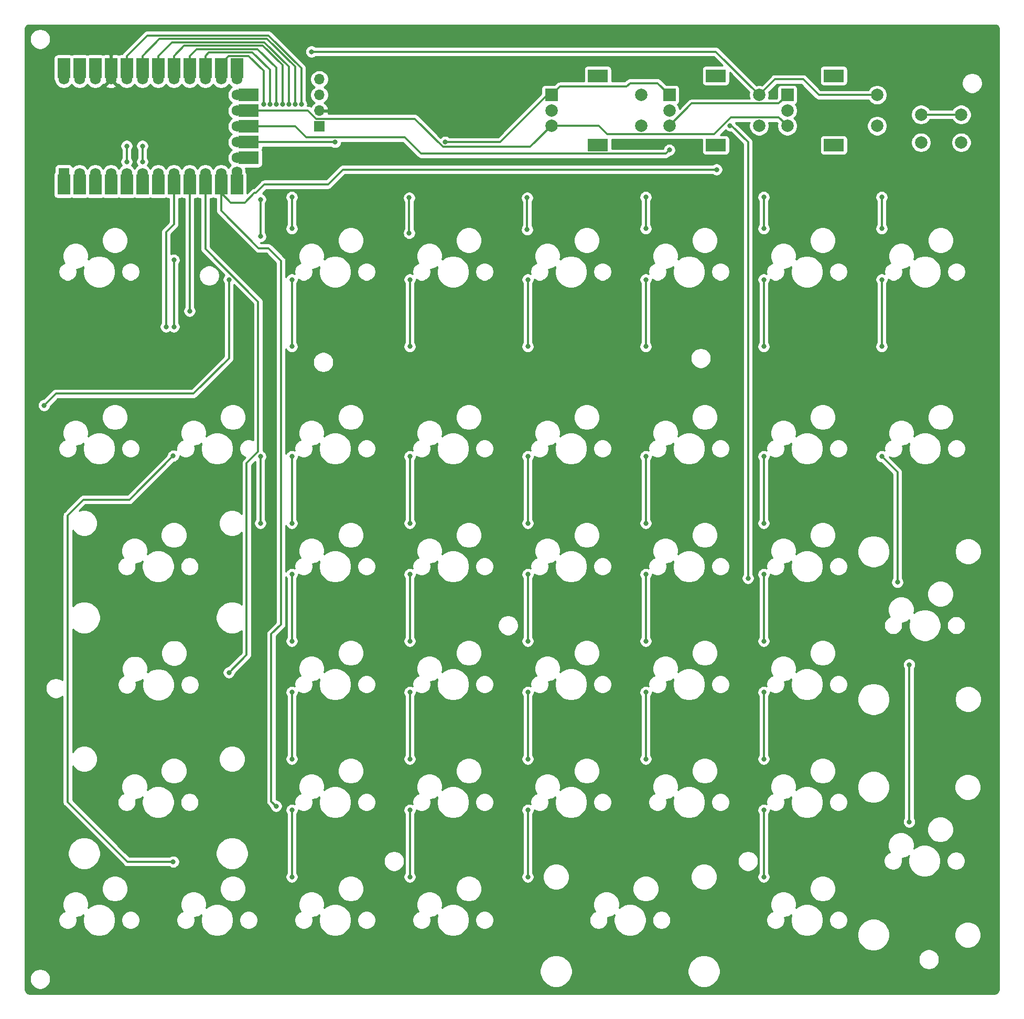
<source format=gbr>
%TF.GenerationSoftware,KiCad,Pcbnew,(5.1.10)-1*%
%TF.CreationDate,2021-08-17T12:27:07-04:00*%
%TF.ProjectId,macropad,6d616372-6f70-4616-942e-6b696361645f,rev?*%
%TF.SameCoordinates,Original*%
%TF.FileFunction,Copper,L1,Top*%
%TF.FilePolarity,Positive*%
%FSLAX46Y46*%
G04 Gerber Fmt 4.6, Leading zero omitted, Abs format (unit mm)*
G04 Created by KiCad (PCBNEW (5.1.10)-1) date 2021-08-17 12:27:07*
%MOMM*%
%LPD*%
G01*
G04 APERTURE LIST*
%TA.AperFunction,ComponentPad*%
%ADD10R,1.752600X1.752600*%
%TD*%
%TA.AperFunction,ComponentPad*%
%ADD11C,1.752600*%
%TD*%
%TA.AperFunction,SMDPad,CuDef*%
%ADD12R,2.000000X3.250000*%
%TD*%
%TA.AperFunction,SMDPad,CuDef*%
%ADD13R,3.250000X2.000000*%
%TD*%
%TA.AperFunction,ComponentPad*%
%ADD14R,2.000000X2.000000*%
%TD*%
%TA.AperFunction,ComponentPad*%
%ADD15C,2.000000*%
%TD*%
%TA.AperFunction,ComponentPad*%
%ADD16R,3.200000X2.000000*%
%TD*%
%TA.AperFunction,ComponentPad*%
%ADD17O,1.700000X1.700000*%
%TD*%
%TA.AperFunction,ComponentPad*%
%ADD18R,1.700000X1.700000*%
%TD*%
%TA.AperFunction,ViaPad*%
%ADD19C,0.800000*%
%TD*%
%TA.AperFunction,Conductor*%
%ADD20C,0.350000*%
%TD*%
%TA.AperFunction,Conductor*%
%ADD21C,0.250000*%
%TD*%
%TA.AperFunction,Conductor*%
%ADD22C,0.254000*%
%TD*%
%TA.AperFunction,Conductor*%
%ADD23C,0.100000*%
%TD*%
G04 APERTURE END LIST*
D10*
%TO.P,U1,1*%
%TO.N,Net-(U1-Pad1)*%
X43180000Y-46990000D03*
D11*
%TO.P,U1,2*%
%TO.N,Net-(U1-Pad2)*%
X45720000Y-46990000D03*
%TO.P,U1,3*%
%TO.N,Net-(U1-Pad3)*%
X48260000Y-46990000D03*
%TO.P,U1,4*%
%TO.N,Net-(U1-Pad4)*%
X50800000Y-46990000D03*
%TO.P,U1,5*%
%TO.N,SDA*%
X53340000Y-46990000D03*
%TO.P,U1,6*%
%TO.N,SCL*%
X55880000Y-46990000D03*
%TO.P,U1,7*%
%TO.N,Row1*%
X58420000Y-46990000D03*
%TO.P,U1,8*%
%TO.N,Row2*%
X60960000Y-46990000D03*
%TO.P,U1,9*%
%TO.N,Row3*%
X63500000Y-46990000D03*
%TO.P,U1,10*%
%TO.N,Row4*%
X66040000Y-46990000D03*
%TO.P,U1,11*%
%TO.N,Row5*%
X68580000Y-46990000D03*
%TO.P,U1,13*%
%TO.N,COL1*%
X71120000Y-31750000D03*
%TO.P,U1,14*%
%TO.N,COL2*%
X68580000Y-31750000D03*
%TO.P,U1,15*%
%TO.N,COL3*%
X66040000Y-31750000D03*
%TO.P,U1,16*%
%TO.N,COL4*%
X63500000Y-31750000D03*
%TO.P,U1,17*%
%TO.N,COL5*%
X60960000Y-31750000D03*
%TO.P,U1,18*%
%TO.N,COL6*%
X58420000Y-31750000D03*
%TO.P,U1,19*%
%TO.N,COL7*%
X55880000Y-31750000D03*
%TO.P,U1,20*%
%TO.N,COL8*%
X53340000Y-31750000D03*
%TO.P,U1,21*%
%TO.N,+5V*%
X50800000Y-31750000D03*
%TO.P,U1,22*%
%TO.N,RST*%
X48260000Y-31750000D03*
%TO.P,U1,23*%
%TO.N,GND*%
X45720000Y-31750000D03*
%TO.P,U1,12*%
%TO.N,Row6*%
X71120000Y-46761400D03*
%TO.P,U1,24*%
%TO.N,Net-(U1-Pad24)*%
X43180000Y-31750000D03*
%TO.P,U1,29*%
%TO.N,Net-(U1-Pad29)*%
X71120000Y-34290000D03*
%TO.P,U1,28*%
%TO.N,Enc3*%
X71120000Y-36830000D03*
%TO.P,U1,27*%
%TO.N,Enc2*%
X71120000Y-39370000D03*
%TO.P,U1,26*%
%TO.N,Enc1*%
X71120000Y-41910000D03*
%TO.P,U1,25*%
%TO.N,Net-(U1-Pad25)*%
X71120000Y-44450000D03*
D12*
%TO.P,U1,1*%
%TO.N,Net-(U1-Pad1)*%
X43180000Y-48768000D03*
%TO.P,U1,2*%
%TO.N,Net-(U1-Pad2)*%
X45720000Y-48768000D03*
%TO.P,U1,3*%
%TO.N,Net-(U1-Pad3)*%
X48260000Y-48768000D03*
%TO.P,U1,4*%
%TO.N,Net-(U1-Pad4)*%
X50800000Y-48768000D03*
%TO.P,U1,5*%
%TO.N,SDA*%
X53340000Y-48768000D03*
%TO.P,U1,6*%
%TO.N,SCL*%
X55880000Y-48768000D03*
%TO.P,U1,7*%
%TO.N,Row1*%
X58420000Y-48768000D03*
%TO.P,U1,8*%
%TO.N,Row2*%
X60960000Y-48768000D03*
%TO.P,U1,9*%
%TO.N,Row3*%
X63500000Y-48768000D03*
%TO.P,U1,10*%
%TO.N,Row4*%
X66040000Y-48768000D03*
%TO.P,U1,11*%
%TO.N,Row5*%
X68580000Y-48768000D03*
%TO.P,U1,12*%
%TO.N,Row6*%
X71120000Y-48768000D03*
%TO.P,U1,13*%
%TO.N,COL1*%
X71120000Y-29972000D03*
%TO.P,U1,14*%
%TO.N,COL2*%
X68580000Y-29972000D03*
%TO.P,U1,15*%
%TO.N,COL3*%
X66040000Y-29972000D03*
%TO.P,U1,16*%
%TO.N,COL4*%
X63500000Y-29972000D03*
%TO.P,U1,17*%
%TO.N,COL5*%
X60960000Y-29972000D03*
%TO.P,U1,18*%
%TO.N,COL6*%
X58420000Y-29972000D03*
%TO.P,U1,19*%
%TO.N,COL7*%
X55880000Y-29972000D03*
%TO.P,U1,20*%
%TO.N,COL8*%
X53340000Y-29972000D03*
%TO.P,U1,21*%
%TO.N,+5V*%
X50800000Y-29972000D03*
%TO.P,U1,22*%
%TO.N,RST*%
X48260000Y-29972000D03*
%TO.P,U1,23*%
%TO.N,GND*%
X45720000Y-29972000D03*
%TO.P,U1,24*%
%TO.N,Net-(U1-Pad24)*%
X43180000Y-29972000D03*
D13*
%TO.P,U1,25*%
%TO.N,Net-(U1-Pad25)*%
X73025000Y-44450000D03*
%TO.P,U1,26*%
%TO.N,Enc1*%
X73025000Y-41910000D03*
%TO.P,U1,27*%
%TO.N,Enc2*%
X73025000Y-39370000D03*
%TO.P,U1,28*%
%TO.N,Enc3*%
X73025000Y-36830000D03*
%TO.P,U1,29*%
%TO.N,Net-(U1-Pad29)*%
X73025000Y-34290000D03*
%TD*%
D14*
%TO.P,SW43,A*%
%TO.N,Enc1*%
X140970000Y-34290000D03*
D15*
%TO.P,SW43,C*%
%TO.N,GND*%
X140970000Y-36790000D03*
%TO.P,SW43,B*%
%TO.N,Enc2*%
X140970000Y-39290000D03*
D16*
%TO.P,SW43,MP*%
%TO.N,N/C*%
X148470000Y-31190000D03*
X148470000Y-42390000D03*
D15*
%TO.P,SW43,S2*%
%TO.N,COL2*%
X155470000Y-34290000D03*
%TO.P,SW43,S1*%
%TO.N,Net-(D7-Pad2)*%
X155470000Y-39290000D03*
%TD*%
%TO.P,SW45,1*%
%TO.N,RST*%
X188110000Y-37465000D03*
%TO.P,SW45,2*%
%TO.N,GND*%
X188110000Y-41965000D03*
%TO.P,SW45,1*%
%TO.N,RST*%
X181610000Y-37465000D03*
%TO.P,SW45,2*%
%TO.N,GND*%
X181610000Y-41965000D03*
%TD*%
D14*
%TO.P,SW44,A*%
%TO.N,Enc2*%
X160020000Y-34290000D03*
D15*
%TO.P,SW44,C*%
%TO.N,GND*%
X160020000Y-36790000D03*
%TO.P,SW44,B*%
%TO.N,Enc3*%
X160020000Y-39290000D03*
D16*
%TO.P,SW44,MP*%
%TO.N,N/C*%
X167520000Y-31190000D03*
X167520000Y-42390000D03*
D15*
%TO.P,SW44,S2*%
%TO.N,COL2*%
X174520000Y-34290000D03*
%TO.P,SW44,S1*%
%TO.N,Net-(D44-Pad2)*%
X174520000Y-39290000D03*
%TD*%
D14*
%TO.P,SW7,A*%
%TO.N,Enc1*%
X121920000Y-34290000D03*
D15*
%TO.P,SW7,C*%
%TO.N,GND*%
X121920000Y-36790000D03*
%TO.P,SW7,B*%
%TO.N,Enc3*%
X121920000Y-39290000D03*
D16*
%TO.P,SW7,MP*%
%TO.N,N/C*%
X129420000Y-31190000D03*
X129420000Y-42390000D03*
D15*
%TO.P,SW7,S2*%
%TO.N,COL8*%
X136420000Y-34290000D03*
%TO.P,SW7,S1*%
%TO.N,Net-(D43-Pad2)*%
X136420000Y-39290000D03*
%TD*%
D17*
%TO.P,J1,4*%
%TO.N,SDA*%
X84455000Y-31750000D03*
%TO.P,J1,3*%
%TO.N,SCL*%
X84455000Y-34290000D03*
%TO.P,J1,2*%
%TO.N,+5V*%
X84455000Y-36830000D03*
D18*
%TO.P,J1,1*%
%TO.N,GND*%
X84455000Y-39370000D03*
%TD*%
D19*
%TO.N,Row2*%
X59690000Y-71755000D03*
%TO.N,Row3*%
X63500000Y-69215000D03*
X74930000Y-103505000D03*
X74930000Y-92710000D03*
X153670000Y-112395000D03*
X150774400Y-39243000D03*
%TO.N,Row4*%
X69850000Y-127635000D03*
%TO.N,Row5*%
X77470000Y-149225000D03*
X148590000Y-46355000D03*
%TO.N,Row6*%
X69850000Y-64135000D03*
X40005000Y-84455000D03*
%TO.N,COL2*%
X75438000Y-35814000D03*
X74930000Y-57150000D03*
X60960000Y-71755000D03*
X60860000Y-158215000D03*
X60860000Y-92610000D03*
X60960000Y-60960000D03*
X74930000Y-51181000D03*
X83185000Y-27305000D03*
%TO.N,COL3*%
X80010000Y-55880000D03*
X80010000Y-74930000D03*
X80010000Y-64135000D03*
X80010000Y-160655000D03*
X80010000Y-149860000D03*
X80010000Y-141605000D03*
X80010000Y-130810000D03*
X80010000Y-122555000D03*
X80010000Y-111760000D03*
X80010000Y-103505000D03*
X80010000Y-92710000D03*
X80010000Y-50800000D03*
X76454000Y-35814000D03*
%TO.N,COL4*%
X99060000Y-74930000D03*
X99060000Y-64135000D03*
X99060000Y-160655000D03*
X99060000Y-149860000D03*
X99060000Y-141605000D03*
X99060000Y-130810000D03*
X99060000Y-122555000D03*
X99060000Y-111760000D03*
X99060000Y-103505000D03*
X99060000Y-92710000D03*
X98960000Y-56615000D03*
X98960000Y-50900000D03*
X77470000Y-35814000D03*
%TO.N,COL5*%
X118110000Y-74930000D03*
X118110000Y-64135000D03*
X118110000Y-160655000D03*
X118110000Y-149860000D03*
X118110000Y-141605000D03*
X118110000Y-130810000D03*
X118110000Y-122555000D03*
X118110000Y-111760000D03*
X118110000Y-103505000D03*
X118110000Y-92710000D03*
X118010000Y-56043500D03*
X118010000Y-50900000D03*
X78486000Y-35814000D03*
%TO.N,COL6*%
X137160000Y-55880000D03*
X137160000Y-74930000D03*
X137160000Y-64135000D03*
X137160000Y-141605000D03*
X137160000Y-130810000D03*
X137160000Y-122555000D03*
X137160000Y-111760000D03*
X137160000Y-103505000D03*
X137160000Y-92710000D03*
X137160000Y-50800000D03*
X79502000Y-35814000D03*
%TO.N,COL7*%
X156210000Y-55880000D03*
X156210000Y-74930000D03*
X156210000Y-64135000D03*
X156210000Y-141605000D03*
X156210000Y-130810000D03*
X156210000Y-122555000D03*
X156210000Y-111760000D03*
X156210000Y-103505000D03*
X156210000Y-92710000D03*
X156210000Y-160655000D03*
X156210000Y-149860000D03*
X156210000Y-50800000D03*
X80518000Y-35814000D03*
%TO.N,COL8*%
X175260000Y-55880000D03*
X175260000Y-74930000D03*
X175260000Y-64135000D03*
X175260000Y-92710000D03*
X179705000Y-126365000D03*
X179705000Y-151765000D03*
X177800000Y-113030000D03*
X175260000Y-50800000D03*
X81534000Y-35814000D03*
%TO.N,SCL*%
X55880000Y-45085000D03*
X55880000Y-42545000D03*
%TO.N,SDA*%
X53340000Y-45085000D03*
X53340000Y-42545000D03*
%TO.N,Enc1*%
X104775000Y-41910000D03*
X86995000Y-41910000D03*
%TO.N,Enc2*%
X140970000Y-43180000D03*
%TD*%
D20*
%TO.N,Row1*%
X58420000Y-46990000D02*
X58420000Y-48768000D01*
%TO.N,Row2*%
X60960000Y-55188000D02*
X60960000Y-53213000D01*
X59690000Y-56458000D02*
X60960000Y-55188000D01*
X59690000Y-60960000D02*
X59690000Y-61595000D01*
X59690000Y-61595000D02*
X59690000Y-56458000D01*
X59690000Y-61595000D02*
X59690000Y-71755000D01*
X60960000Y-53213000D02*
X60960000Y-48133000D01*
X60960000Y-46990000D02*
X60960000Y-48768000D01*
%TO.N,Row3*%
X63500000Y-58420000D02*
X63500000Y-69215000D01*
X74930000Y-92710000D02*
X74930000Y-103505000D01*
X63500000Y-58420000D02*
X63500000Y-48133000D01*
X63500000Y-46990000D02*
X63500000Y-48768000D01*
X151003000Y-39243000D02*
X150774400Y-39243000D01*
X153670000Y-41910000D02*
X151003000Y-39243000D01*
X153670000Y-112395000D02*
X153670000Y-41910000D01*
%TO.N,Row4*%
X74557999Y-91934999D02*
X72726901Y-93766097D01*
X72726901Y-93766097D02*
X72726901Y-123488099D01*
X74557999Y-67695997D02*
X74557999Y-91934999D01*
X66040000Y-59177998D02*
X74557999Y-67695997D01*
X66040000Y-48133000D02*
X66040000Y-59177998D01*
X72726901Y-123488099D02*
X72726901Y-124758099D01*
X72726901Y-124758099D02*
X69850000Y-127635000D01*
X69850000Y-127635000D02*
X69850000Y-127635000D01*
X66040000Y-46990000D02*
X66040000Y-48768000D01*
%TO.N,Row5*%
X74661998Y-59055000D02*
X68580000Y-52973002D01*
X76200000Y-59055000D02*
X74661998Y-59055000D01*
X78245001Y-119874999D02*
X78245001Y-61100001D01*
X76694999Y-121425001D02*
X78245001Y-119874999D01*
X78245001Y-61100001D02*
X76200000Y-59055000D01*
X76694999Y-148449999D02*
X76694999Y-121425001D01*
X77470000Y-149225000D02*
X76694999Y-148449999D01*
X68580000Y-52973002D02*
X68580000Y-52451000D01*
X68580000Y-52451000D02*
X68580000Y-52213000D01*
X68580000Y-52451000D02*
X68580000Y-50800000D01*
X68580000Y-50800000D02*
X68580000Y-48133000D01*
X68580000Y-50108000D02*
X68580000Y-48133000D01*
X70161000Y-51689000D02*
X68580000Y-50108000D01*
X74199999Y-50133001D02*
X73945999Y-50133001D01*
X72390000Y-51689000D02*
X70161000Y-51689000D01*
X73945999Y-50133001D02*
X72390000Y-51689000D01*
X75578001Y-48754999D02*
X74199999Y-50133001D01*
X85865001Y-48754999D02*
X75578001Y-48754999D01*
X148590000Y-46355000D02*
X88265000Y-46355000D01*
X88265000Y-46355000D02*
X85865001Y-48754999D01*
X68580000Y-46990000D02*
X68580000Y-48768000D01*
%TO.N,Row6*%
X69850000Y-64135000D02*
X69850000Y-74930000D01*
X69850000Y-74930000D02*
X69850000Y-76835000D01*
X69850000Y-76835000D02*
X64135000Y-82550000D01*
X64135000Y-82550000D02*
X41910000Y-82550000D01*
X41910000Y-82550000D02*
X40640000Y-83820000D01*
X40640000Y-83820000D02*
X40005000Y-84455000D01*
X71120000Y-46761400D02*
X71120000Y-48768000D01*
%TO.N,COL1*%
X71120000Y-31750000D02*
X71120000Y-29972000D01*
%TO.N,COL2*%
X60960000Y-60960000D02*
X60960000Y-71755000D01*
X46355000Y-99695000D02*
X53775000Y-99695000D01*
X43815000Y-102235000D02*
X46355000Y-99695000D01*
X53775000Y-99695000D02*
X60860000Y-92610000D01*
X43815000Y-148590000D02*
X43815000Y-102235000D01*
X53440000Y-158215000D02*
X43815000Y-148590000D01*
X60860000Y-158215000D02*
X53440000Y-158215000D01*
X155470000Y-34740000D02*
X155470000Y-34290000D01*
X154835000Y-33655000D02*
X155470000Y-34290000D01*
X74930000Y-57150000D02*
X74930000Y-51181000D01*
X148485000Y-27305000D02*
X155470000Y-34290000D01*
X84328000Y-27305000D02*
X148485000Y-27305000D01*
X68580000Y-31750000D02*
X68580000Y-29972000D01*
X155470000Y-34290000D02*
X158010000Y-31750000D01*
X158010000Y-31750000D02*
X162560000Y-31750000D01*
X165100000Y-34290000D02*
X174520000Y-34290000D01*
X162560000Y-31750000D02*
X165100000Y-34290000D01*
X73056999Y-27971999D02*
X75438000Y-30353000D01*
X75438000Y-30353000D02*
X75438000Y-35814000D01*
X69819999Y-27971999D02*
X73056999Y-27971999D01*
X68580000Y-29211998D02*
X69819999Y-27971999D01*
X68580000Y-29972000D02*
X68580000Y-29211998D01*
X84328000Y-27305000D02*
X83185000Y-27305000D01*
%TO.N,COL3*%
X80010000Y-64135000D02*
X80010000Y-74930000D01*
X80010000Y-149860000D02*
X80010000Y-160655000D01*
X80010000Y-130810000D02*
X80010000Y-141605000D01*
X80010000Y-111760000D02*
X80010000Y-122555000D01*
X80010000Y-92710000D02*
X80010000Y-103505000D01*
X80010000Y-55880000D02*
X80010000Y-50800000D01*
X80010000Y-50800000D02*
X80010000Y-50800000D01*
X66040000Y-29845000D02*
X66040000Y-29972000D01*
X66040000Y-31750000D02*
X66040000Y-29972000D01*
X73649989Y-27421989D02*
X76454000Y-30226000D01*
X76454000Y-30226000D02*
X76454000Y-35814000D01*
X66615011Y-27421989D02*
X73649989Y-27421989D01*
X66040000Y-27997000D02*
X66615011Y-27421989D01*
X66040000Y-29972000D02*
X66040000Y-27997000D01*
%TO.N,COL4*%
X99060000Y-64135000D02*
X99060000Y-74930000D01*
X99060000Y-149860000D02*
X99060000Y-160655000D01*
X99060000Y-130810000D02*
X99060000Y-141605000D01*
X99060000Y-111760000D02*
X99060000Y-122555000D01*
X99060000Y-92710000D02*
X99060000Y-103505000D01*
X98960000Y-56615000D02*
X98960000Y-50900000D01*
X98960000Y-50900000D02*
X98960000Y-50900000D01*
X63500000Y-31750000D02*
X63500000Y-29972000D01*
X74496979Y-26871979D02*
X77470000Y-29845000D01*
X64625021Y-26871979D02*
X74496979Y-26871979D01*
X63500000Y-27997000D02*
X64625021Y-26871979D01*
X63500000Y-29972000D02*
X63500000Y-27997000D01*
X77470000Y-29845000D02*
X77470000Y-35814000D01*
%TO.N,COL5*%
X118110000Y-64135000D02*
X118110000Y-74930000D01*
X118110000Y-149860000D02*
X118110000Y-160655000D01*
X118110000Y-130810000D02*
X118110000Y-141605000D01*
X118110000Y-111760000D02*
X118110000Y-122555000D01*
X118110000Y-92710000D02*
X118110000Y-103505000D01*
X118010000Y-56043500D02*
X118010000Y-50900000D01*
X118010000Y-50900000D02*
X118010000Y-50900000D01*
X62635031Y-26321969D02*
X75343969Y-26321969D01*
X75343969Y-26321969D02*
X78486000Y-29464000D01*
X60960000Y-27997000D02*
X62635031Y-26321969D01*
X60960000Y-29972000D02*
X60960000Y-27997000D01*
X60960000Y-31750000D02*
X60960000Y-29972000D01*
X78486000Y-29464000D02*
X78486000Y-35814000D01*
%TO.N,COL6*%
X137160000Y-64135000D02*
X137160000Y-74930000D01*
X137160000Y-130810000D02*
X137160000Y-141605000D01*
X137160000Y-111760000D02*
X137160000Y-122555000D01*
X137160000Y-92710000D02*
X137160000Y-103505000D01*
X137160000Y-55880000D02*
X137160000Y-51435000D01*
X137160000Y-51435000D02*
X137160000Y-50800000D01*
X137160000Y-50800000D02*
X137160000Y-50800000D01*
X58420000Y-31750000D02*
X58420000Y-29972000D01*
X79502000Y-33782000D02*
X79502000Y-35814000D01*
X79502000Y-29702169D02*
X79502000Y-33782000D01*
X75571790Y-25771959D02*
X79502000Y-29702169D01*
X60645041Y-25771959D02*
X75571790Y-25771959D01*
X58420000Y-27997000D02*
X60645041Y-25771959D01*
X58420000Y-29972000D02*
X58420000Y-27997000D01*
%TO.N,COL7*%
X156210000Y-64135000D02*
X156210000Y-74930000D01*
X156210000Y-130810000D02*
X156210000Y-141605000D01*
X156210000Y-111760000D02*
X156210000Y-122555000D01*
X156210000Y-92710000D02*
X156210000Y-103505000D01*
X156210000Y-149860000D02*
X156210000Y-160655000D01*
X156210000Y-55880000D02*
X156210000Y-50800000D01*
X156210000Y-50800000D02*
X156210000Y-50800000D01*
X55880000Y-27997000D02*
X55880000Y-29972000D01*
X58655051Y-25221949D02*
X55880000Y-27997000D01*
X76021949Y-25221949D02*
X58655051Y-25221949D01*
X80518000Y-29718000D02*
X76021949Y-25221949D01*
X55880000Y-31750000D02*
X55880000Y-29972000D01*
X80518000Y-29718000D02*
X80518000Y-35814000D01*
%TO.N,COL8*%
X175260000Y-64135000D02*
X175260000Y-74930000D01*
X179705000Y-126365000D02*
X179705000Y-151765000D01*
X177800000Y-95250000D02*
X175260000Y-92710000D01*
X177800000Y-113030000D02*
X177800000Y-95250000D01*
X175260000Y-55880000D02*
X175260000Y-50800000D01*
X53340000Y-31750000D02*
X53340000Y-29972000D01*
X81534000Y-34395000D02*
X81534000Y-35814000D01*
X81534000Y-29956169D02*
X81534000Y-34395000D01*
X56665061Y-24671939D02*
X76249770Y-24671939D01*
X53340000Y-27997000D02*
X56665061Y-24671939D01*
X76249770Y-24671939D02*
X81534000Y-29956169D01*
X53340000Y-29972000D02*
X53340000Y-27997000D01*
%TO.N,Net-(U1-Pad1)*%
X43180000Y-48768000D02*
X43180000Y-46990000D01*
%TO.N,Net-(U1-Pad2)*%
X45720000Y-48768000D02*
X45720000Y-48895000D01*
X45720000Y-48768000D02*
X45720000Y-46990000D01*
%TO.N,Net-(U1-Pad3)*%
X48260000Y-46990000D02*
X48260000Y-48768000D01*
%TO.N,Net-(U1-Pad4)*%
X50800000Y-46990000D02*
X50800000Y-48768000D01*
%TO.N,Net-(U1-Pad24)*%
X43180000Y-31750000D02*
X43180000Y-29972000D01*
%TO.N,GND*%
X45720000Y-29972000D02*
X45720000Y-31750000D01*
%TO.N,+5V*%
X50800000Y-31750000D02*
X50800000Y-29972000D01*
%TO.N,SCL*%
X55880000Y-46990000D02*
X55880000Y-48768000D01*
X55880000Y-45085000D02*
X55880000Y-42545000D01*
X55880000Y-42545000D02*
X55880000Y-42545000D01*
X55880000Y-42545000D02*
X55880000Y-42545000D01*
%TO.N,SDA*%
X53340000Y-46990000D02*
X53340000Y-48768000D01*
X53340000Y-45085000D02*
X53340000Y-42545000D01*
X53340000Y-42545000D02*
X53340000Y-42545000D01*
X53340000Y-42545000D02*
X53340000Y-42545000D01*
%TO.N,RST*%
X181610000Y-37465000D02*
X188110000Y-37465000D01*
X48260000Y-29972000D02*
X48260000Y-31750000D01*
D21*
%TO.N,Enc1*%
X86995000Y-41910000D02*
X86995000Y-41910000D01*
D20*
X82006998Y-41910000D02*
X86995000Y-41910000D01*
X73025000Y-41910000D02*
X82006998Y-41910000D01*
X71120000Y-41910000D02*
X73025000Y-41910000D01*
X123295001Y-32914999D02*
X134090001Y-32914999D01*
X121920000Y-34290000D02*
X123295001Y-32914999D01*
X134090001Y-32914999D02*
X134620000Y-32385000D01*
X139065000Y-32385000D02*
X140970000Y-34290000D01*
X134620000Y-32385000D02*
X139065000Y-32385000D01*
X121285000Y-34290000D02*
X121920000Y-34290000D01*
X113665000Y-41910000D02*
X121285000Y-34290000D01*
X104775000Y-41910000D02*
X113665000Y-41910000D01*
%TO.N,Enc3*%
X158644999Y-37914999D02*
X160020000Y-39290000D01*
X150955399Y-37914999D02*
X158644999Y-37914999D01*
X148205397Y-40665001D02*
X150955399Y-37914999D01*
X129595002Y-39290000D02*
X130970003Y-40665001D01*
X130970003Y-40665001D02*
X148205397Y-40665001D01*
X121920000Y-39290000D02*
X129595002Y-39290000D01*
X71120000Y-36830000D02*
X73025000Y-36830000D01*
X118524999Y-42685001D02*
X121920000Y-39290000D01*
X104402999Y-42685001D02*
X118524999Y-42685001D01*
X99862997Y-38144999D02*
X104402999Y-42685001D01*
X83939999Y-38144999D02*
X99862997Y-38144999D01*
X82625000Y-36830000D02*
X83939999Y-38144999D01*
X73025000Y-36830000D02*
X82625000Y-36830000D01*
%TO.N,Enc2*%
X144594999Y-35665001D02*
X140970000Y-39290000D01*
X158644999Y-35665001D02*
X144594999Y-35665001D01*
X160020000Y-34290000D02*
X158644999Y-35665001D01*
X73650000Y-38735000D02*
X73025000Y-38735000D01*
X140970000Y-39290000D02*
X142345001Y-37914999D01*
X71120000Y-39370000D02*
X73025000Y-39370000D01*
X100915001Y-43765001D02*
X140384999Y-43765001D01*
X80560010Y-39370000D02*
X82325009Y-41134999D01*
X82325009Y-41134999D02*
X98284999Y-41134999D01*
X98284999Y-41134999D02*
X100915001Y-43765001D01*
X73025000Y-39370000D02*
X80560010Y-39370000D01*
X140384999Y-43765001D02*
X140970000Y-43180000D01*
X140970000Y-43180000D02*
X140970000Y-43180000D01*
%TO.N,Net-(U1-Pad29)*%
X71120000Y-34290000D02*
X73025000Y-34290000D01*
%TO.N,Net-(U1-Pad25)*%
X71120000Y-44450000D02*
X73025000Y-44450000D01*
%TD*%
D22*
%TO.N,+5V*%
X193915041Y-23121832D02*
X194069530Y-23308577D01*
X194183000Y-23518438D01*
X194183000Y-178917880D01*
X194074350Y-179122222D01*
X193921169Y-179310039D01*
X193734424Y-179464529D01*
X193524564Y-179578000D01*
X37617120Y-179578000D01*
X37412778Y-179469350D01*
X37224961Y-179316169D01*
X37070471Y-179129424D01*
X36957000Y-178919564D01*
X36957000Y-176999042D01*
X37685000Y-176999042D01*
X37685000Y-177330958D01*
X37749754Y-177656496D01*
X37876772Y-177963147D01*
X38061175Y-178239125D01*
X38295875Y-178473825D01*
X38571853Y-178658228D01*
X38878504Y-178785246D01*
X39204042Y-178850000D01*
X39535958Y-178850000D01*
X39861496Y-178785246D01*
X40168147Y-178658228D01*
X40444125Y-178473825D01*
X40678825Y-178239125D01*
X40863228Y-177963147D01*
X40990246Y-177656496D01*
X41055000Y-177330958D01*
X41055000Y-176999042D01*
X40990246Y-176673504D01*
X40863228Y-176366853D01*
X40678825Y-176090875D01*
X40444125Y-175856175D01*
X40168147Y-175671772D01*
X40081969Y-175636076D01*
X120053100Y-175636076D01*
X120053100Y-176153924D01*
X120154127Y-176661822D01*
X120352299Y-177140251D01*
X120640000Y-177570826D01*
X121006174Y-177937000D01*
X121436749Y-178224701D01*
X121915178Y-178422873D01*
X122423076Y-178523900D01*
X122940924Y-178523900D01*
X123448822Y-178422873D01*
X123927251Y-178224701D01*
X124357826Y-177937000D01*
X124724000Y-177570826D01*
X125011701Y-177140251D01*
X125209873Y-176661822D01*
X125310900Y-176153924D01*
X125310900Y-175636076D01*
X143929100Y-175636076D01*
X143929100Y-176153924D01*
X144030127Y-176661822D01*
X144228299Y-177140251D01*
X144516000Y-177570826D01*
X144882174Y-177937000D01*
X145312749Y-178224701D01*
X145791178Y-178422873D01*
X146299076Y-178523900D01*
X146816924Y-178523900D01*
X147324822Y-178422873D01*
X147803251Y-178224701D01*
X148233826Y-177937000D01*
X148600000Y-177570826D01*
X148887701Y-177140251D01*
X149085873Y-176661822D01*
X149186900Y-176153924D01*
X149186900Y-175636076D01*
X149085873Y-175128178D01*
X148887701Y-174649749D01*
X148600000Y-174219174D01*
X148233826Y-173853000D01*
X148190488Y-173824042D01*
X181195000Y-173824042D01*
X181195000Y-174155958D01*
X181259754Y-174481496D01*
X181386772Y-174788147D01*
X181571175Y-175064125D01*
X181805875Y-175298825D01*
X182081853Y-175483228D01*
X182388504Y-175610246D01*
X182714042Y-175675000D01*
X183045958Y-175675000D01*
X183371496Y-175610246D01*
X183678147Y-175483228D01*
X183954125Y-175298825D01*
X184188825Y-175064125D01*
X184373228Y-174788147D01*
X184500246Y-174481496D01*
X184565000Y-174155958D01*
X184565000Y-173824042D01*
X184500246Y-173498504D01*
X184373228Y-173191853D01*
X184188825Y-172915875D01*
X183954125Y-172681175D01*
X183678147Y-172496772D01*
X183371496Y-172369754D01*
X183045958Y-172305000D01*
X182714042Y-172305000D01*
X182388504Y-172369754D01*
X182081853Y-172496772D01*
X181805875Y-172681175D01*
X181571175Y-172915875D01*
X181386772Y-173191853D01*
X181259754Y-173498504D01*
X181195000Y-173824042D01*
X148190488Y-173824042D01*
X147803251Y-173565299D01*
X147324822Y-173367127D01*
X146816924Y-173266100D01*
X146299076Y-173266100D01*
X145791178Y-173367127D01*
X145312749Y-173565299D01*
X144882174Y-173853000D01*
X144516000Y-174219174D01*
X144228299Y-174649749D01*
X144030127Y-175128178D01*
X143929100Y-175636076D01*
X125310900Y-175636076D01*
X125209873Y-175128178D01*
X125011701Y-174649749D01*
X124724000Y-174219174D01*
X124357826Y-173853000D01*
X123927251Y-173565299D01*
X123448822Y-173367127D01*
X122940924Y-173266100D01*
X122423076Y-173266100D01*
X121915178Y-173367127D01*
X121436749Y-173565299D01*
X121006174Y-173853000D01*
X120640000Y-174219174D01*
X120352299Y-174649749D01*
X120154127Y-175128178D01*
X120053100Y-175636076D01*
X40081969Y-175636076D01*
X39861496Y-175544754D01*
X39535958Y-175480000D01*
X39204042Y-175480000D01*
X38878504Y-175544754D01*
X38571853Y-175671772D01*
X38295875Y-175856175D01*
X38061175Y-176090875D01*
X37876772Y-176366853D01*
X37749754Y-176673504D01*
X37685000Y-176999042D01*
X36957000Y-176999042D01*
X36957000Y-167491278D01*
X42305000Y-167491278D01*
X42305000Y-167788722D01*
X42363029Y-168080451D01*
X42476856Y-168355253D01*
X42642107Y-168602569D01*
X42852431Y-168812893D01*
X43099747Y-168978144D01*
X43374549Y-169091971D01*
X43666278Y-169150000D01*
X43963722Y-169150000D01*
X44255451Y-169091971D01*
X44530253Y-168978144D01*
X44777569Y-168812893D01*
X44987893Y-168602569D01*
X45153144Y-168355253D01*
X45266971Y-168080451D01*
X45325000Y-167788722D01*
X45325000Y-167491278D01*
X45274023Y-167235000D01*
X45295279Y-167235000D01*
X45707756Y-167152953D01*
X46096302Y-166992012D01*
X46393578Y-166793379D01*
X46361261Y-166871399D01*
X46260000Y-167380475D01*
X46260000Y-167899525D01*
X46361261Y-168408601D01*
X46559893Y-168888141D01*
X46848262Y-169319715D01*
X47215285Y-169686738D01*
X47646859Y-169975107D01*
X48126399Y-170173739D01*
X48635475Y-170275000D01*
X49154525Y-170275000D01*
X49663601Y-170173739D01*
X50143141Y-169975107D01*
X50574715Y-169686738D01*
X50941738Y-169319715D01*
X51230107Y-168888141D01*
X51428739Y-168408601D01*
X51530000Y-167899525D01*
X51530000Y-167491278D01*
X52465000Y-167491278D01*
X52465000Y-167788722D01*
X52523029Y-168080451D01*
X52636856Y-168355253D01*
X52802107Y-168602569D01*
X53012431Y-168812893D01*
X53259747Y-168978144D01*
X53534549Y-169091971D01*
X53826278Y-169150000D01*
X54123722Y-169150000D01*
X54415451Y-169091971D01*
X54690253Y-168978144D01*
X54937569Y-168812893D01*
X55147893Y-168602569D01*
X55313144Y-168355253D01*
X55426971Y-168080451D01*
X55485000Y-167788722D01*
X55485000Y-167491278D01*
X61355000Y-167491278D01*
X61355000Y-167788722D01*
X61413029Y-168080451D01*
X61526856Y-168355253D01*
X61692107Y-168602569D01*
X61902431Y-168812893D01*
X62149747Y-168978144D01*
X62424549Y-169091971D01*
X62716278Y-169150000D01*
X63013722Y-169150000D01*
X63305451Y-169091971D01*
X63580253Y-168978144D01*
X63827569Y-168812893D01*
X64037893Y-168602569D01*
X64203144Y-168355253D01*
X64316971Y-168080451D01*
X64375000Y-167788722D01*
X64375000Y-167491278D01*
X64324023Y-167235000D01*
X64345279Y-167235000D01*
X64757756Y-167152953D01*
X65146302Y-166992012D01*
X65443578Y-166793379D01*
X65411261Y-166871399D01*
X65310000Y-167380475D01*
X65310000Y-167899525D01*
X65411261Y-168408601D01*
X65609893Y-168888141D01*
X65898262Y-169319715D01*
X66265285Y-169686738D01*
X66696859Y-169975107D01*
X67176399Y-170173739D01*
X67685475Y-170275000D01*
X68204525Y-170275000D01*
X68713601Y-170173739D01*
X69193141Y-169975107D01*
X69624715Y-169686738D01*
X69991738Y-169319715D01*
X70280107Y-168888141D01*
X70478739Y-168408601D01*
X70580000Y-167899525D01*
X70580000Y-167491278D01*
X71515000Y-167491278D01*
X71515000Y-167788722D01*
X71573029Y-168080451D01*
X71686856Y-168355253D01*
X71852107Y-168602569D01*
X72062431Y-168812893D01*
X72309747Y-168978144D01*
X72584549Y-169091971D01*
X72876278Y-169150000D01*
X73173722Y-169150000D01*
X73465451Y-169091971D01*
X73740253Y-168978144D01*
X73987569Y-168812893D01*
X74197893Y-168602569D01*
X74363144Y-168355253D01*
X74476971Y-168080451D01*
X74535000Y-167788722D01*
X74535000Y-167491278D01*
X80405000Y-167491278D01*
X80405000Y-167788722D01*
X80463029Y-168080451D01*
X80576856Y-168355253D01*
X80742107Y-168602569D01*
X80952431Y-168812893D01*
X81199747Y-168978144D01*
X81474549Y-169091971D01*
X81766278Y-169150000D01*
X82063722Y-169150000D01*
X82355451Y-169091971D01*
X82630253Y-168978144D01*
X82877569Y-168812893D01*
X83087893Y-168602569D01*
X83253144Y-168355253D01*
X83366971Y-168080451D01*
X83425000Y-167788722D01*
X83425000Y-167491278D01*
X83374023Y-167235000D01*
X83395279Y-167235000D01*
X83807756Y-167152953D01*
X84196302Y-166992012D01*
X84493578Y-166793379D01*
X84461261Y-166871399D01*
X84360000Y-167380475D01*
X84360000Y-167899525D01*
X84461261Y-168408601D01*
X84659893Y-168888141D01*
X84948262Y-169319715D01*
X85315285Y-169686738D01*
X85746859Y-169975107D01*
X86226399Y-170173739D01*
X86735475Y-170275000D01*
X87254525Y-170275000D01*
X87763601Y-170173739D01*
X88243141Y-169975107D01*
X88674715Y-169686738D01*
X89041738Y-169319715D01*
X89330107Y-168888141D01*
X89528739Y-168408601D01*
X89630000Y-167899525D01*
X89630000Y-167491278D01*
X90565000Y-167491278D01*
X90565000Y-167788722D01*
X90623029Y-168080451D01*
X90736856Y-168355253D01*
X90902107Y-168602569D01*
X91112431Y-168812893D01*
X91359747Y-168978144D01*
X91634549Y-169091971D01*
X91926278Y-169150000D01*
X92223722Y-169150000D01*
X92515451Y-169091971D01*
X92790253Y-168978144D01*
X93037569Y-168812893D01*
X93247893Y-168602569D01*
X93413144Y-168355253D01*
X93526971Y-168080451D01*
X93585000Y-167788722D01*
X93585000Y-167491278D01*
X99455000Y-167491278D01*
X99455000Y-167788722D01*
X99513029Y-168080451D01*
X99626856Y-168355253D01*
X99792107Y-168602569D01*
X100002431Y-168812893D01*
X100249747Y-168978144D01*
X100524549Y-169091971D01*
X100816278Y-169150000D01*
X101113722Y-169150000D01*
X101405451Y-169091971D01*
X101680253Y-168978144D01*
X101927569Y-168812893D01*
X102137893Y-168602569D01*
X102303144Y-168355253D01*
X102416971Y-168080451D01*
X102475000Y-167788722D01*
X102475000Y-167491278D01*
X102424023Y-167235000D01*
X102445279Y-167235000D01*
X102857756Y-167152953D01*
X103246302Y-166992012D01*
X103543578Y-166793379D01*
X103511261Y-166871399D01*
X103410000Y-167380475D01*
X103410000Y-167899525D01*
X103511261Y-168408601D01*
X103709893Y-168888141D01*
X103998262Y-169319715D01*
X104365285Y-169686738D01*
X104796859Y-169975107D01*
X105276399Y-170173739D01*
X105785475Y-170275000D01*
X106304525Y-170275000D01*
X106813601Y-170173739D01*
X107293141Y-169975107D01*
X107724715Y-169686738D01*
X108091738Y-169319715D01*
X108380107Y-168888141D01*
X108578739Y-168408601D01*
X108680000Y-167899525D01*
X108680000Y-167491278D01*
X109615000Y-167491278D01*
X109615000Y-167788722D01*
X109673029Y-168080451D01*
X109786856Y-168355253D01*
X109952107Y-168602569D01*
X110162431Y-168812893D01*
X110409747Y-168978144D01*
X110684549Y-169091971D01*
X110976278Y-169150000D01*
X111273722Y-169150000D01*
X111565451Y-169091971D01*
X111840253Y-168978144D01*
X112087569Y-168812893D01*
X112297893Y-168602569D01*
X112463144Y-168355253D01*
X112576971Y-168080451D01*
X112635000Y-167788722D01*
X112635000Y-167491278D01*
X128030000Y-167491278D01*
X128030000Y-167788722D01*
X128088029Y-168080451D01*
X128201856Y-168355253D01*
X128367107Y-168602569D01*
X128577431Y-168812893D01*
X128824747Y-168978144D01*
X129099549Y-169091971D01*
X129391278Y-169150000D01*
X129688722Y-169150000D01*
X129980451Y-169091971D01*
X130255253Y-168978144D01*
X130502569Y-168812893D01*
X130712893Y-168602569D01*
X130878144Y-168355253D01*
X130991971Y-168080451D01*
X131050000Y-167788722D01*
X131050000Y-167491278D01*
X130999023Y-167235000D01*
X131020279Y-167235000D01*
X131432756Y-167152953D01*
X131821302Y-166992012D01*
X132127708Y-166787279D01*
X132092127Y-166873178D01*
X131991100Y-167381076D01*
X131991100Y-167898924D01*
X132092127Y-168406822D01*
X132290299Y-168885251D01*
X132578000Y-169315826D01*
X132944174Y-169682000D01*
X133374749Y-169969701D01*
X133853178Y-170167873D01*
X134361076Y-170268900D01*
X134878924Y-170268900D01*
X135386822Y-170167873D01*
X135865251Y-169969701D01*
X136295826Y-169682000D01*
X136662000Y-169315826D01*
X136949701Y-168885251D01*
X137147873Y-168406822D01*
X137248900Y-167898924D01*
X137248900Y-167491278D01*
X138190000Y-167491278D01*
X138190000Y-167788722D01*
X138248029Y-168080451D01*
X138361856Y-168355253D01*
X138527107Y-168602569D01*
X138737431Y-168812893D01*
X138984747Y-168978144D01*
X139259549Y-169091971D01*
X139551278Y-169150000D01*
X139848722Y-169150000D01*
X140140451Y-169091971D01*
X140415253Y-168978144D01*
X140662569Y-168812893D01*
X140872893Y-168602569D01*
X141038144Y-168355253D01*
X141151971Y-168080451D01*
X141210000Y-167788722D01*
X141210000Y-167491278D01*
X156605000Y-167491278D01*
X156605000Y-167788722D01*
X156663029Y-168080451D01*
X156776856Y-168355253D01*
X156942107Y-168602569D01*
X157152431Y-168812893D01*
X157399747Y-168978144D01*
X157674549Y-169091971D01*
X157966278Y-169150000D01*
X158263722Y-169150000D01*
X158555451Y-169091971D01*
X158830253Y-168978144D01*
X159077569Y-168812893D01*
X159287893Y-168602569D01*
X159453144Y-168355253D01*
X159566971Y-168080451D01*
X159625000Y-167788722D01*
X159625000Y-167491278D01*
X159574023Y-167235000D01*
X159595279Y-167235000D01*
X160007756Y-167152953D01*
X160396302Y-166992012D01*
X160693578Y-166793379D01*
X160661261Y-166871399D01*
X160560000Y-167380475D01*
X160560000Y-167899525D01*
X160661261Y-168408601D01*
X160859893Y-168888141D01*
X161148262Y-169319715D01*
X161515285Y-169686738D01*
X161946859Y-169975107D01*
X162426399Y-170173739D01*
X162935475Y-170275000D01*
X163454525Y-170275000D01*
X163963601Y-170173739D01*
X164443141Y-169975107D01*
X164772149Y-169755270D01*
X171300121Y-169755270D01*
X171300121Y-170273118D01*
X171401148Y-170781016D01*
X171599320Y-171259445D01*
X171887021Y-171690020D01*
X172253195Y-172056194D01*
X172683770Y-172343895D01*
X173162199Y-172542067D01*
X173670097Y-172643094D01*
X174187945Y-172643094D01*
X174695843Y-172542067D01*
X175174272Y-172343895D01*
X175604847Y-172056194D01*
X175971021Y-171690020D01*
X176258722Y-171259445D01*
X176456894Y-170781016D01*
X176557921Y-170273118D01*
X176557921Y-169801551D01*
X187010021Y-169801551D01*
X187010021Y-170226837D01*
X187092991Y-170643951D01*
X187255740Y-171036864D01*
X187492017Y-171390476D01*
X187792739Y-171691198D01*
X188146351Y-171927475D01*
X188539264Y-172090224D01*
X188956378Y-172173194D01*
X189381664Y-172173194D01*
X189798778Y-172090224D01*
X190191691Y-171927475D01*
X190545303Y-171691198D01*
X190846025Y-171390476D01*
X191082302Y-171036864D01*
X191245051Y-170643951D01*
X191328021Y-170226837D01*
X191328021Y-169801551D01*
X191245051Y-169384437D01*
X191082302Y-168991524D01*
X190846025Y-168637912D01*
X190545303Y-168337190D01*
X190191691Y-168100913D01*
X189798778Y-167938164D01*
X189381664Y-167855194D01*
X188956378Y-167855194D01*
X188539264Y-167938164D01*
X188146351Y-168100913D01*
X187792739Y-168337190D01*
X187492017Y-168637912D01*
X187255740Y-168991524D01*
X187092991Y-169384437D01*
X187010021Y-169801551D01*
X176557921Y-169801551D01*
X176557921Y-169755270D01*
X176456894Y-169247372D01*
X176258722Y-168768943D01*
X175971021Y-168338368D01*
X175604847Y-167972194D01*
X175174272Y-167684493D01*
X174695843Y-167486321D01*
X174187945Y-167385294D01*
X173670097Y-167385294D01*
X173162199Y-167486321D01*
X172683770Y-167684493D01*
X172253195Y-167972194D01*
X171887021Y-168338368D01*
X171599320Y-168768943D01*
X171401148Y-169247372D01*
X171300121Y-169755270D01*
X164772149Y-169755270D01*
X164874715Y-169686738D01*
X165241738Y-169319715D01*
X165530107Y-168888141D01*
X165728739Y-168408601D01*
X165830000Y-167899525D01*
X165830000Y-167491278D01*
X166765000Y-167491278D01*
X166765000Y-167788722D01*
X166823029Y-168080451D01*
X166936856Y-168355253D01*
X167102107Y-168602569D01*
X167312431Y-168812893D01*
X167559747Y-168978144D01*
X167834549Y-169091971D01*
X168126278Y-169150000D01*
X168423722Y-169150000D01*
X168715451Y-169091971D01*
X168990253Y-168978144D01*
X169237569Y-168812893D01*
X169447893Y-168602569D01*
X169613144Y-168355253D01*
X169726971Y-168080451D01*
X169785000Y-167788722D01*
X169785000Y-167491278D01*
X169726971Y-167199549D01*
X169613144Y-166924747D01*
X169447893Y-166677431D01*
X169237569Y-166467107D01*
X168990253Y-166301856D01*
X168715451Y-166188029D01*
X168423722Y-166130000D01*
X168126278Y-166130000D01*
X167834549Y-166188029D01*
X167559747Y-166301856D01*
X167312431Y-166467107D01*
X167102107Y-166677431D01*
X166936856Y-166924747D01*
X166823029Y-167199549D01*
X166765000Y-167491278D01*
X165830000Y-167491278D01*
X165830000Y-167380475D01*
X165728739Y-166871399D01*
X165530107Y-166391859D01*
X165241738Y-165960285D01*
X164874715Y-165593262D01*
X164443141Y-165304893D01*
X163963601Y-165106261D01*
X163454525Y-165005000D01*
X162935475Y-165005000D01*
X162426399Y-165106261D01*
X161946859Y-165304893D01*
X161515285Y-165593262D01*
X161450905Y-165657642D01*
X161520000Y-165310279D01*
X161520000Y-164889721D01*
X161437953Y-164477244D01*
X161277012Y-164088698D01*
X161043363Y-163739017D01*
X160745983Y-163441637D01*
X160396302Y-163207988D01*
X160007756Y-163047047D01*
X159595279Y-162965000D01*
X159174721Y-162965000D01*
X158762244Y-163047047D01*
X158373698Y-163207988D01*
X158024017Y-163441637D01*
X157726637Y-163739017D01*
X157492988Y-164088698D01*
X157332047Y-164477244D01*
X157250000Y-164889721D01*
X157250000Y-165310279D01*
X157332047Y-165722756D01*
X157492988Y-166111302D01*
X157572499Y-166230299D01*
X157399747Y-166301856D01*
X157152431Y-166467107D01*
X156942107Y-166677431D01*
X156776856Y-166924747D01*
X156663029Y-167199549D01*
X156605000Y-167491278D01*
X141210000Y-167491278D01*
X141151971Y-167199549D01*
X141038144Y-166924747D01*
X140872893Y-166677431D01*
X140662569Y-166467107D01*
X140415253Y-166301856D01*
X140140451Y-166188029D01*
X139848722Y-166130000D01*
X139551278Y-166130000D01*
X139259549Y-166188029D01*
X138984747Y-166301856D01*
X138737431Y-166467107D01*
X138527107Y-166677431D01*
X138361856Y-166924747D01*
X138248029Y-167199549D01*
X138190000Y-167491278D01*
X137248900Y-167491278D01*
X137248900Y-167381076D01*
X137147873Y-166873178D01*
X136949701Y-166394749D01*
X136662000Y-165964174D01*
X136295826Y-165598000D01*
X135865251Y-165310299D01*
X135386822Y-165112127D01*
X134878924Y-165011100D01*
X134361076Y-165011100D01*
X133853178Y-165112127D01*
X133374749Y-165310299D01*
X132944174Y-165598000D01*
X132873763Y-165668411D01*
X132945000Y-165310279D01*
X132945000Y-164889721D01*
X132862953Y-164477244D01*
X132702012Y-164088698D01*
X132468363Y-163739017D01*
X132170983Y-163441637D01*
X131821302Y-163207988D01*
X131432756Y-163047047D01*
X131020279Y-162965000D01*
X130599721Y-162965000D01*
X130187244Y-163047047D01*
X129798698Y-163207988D01*
X129449017Y-163441637D01*
X129151637Y-163739017D01*
X128917988Y-164088698D01*
X128757047Y-164477244D01*
X128675000Y-164889721D01*
X128675000Y-165310279D01*
X128757047Y-165722756D01*
X128917988Y-166111302D01*
X128997499Y-166230299D01*
X128824747Y-166301856D01*
X128577431Y-166467107D01*
X128367107Y-166677431D01*
X128201856Y-166924747D01*
X128088029Y-167199549D01*
X128030000Y-167491278D01*
X112635000Y-167491278D01*
X112576971Y-167199549D01*
X112463144Y-166924747D01*
X112297893Y-166677431D01*
X112087569Y-166467107D01*
X111840253Y-166301856D01*
X111565451Y-166188029D01*
X111273722Y-166130000D01*
X110976278Y-166130000D01*
X110684549Y-166188029D01*
X110409747Y-166301856D01*
X110162431Y-166467107D01*
X109952107Y-166677431D01*
X109786856Y-166924747D01*
X109673029Y-167199549D01*
X109615000Y-167491278D01*
X108680000Y-167491278D01*
X108680000Y-167380475D01*
X108578739Y-166871399D01*
X108380107Y-166391859D01*
X108091738Y-165960285D01*
X107724715Y-165593262D01*
X107293141Y-165304893D01*
X106813601Y-165106261D01*
X106304525Y-165005000D01*
X105785475Y-165005000D01*
X105276399Y-165106261D01*
X104796859Y-165304893D01*
X104365285Y-165593262D01*
X104300905Y-165657642D01*
X104370000Y-165310279D01*
X104370000Y-164889721D01*
X104287953Y-164477244D01*
X104127012Y-164088698D01*
X103893363Y-163739017D01*
X103595983Y-163441637D01*
X103246302Y-163207988D01*
X102857756Y-163047047D01*
X102445279Y-162965000D01*
X102024721Y-162965000D01*
X101612244Y-163047047D01*
X101223698Y-163207988D01*
X100874017Y-163441637D01*
X100576637Y-163739017D01*
X100342988Y-164088698D01*
X100182047Y-164477244D01*
X100100000Y-164889721D01*
X100100000Y-165310279D01*
X100182047Y-165722756D01*
X100342988Y-166111302D01*
X100422499Y-166230299D01*
X100249747Y-166301856D01*
X100002431Y-166467107D01*
X99792107Y-166677431D01*
X99626856Y-166924747D01*
X99513029Y-167199549D01*
X99455000Y-167491278D01*
X93585000Y-167491278D01*
X93526971Y-167199549D01*
X93413144Y-166924747D01*
X93247893Y-166677431D01*
X93037569Y-166467107D01*
X92790253Y-166301856D01*
X92515451Y-166188029D01*
X92223722Y-166130000D01*
X91926278Y-166130000D01*
X91634549Y-166188029D01*
X91359747Y-166301856D01*
X91112431Y-166467107D01*
X90902107Y-166677431D01*
X90736856Y-166924747D01*
X90623029Y-167199549D01*
X90565000Y-167491278D01*
X89630000Y-167491278D01*
X89630000Y-167380475D01*
X89528739Y-166871399D01*
X89330107Y-166391859D01*
X89041738Y-165960285D01*
X88674715Y-165593262D01*
X88243141Y-165304893D01*
X87763601Y-165106261D01*
X87254525Y-165005000D01*
X86735475Y-165005000D01*
X86226399Y-165106261D01*
X85746859Y-165304893D01*
X85315285Y-165593262D01*
X85250905Y-165657642D01*
X85320000Y-165310279D01*
X85320000Y-164889721D01*
X85237953Y-164477244D01*
X85077012Y-164088698D01*
X84843363Y-163739017D01*
X84545983Y-163441637D01*
X84196302Y-163207988D01*
X83807756Y-163047047D01*
X83395279Y-162965000D01*
X82974721Y-162965000D01*
X82562244Y-163047047D01*
X82173698Y-163207988D01*
X81824017Y-163441637D01*
X81526637Y-163739017D01*
X81292988Y-164088698D01*
X81132047Y-164477244D01*
X81050000Y-164889721D01*
X81050000Y-165310279D01*
X81132047Y-165722756D01*
X81292988Y-166111302D01*
X81372499Y-166230299D01*
X81199747Y-166301856D01*
X80952431Y-166467107D01*
X80742107Y-166677431D01*
X80576856Y-166924747D01*
X80463029Y-167199549D01*
X80405000Y-167491278D01*
X74535000Y-167491278D01*
X74476971Y-167199549D01*
X74363144Y-166924747D01*
X74197893Y-166677431D01*
X73987569Y-166467107D01*
X73740253Y-166301856D01*
X73465451Y-166188029D01*
X73173722Y-166130000D01*
X72876278Y-166130000D01*
X72584549Y-166188029D01*
X72309747Y-166301856D01*
X72062431Y-166467107D01*
X71852107Y-166677431D01*
X71686856Y-166924747D01*
X71573029Y-167199549D01*
X71515000Y-167491278D01*
X70580000Y-167491278D01*
X70580000Y-167380475D01*
X70478739Y-166871399D01*
X70280107Y-166391859D01*
X69991738Y-165960285D01*
X69624715Y-165593262D01*
X69193141Y-165304893D01*
X68713601Y-165106261D01*
X68204525Y-165005000D01*
X67685475Y-165005000D01*
X67176399Y-165106261D01*
X66696859Y-165304893D01*
X66265285Y-165593262D01*
X66200905Y-165657642D01*
X66270000Y-165310279D01*
X66270000Y-164889721D01*
X66187953Y-164477244D01*
X66027012Y-164088698D01*
X65793363Y-163739017D01*
X65495983Y-163441637D01*
X65146302Y-163207988D01*
X64757756Y-163047047D01*
X64345279Y-162965000D01*
X63924721Y-162965000D01*
X63512244Y-163047047D01*
X63123698Y-163207988D01*
X62774017Y-163441637D01*
X62476637Y-163739017D01*
X62242988Y-164088698D01*
X62082047Y-164477244D01*
X62000000Y-164889721D01*
X62000000Y-165310279D01*
X62082047Y-165722756D01*
X62242988Y-166111302D01*
X62322499Y-166230299D01*
X62149747Y-166301856D01*
X61902431Y-166467107D01*
X61692107Y-166677431D01*
X61526856Y-166924747D01*
X61413029Y-167199549D01*
X61355000Y-167491278D01*
X55485000Y-167491278D01*
X55426971Y-167199549D01*
X55313144Y-166924747D01*
X55147893Y-166677431D01*
X54937569Y-166467107D01*
X54690253Y-166301856D01*
X54415451Y-166188029D01*
X54123722Y-166130000D01*
X53826278Y-166130000D01*
X53534549Y-166188029D01*
X53259747Y-166301856D01*
X53012431Y-166467107D01*
X52802107Y-166677431D01*
X52636856Y-166924747D01*
X52523029Y-167199549D01*
X52465000Y-167491278D01*
X51530000Y-167491278D01*
X51530000Y-167380475D01*
X51428739Y-166871399D01*
X51230107Y-166391859D01*
X50941738Y-165960285D01*
X50574715Y-165593262D01*
X50143141Y-165304893D01*
X49663601Y-165106261D01*
X49154525Y-165005000D01*
X48635475Y-165005000D01*
X48126399Y-165106261D01*
X47646859Y-165304893D01*
X47215285Y-165593262D01*
X47150905Y-165657642D01*
X47220000Y-165310279D01*
X47220000Y-164889721D01*
X47137953Y-164477244D01*
X46977012Y-164088698D01*
X46743363Y-163739017D01*
X46445983Y-163441637D01*
X46096302Y-163207988D01*
X45707756Y-163047047D01*
X45295279Y-162965000D01*
X44874721Y-162965000D01*
X44462244Y-163047047D01*
X44073698Y-163207988D01*
X43724017Y-163441637D01*
X43426637Y-163739017D01*
X43192988Y-164088698D01*
X43032047Y-164477244D01*
X42950000Y-164889721D01*
X42950000Y-165310279D01*
X43032047Y-165722756D01*
X43192988Y-166111302D01*
X43272499Y-166230299D01*
X43099747Y-166301856D01*
X42852431Y-166467107D01*
X42642107Y-166677431D01*
X42476856Y-166924747D01*
X42363029Y-167199549D01*
X42305000Y-167491278D01*
X36957000Y-167491278D01*
X36957000Y-162349721D01*
X49300000Y-162349721D01*
X49300000Y-162770279D01*
X49382047Y-163182756D01*
X49542988Y-163571302D01*
X49776637Y-163920983D01*
X50074017Y-164218363D01*
X50423698Y-164452012D01*
X50812244Y-164612953D01*
X51224721Y-164695000D01*
X51645279Y-164695000D01*
X52057756Y-164612953D01*
X52446302Y-164452012D01*
X52795983Y-164218363D01*
X53093363Y-163920983D01*
X53327012Y-163571302D01*
X53487953Y-163182756D01*
X53570000Y-162770279D01*
X53570000Y-162349721D01*
X68350000Y-162349721D01*
X68350000Y-162770279D01*
X68432047Y-163182756D01*
X68592988Y-163571302D01*
X68826637Y-163920983D01*
X69124017Y-164218363D01*
X69473698Y-164452012D01*
X69862244Y-164612953D01*
X70274721Y-164695000D01*
X70695279Y-164695000D01*
X71107756Y-164612953D01*
X71496302Y-164452012D01*
X71845983Y-164218363D01*
X72143363Y-163920983D01*
X72377012Y-163571302D01*
X72537953Y-163182756D01*
X72620000Y-162770279D01*
X72620000Y-162349721D01*
X87400000Y-162349721D01*
X87400000Y-162770279D01*
X87482047Y-163182756D01*
X87642988Y-163571302D01*
X87876637Y-163920983D01*
X88174017Y-164218363D01*
X88523698Y-164452012D01*
X88912244Y-164612953D01*
X89324721Y-164695000D01*
X89745279Y-164695000D01*
X90157756Y-164612953D01*
X90546302Y-164452012D01*
X90895983Y-164218363D01*
X91193363Y-163920983D01*
X91427012Y-163571302D01*
X91587953Y-163182756D01*
X91670000Y-162770279D01*
X91670000Y-162349721D01*
X106450000Y-162349721D01*
X106450000Y-162770279D01*
X106532047Y-163182756D01*
X106692988Y-163571302D01*
X106926637Y-163920983D01*
X107224017Y-164218363D01*
X107573698Y-164452012D01*
X107962244Y-164612953D01*
X108374721Y-164695000D01*
X108795279Y-164695000D01*
X109207756Y-164612953D01*
X109596302Y-164452012D01*
X109945983Y-164218363D01*
X110243363Y-163920983D01*
X110477012Y-163571302D01*
X110637953Y-163182756D01*
X110720000Y-162770279D01*
X110720000Y-162349721D01*
X110637953Y-161937244D01*
X110477012Y-161548698D01*
X110243363Y-161199017D01*
X109945983Y-160901637D01*
X109596302Y-160667988D01*
X109207756Y-160507047D01*
X108795279Y-160425000D01*
X108374721Y-160425000D01*
X107962244Y-160507047D01*
X107573698Y-160667988D01*
X107224017Y-160901637D01*
X106926637Y-161199017D01*
X106692988Y-161548698D01*
X106532047Y-161937244D01*
X106450000Y-162349721D01*
X91670000Y-162349721D01*
X91587953Y-161937244D01*
X91427012Y-161548698D01*
X91193363Y-161199017D01*
X90895983Y-160901637D01*
X90546302Y-160667988D01*
X90157756Y-160507047D01*
X89745279Y-160425000D01*
X89324721Y-160425000D01*
X88912244Y-160507047D01*
X88523698Y-160667988D01*
X88174017Y-160901637D01*
X87876637Y-161199017D01*
X87642988Y-161548698D01*
X87482047Y-161937244D01*
X87400000Y-162349721D01*
X72620000Y-162349721D01*
X72537953Y-161937244D01*
X72377012Y-161548698D01*
X72143363Y-161199017D01*
X71845983Y-160901637D01*
X71496302Y-160667988D01*
X71107756Y-160507047D01*
X70695279Y-160425000D01*
X70274721Y-160425000D01*
X69862244Y-160507047D01*
X69473698Y-160667988D01*
X69124017Y-160901637D01*
X68826637Y-161199017D01*
X68592988Y-161548698D01*
X68432047Y-161937244D01*
X68350000Y-162349721D01*
X53570000Y-162349721D01*
X53487953Y-161937244D01*
X53327012Y-161548698D01*
X53093363Y-161199017D01*
X52795983Y-160901637D01*
X52446302Y-160667988D01*
X52057756Y-160507047D01*
X51645279Y-160425000D01*
X51224721Y-160425000D01*
X50812244Y-160507047D01*
X50423698Y-160667988D01*
X50074017Y-160901637D01*
X49776637Y-161199017D01*
X49542988Y-161548698D01*
X49382047Y-161937244D01*
X49300000Y-162349721D01*
X36957000Y-162349721D01*
X36957000Y-156586076D01*
X43853100Y-156586076D01*
X43853100Y-157103924D01*
X43954127Y-157611822D01*
X44152299Y-158090251D01*
X44440000Y-158520826D01*
X44806174Y-158887000D01*
X45236749Y-159174701D01*
X45715178Y-159372873D01*
X46223076Y-159473900D01*
X46740924Y-159473900D01*
X47248822Y-159372873D01*
X47727251Y-159174701D01*
X48157826Y-158887000D01*
X48524000Y-158520826D01*
X48811701Y-158090251D01*
X49009873Y-157611822D01*
X49110900Y-157103924D01*
X49110900Y-156586076D01*
X49009873Y-156078178D01*
X48811701Y-155599749D01*
X48524000Y-155169174D01*
X48157826Y-154803000D01*
X47727251Y-154515299D01*
X47248822Y-154317127D01*
X46740924Y-154216100D01*
X46223076Y-154216100D01*
X45715178Y-154317127D01*
X45236749Y-154515299D01*
X44806174Y-154803000D01*
X44440000Y-155169174D01*
X44152299Y-155599749D01*
X43954127Y-156078178D01*
X43853100Y-156586076D01*
X36957000Y-156586076D01*
X36957000Y-130009042D01*
X40225000Y-130009042D01*
X40225000Y-130340958D01*
X40289754Y-130666496D01*
X40416772Y-130973147D01*
X40601175Y-131249125D01*
X40835875Y-131483825D01*
X41111853Y-131668228D01*
X41418504Y-131795246D01*
X41744042Y-131860000D01*
X42075958Y-131860000D01*
X42401496Y-131795246D01*
X42708147Y-131668228D01*
X42984125Y-131483825D01*
X43005000Y-131462950D01*
X43005000Y-148550212D01*
X43001081Y-148590000D01*
X43005000Y-148629788D01*
X43005000Y-148629790D01*
X43016720Y-148748787D01*
X43063037Y-148901472D01*
X43085125Y-148942795D01*
X43138251Y-149042189D01*
X43169703Y-149080513D01*
X43239472Y-149165528D01*
X43270388Y-149190900D01*
X52839105Y-158759618D01*
X52864472Y-158790528D01*
X52967127Y-158874774D01*
X52987811Y-158891749D01*
X53128526Y-158966963D01*
X53281212Y-159013280D01*
X53440000Y-159028919D01*
X53479791Y-159025000D01*
X60209300Y-159025000D01*
X60369744Y-159132205D01*
X60558102Y-159210226D01*
X60758061Y-159250000D01*
X60961939Y-159250000D01*
X61161898Y-159210226D01*
X61350256Y-159132205D01*
X61519774Y-159018937D01*
X61663937Y-158874774D01*
X61777205Y-158705256D01*
X61855226Y-158516898D01*
X61895000Y-158316939D01*
X61895000Y-158113061D01*
X61855226Y-157913102D01*
X61777205Y-157724744D01*
X61663937Y-157555226D01*
X61519774Y-157411063D01*
X61350256Y-157297795D01*
X61161898Y-157219774D01*
X60961939Y-157180000D01*
X60758061Y-157180000D01*
X60558102Y-157219774D01*
X60369744Y-157297795D01*
X60209300Y-157405000D01*
X53775513Y-157405000D01*
X52956589Y-156586076D01*
X67729100Y-156586076D01*
X67729100Y-157103924D01*
X67830127Y-157611822D01*
X68028299Y-158090251D01*
X68316000Y-158520826D01*
X68682174Y-158887000D01*
X69112749Y-159174701D01*
X69591178Y-159372873D01*
X70099076Y-159473900D01*
X70616924Y-159473900D01*
X71124822Y-159372873D01*
X71603251Y-159174701D01*
X72033826Y-158887000D01*
X72400000Y-158520826D01*
X72687701Y-158090251D01*
X72885873Y-157611822D01*
X72986900Y-157103924D01*
X72986900Y-156586076D01*
X72885873Y-156078178D01*
X72687701Y-155599749D01*
X72400000Y-155169174D01*
X72033826Y-154803000D01*
X71603251Y-154515299D01*
X71124822Y-154317127D01*
X70616924Y-154216100D01*
X70099076Y-154216100D01*
X69591178Y-154317127D01*
X69112749Y-154515299D01*
X68682174Y-154803000D01*
X68316000Y-155169174D01*
X68028299Y-155599749D01*
X67830127Y-156078178D01*
X67729100Y-156586076D01*
X52956589Y-156586076D01*
X44811791Y-148441278D01*
X51830000Y-148441278D01*
X51830000Y-148738722D01*
X51888029Y-149030451D01*
X52001856Y-149305253D01*
X52167107Y-149552569D01*
X52377431Y-149762893D01*
X52624747Y-149928144D01*
X52899549Y-150041971D01*
X53191278Y-150100000D01*
X53488722Y-150100000D01*
X53780451Y-150041971D01*
X54055253Y-149928144D01*
X54302569Y-149762893D01*
X54512893Y-149552569D01*
X54678144Y-149305253D01*
X54791971Y-149030451D01*
X54850000Y-148738722D01*
X54850000Y-148441278D01*
X54799023Y-148185000D01*
X54820279Y-148185000D01*
X55232756Y-148102953D01*
X55621302Y-147942012D01*
X55927708Y-147737279D01*
X55892127Y-147823178D01*
X55791100Y-148331076D01*
X55791100Y-148848924D01*
X55892127Y-149356822D01*
X56090299Y-149835251D01*
X56378000Y-150265826D01*
X56744174Y-150632000D01*
X57174749Y-150919701D01*
X57653178Y-151117873D01*
X58161076Y-151218900D01*
X58678924Y-151218900D01*
X59186822Y-151117873D01*
X59665251Y-150919701D01*
X60095826Y-150632000D01*
X60462000Y-150265826D01*
X60749701Y-149835251D01*
X60947873Y-149356822D01*
X61048900Y-148848924D01*
X61048900Y-148441278D01*
X61990000Y-148441278D01*
X61990000Y-148738722D01*
X62048029Y-149030451D01*
X62161856Y-149305253D01*
X62327107Y-149552569D01*
X62537431Y-149762893D01*
X62784747Y-149928144D01*
X63059549Y-150041971D01*
X63351278Y-150100000D01*
X63648722Y-150100000D01*
X63940451Y-150041971D01*
X64215253Y-149928144D01*
X64462569Y-149762893D01*
X64672893Y-149552569D01*
X64838144Y-149305253D01*
X64951971Y-149030451D01*
X65010000Y-148738722D01*
X65010000Y-148441278D01*
X64951971Y-148149549D01*
X64838144Y-147874747D01*
X64672893Y-147627431D01*
X64462569Y-147417107D01*
X64215253Y-147251856D01*
X63940451Y-147138029D01*
X63648722Y-147080000D01*
X63351278Y-147080000D01*
X63059549Y-147138029D01*
X62784747Y-147251856D01*
X62537431Y-147417107D01*
X62327107Y-147627431D01*
X62161856Y-147874747D01*
X62048029Y-148149549D01*
X61990000Y-148441278D01*
X61048900Y-148441278D01*
X61048900Y-148331076D01*
X60947873Y-147823178D01*
X60749701Y-147344749D01*
X60462000Y-146914174D01*
X60095826Y-146548000D01*
X59665251Y-146260299D01*
X59186822Y-146062127D01*
X58678924Y-145961100D01*
X58161076Y-145961100D01*
X57653178Y-146062127D01*
X57174749Y-146260299D01*
X56744174Y-146548000D01*
X56673763Y-146618411D01*
X56745000Y-146260279D01*
X56745000Y-145839721D01*
X56662953Y-145427244D01*
X56502012Y-145038698D01*
X56268363Y-144689017D01*
X55970983Y-144391637D01*
X55621302Y-144157988D01*
X55232756Y-143997047D01*
X54820279Y-143915000D01*
X54399721Y-143915000D01*
X53987244Y-143997047D01*
X53598698Y-144157988D01*
X53249017Y-144391637D01*
X52951637Y-144689017D01*
X52717988Y-145038698D01*
X52557047Y-145427244D01*
X52475000Y-145839721D01*
X52475000Y-146260279D01*
X52557047Y-146672756D01*
X52717988Y-147061302D01*
X52797499Y-147180299D01*
X52624747Y-147251856D01*
X52377431Y-147417107D01*
X52167107Y-147627431D01*
X52001856Y-147874747D01*
X51888029Y-148149549D01*
X51830000Y-148441278D01*
X44811791Y-148441278D01*
X44625000Y-148254488D01*
X44625000Y-142711900D01*
X44804996Y-142981282D01*
X45105718Y-143282004D01*
X45459330Y-143518281D01*
X45852243Y-143681030D01*
X46269357Y-143764000D01*
X46694643Y-143764000D01*
X47111757Y-143681030D01*
X47504670Y-143518281D01*
X47831766Y-143299721D01*
X58825000Y-143299721D01*
X58825000Y-143720279D01*
X58907047Y-144132756D01*
X59067988Y-144521302D01*
X59301637Y-144870983D01*
X59599017Y-145168363D01*
X59948698Y-145402012D01*
X60337244Y-145562953D01*
X60749721Y-145645000D01*
X61170279Y-145645000D01*
X61582756Y-145562953D01*
X61971302Y-145402012D01*
X62320983Y-145168363D01*
X62618363Y-144870983D01*
X62852012Y-144521302D01*
X63012953Y-144132756D01*
X63095000Y-143720279D01*
X63095000Y-143299721D01*
X63012953Y-142887244D01*
X62852012Y-142498698D01*
X62618363Y-142149017D01*
X62320983Y-141851637D01*
X61971302Y-141617988D01*
X61582756Y-141457047D01*
X61257539Y-141392357D01*
X68199000Y-141392357D01*
X68199000Y-141817643D01*
X68281970Y-142234757D01*
X68444719Y-142627670D01*
X68680996Y-142981282D01*
X68981718Y-143282004D01*
X69335330Y-143518281D01*
X69728243Y-143681030D01*
X70145357Y-143764000D01*
X70570643Y-143764000D01*
X70987757Y-143681030D01*
X71380670Y-143518281D01*
X71734282Y-143282004D01*
X72035004Y-142981282D01*
X72271281Y-142627670D01*
X72434030Y-142234757D01*
X72517000Y-141817643D01*
X72517000Y-141392357D01*
X72434030Y-140975243D01*
X72271281Y-140582330D01*
X72035004Y-140228718D01*
X71734282Y-139927996D01*
X71380670Y-139691719D01*
X70987757Y-139528970D01*
X70570643Y-139446000D01*
X70145357Y-139446000D01*
X69728243Y-139528970D01*
X69335330Y-139691719D01*
X68981718Y-139927996D01*
X68680996Y-140228718D01*
X68444719Y-140582330D01*
X68281970Y-140975243D01*
X68199000Y-141392357D01*
X61257539Y-141392357D01*
X61170279Y-141375000D01*
X60749721Y-141375000D01*
X60337244Y-141457047D01*
X59948698Y-141617988D01*
X59599017Y-141851637D01*
X59301637Y-142149017D01*
X59067988Y-142498698D01*
X58907047Y-142887244D01*
X58825000Y-143299721D01*
X47831766Y-143299721D01*
X47858282Y-143282004D01*
X48159004Y-142981282D01*
X48395281Y-142627670D01*
X48558030Y-142234757D01*
X48641000Y-141817643D01*
X48641000Y-141392357D01*
X48558030Y-140975243D01*
X48395281Y-140582330D01*
X48159004Y-140228718D01*
X47858282Y-139927996D01*
X47504670Y-139691719D01*
X47111757Y-139528970D01*
X46694643Y-139446000D01*
X46269357Y-139446000D01*
X45852243Y-139528970D01*
X45459330Y-139691719D01*
X45105718Y-139927996D01*
X44804996Y-140228718D01*
X44625000Y-140498100D01*
X44625000Y-129437588D01*
X51860251Y-129437588D01*
X51860251Y-129735032D01*
X51918280Y-130026761D01*
X52032107Y-130301563D01*
X52197358Y-130548879D01*
X52407682Y-130759203D01*
X52654998Y-130924454D01*
X52929800Y-131038281D01*
X53221529Y-131096310D01*
X53518973Y-131096310D01*
X53810702Y-131038281D01*
X54085504Y-130924454D01*
X54332820Y-130759203D01*
X54543144Y-130548879D01*
X54708395Y-130301563D01*
X54822222Y-130026761D01*
X54880251Y-129735032D01*
X54880251Y-129437588D01*
X54829274Y-129181310D01*
X54850530Y-129181310D01*
X55263007Y-129099263D01*
X55651553Y-128938322D01*
X55957959Y-128733589D01*
X55922378Y-128819488D01*
X55821351Y-129327386D01*
X55821351Y-129845234D01*
X55922378Y-130353132D01*
X56120550Y-130831561D01*
X56408251Y-131262136D01*
X56774425Y-131628310D01*
X57205000Y-131916011D01*
X57683429Y-132114183D01*
X58191327Y-132215210D01*
X58709175Y-132215210D01*
X59217073Y-132114183D01*
X59695502Y-131916011D01*
X60126077Y-131628310D01*
X60492251Y-131262136D01*
X60779952Y-130831561D01*
X60978124Y-130353132D01*
X61079151Y-129845234D01*
X61079151Y-129437588D01*
X62020251Y-129437588D01*
X62020251Y-129735032D01*
X62078280Y-130026761D01*
X62192107Y-130301563D01*
X62357358Y-130548879D01*
X62567682Y-130759203D01*
X62814998Y-130924454D01*
X63089800Y-131038281D01*
X63381529Y-131096310D01*
X63678973Y-131096310D01*
X63970702Y-131038281D01*
X64245504Y-130924454D01*
X64492820Y-130759203D01*
X64703144Y-130548879D01*
X64868395Y-130301563D01*
X64982222Y-130026761D01*
X65040251Y-129735032D01*
X65040251Y-129437588D01*
X64982222Y-129145859D01*
X64868395Y-128871057D01*
X64703144Y-128623741D01*
X64492820Y-128413417D01*
X64245504Y-128248166D01*
X63970702Y-128134339D01*
X63678973Y-128076310D01*
X63381529Y-128076310D01*
X63089800Y-128134339D01*
X62814998Y-128248166D01*
X62567682Y-128413417D01*
X62357358Y-128623741D01*
X62192107Y-128871057D01*
X62078280Y-129145859D01*
X62020251Y-129437588D01*
X61079151Y-129437588D01*
X61079151Y-129327386D01*
X60978124Y-128819488D01*
X60779952Y-128341059D01*
X60492251Y-127910484D01*
X60126077Y-127544310D01*
X59695502Y-127256609D01*
X59217073Y-127058437D01*
X58709175Y-126957410D01*
X58191327Y-126957410D01*
X57683429Y-127058437D01*
X57205000Y-127256609D01*
X56774425Y-127544310D01*
X56704014Y-127614721D01*
X56775251Y-127256589D01*
X56775251Y-126836031D01*
X56693204Y-126423554D01*
X56532263Y-126035008D01*
X56298614Y-125685327D01*
X56001234Y-125387947D01*
X55651553Y-125154298D01*
X55263007Y-124993357D01*
X54850530Y-124911310D01*
X54429972Y-124911310D01*
X54017495Y-124993357D01*
X53628949Y-125154298D01*
X53279268Y-125387947D01*
X52981888Y-125685327D01*
X52748239Y-126035008D01*
X52587298Y-126423554D01*
X52505251Y-126836031D01*
X52505251Y-127256589D01*
X52587298Y-127669066D01*
X52748239Y-128057612D01*
X52827750Y-128176609D01*
X52654998Y-128248166D01*
X52407682Y-128413417D01*
X52197358Y-128623741D01*
X52032107Y-128871057D01*
X51918280Y-129145859D01*
X51860251Y-129437588D01*
X44625000Y-129437588D01*
X44625000Y-124296031D01*
X58855251Y-124296031D01*
X58855251Y-124716589D01*
X58937298Y-125129066D01*
X59098239Y-125517612D01*
X59331888Y-125867293D01*
X59629268Y-126164673D01*
X59978949Y-126398322D01*
X60367495Y-126559263D01*
X60779972Y-126641310D01*
X61200530Y-126641310D01*
X61613007Y-126559263D01*
X62001553Y-126398322D01*
X62351234Y-126164673D01*
X62648614Y-125867293D01*
X62882263Y-125517612D01*
X63043204Y-125129066D01*
X63125251Y-124716589D01*
X63125251Y-124296031D01*
X63043204Y-123883554D01*
X62882263Y-123495008D01*
X62648614Y-123145327D01*
X62351234Y-122847947D01*
X62001553Y-122614298D01*
X61613007Y-122453357D01*
X61200530Y-122371310D01*
X60779972Y-122371310D01*
X60367495Y-122453357D01*
X59978949Y-122614298D01*
X59629268Y-122847947D01*
X59331888Y-123145327D01*
X59098239Y-123495008D01*
X58937298Y-123883554D01*
X58855251Y-124296031D01*
X44625000Y-124296031D01*
X44625000Y-120605826D01*
X44806174Y-120787000D01*
X45236749Y-121074701D01*
X45715178Y-121272873D01*
X46223076Y-121373900D01*
X46740924Y-121373900D01*
X47248822Y-121272873D01*
X47727251Y-121074701D01*
X48157826Y-120787000D01*
X48524000Y-120420826D01*
X48811701Y-119990251D01*
X49009873Y-119511822D01*
X49110900Y-119003924D01*
X49110900Y-118486076D01*
X49009873Y-117978178D01*
X48811701Y-117499749D01*
X48524000Y-117069174D01*
X48157826Y-116703000D01*
X47727251Y-116415299D01*
X47248822Y-116217127D01*
X46740924Y-116116100D01*
X46223076Y-116116100D01*
X45715178Y-116217127D01*
X45236749Y-116415299D01*
X44806174Y-116703000D01*
X44625000Y-116884174D01*
X44625000Y-110341278D01*
X51830000Y-110341278D01*
X51830000Y-110638722D01*
X51888029Y-110930451D01*
X52001856Y-111205253D01*
X52167107Y-111452569D01*
X52377431Y-111662893D01*
X52624747Y-111828144D01*
X52899549Y-111941971D01*
X53191278Y-112000000D01*
X53488722Y-112000000D01*
X53780451Y-111941971D01*
X54055253Y-111828144D01*
X54302569Y-111662893D01*
X54512893Y-111452569D01*
X54678144Y-111205253D01*
X54791971Y-110930451D01*
X54850000Y-110638722D01*
X54850000Y-110341278D01*
X54799023Y-110085000D01*
X54820279Y-110085000D01*
X55232756Y-110002953D01*
X55621302Y-109842012D01*
X55927708Y-109637279D01*
X55892127Y-109723178D01*
X55791100Y-110231076D01*
X55791100Y-110748924D01*
X55892127Y-111256822D01*
X56090299Y-111735251D01*
X56378000Y-112165826D01*
X56744174Y-112532000D01*
X57174749Y-112819701D01*
X57653178Y-113017873D01*
X58161076Y-113118900D01*
X58678924Y-113118900D01*
X59186822Y-113017873D01*
X59665251Y-112819701D01*
X60095826Y-112532000D01*
X60462000Y-112165826D01*
X60749701Y-111735251D01*
X60947873Y-111256822D01*
X61048900Y-110748924D01*
X61048900Y-110341278D01*
X61990000Y-110341278D01*
X61990000Y-110638722D01*
X62048029Y-110930451D01*
X62161856Y-111205253D01*
X62327107Y-111452569D01*
X62537431Y-111662893D01*
X62784747Y-111828144D01*
X63059549Y-111941971D01*
X63351278Y-112000000D01*
X63648722Y-112000000D01*
X63940451Y-111941971D01*
X64215253Y-111828144D01*
X64462569Y-111662893D01*
X64672893Y-111452569D01*
X64838144Y-111205253D01*
X64951971Y-110930451D01*
X65010000Y-110638722D01*
X65010000Y-110341278D01*
X64951971Y-110049549D01*
X64838144Y-109774747D01*
X64672893Y-109527431D01*
X64462569Y-109317107D01*
X64215253Y-109151856D01*
X63940451Y-109038029D01*
X63648722Y-108980000D01*
X63351278Y-108980000D01*
X63059549Y-109038029D01*
X62784747Y-109151856D01*
X62537431Y-109317107D01*
X62327107Y-109527431D01*
X62161856Y-109774747D01*
X62048029Y-110049549D01*
X61990000Y-110341278D01*
X61048900Y-110341278D01*
X61048900Y-110231076D01*
X60947873Y-109723178D01*
X60749701Y-109244749D01*
X60462000Y-108814174D01*
X60095826Y-108448000D01*
X59665251Y-108160299D01*
X59186822Y-107962127D01*
X58678924Y-107861100D01*
X58161076Y-107861100D01*
X57653178Y-107962127D01*
X57174749Y-108160299D01*
X56744174Y-108448000D01*
X56673763Y-108518411D01*
X56745000Y-108160279D01*
X56745000Y-107739721D01*
X56662953Y-107327244D01*
X56502012Y-106938698D01*
X56268363Y-106589017D01*
X55970983Y-106291637D01*
X55621302Y-106057988D01*
X55232756Y-105897047D01*
X54820279Y-105815000D01*
X54399721Y-105815000D01*
X53987244Y-105897047D01*
X53598698Y-106057988D01*
X53249017Y-106291637D01*
X52951637Y-106589017D01*
X52717988Y-106938698D01*
X52557047Y-107327244D01*
X52475000Y-107739721D01*
X52475000Y-108160279D01*
X52557047Y-108572756D01*
X52717988Y-108961302D01*
X52797499Y-109080299D01*
X52624747Y-109151856D01*
X52377431Y-109317107D01*
X52167107Y-109527431D01*
X52001856Y-109774747D01*
X51888029Y-110049549D01*
X51830000Y-110341278D01*
X44625000Y-110341278D01*
X44625000Y-104611900D01*
X44804996Y-104881282D01*
X45105718Y-105182004D01*
X45459330Y-105418281D01*
X45852243Y-105581030D01*
X46269357Y-105664000D01*
X46694643Y-105664000D01*
X47111757Y-105581030D01*
X47504670Y-105418281D01*
X47831766Y-105199721D01*
X58825000Y-105199721D01*
X58825000Y-105620279D01*
X58907047Y-106032756D01*
X59067988Y-106421302D01*
X59301637Y-106770983D01*
X59599017Y-107068363D01*
X59948698Y-107302012D01*
X60337244Y-107462953D01*
X60749721Y-107545000D01*
X61170279Y-107545000D01*
X61582756Y-107462953D01*
X61971302Y-107302012D01*
X62320983Y-107068363D01*
X62618363Y-106770983D01*
X62852012Y-106421302D01*
X63012953Y-106032756D01*
X63095000Y-105620279D01*
X63095000Y-105199721D01*
X63012953Y-104787244D01*
X62852012Y-104398698D01*
X62618363Y-104049017D01*
X62320983Y-103751637D01*
X61971302Y-103517988D01*
X61582756Y-103357047D01*
X61170279Y-103275000D01*
X60749721Y-103275000D01*
X60337244Y-103357047D01*
X59948698Y-103517988D01*
X59599017Y-103751637D01*
X59301637Y-104049017D01*
X59067988Y-104398698D01*
X58907047Y-104787244D01*
X58825000Y-105199721D01*
X47831766Y-105199721D01*
X47858282Y-105182004D01*
X48159004Y-104881282D01*
X48395281Y-104527670D01*
X48558030Y-104134757D01*
X48641000Y-103717643D01*
X48641000Y-103292357D01*
X48558030Y-102875243D01*
X48395281Y-102482330D01*
X48159004Y-102128718D01*
X47858282Y-101827996D01*
X47504670Y-101591719D01*
X47111757Y-101428970D01*
X46694643Y-101346000D01*
X46269357Y-101346000D01*
X45852243Y-101428970D01*
X45705944Y-101489569D01*
X46690513Y-100505000D01*
X53735212Y-100505000D01*
X53775000Y-100508919D01*
X53814788Y-100505000D01*
X53814791Y-100505000D01*
X53933788Y-100493280D01*
X54086473Y-100446963D01*
X54227189Y-100371749D01*
X54350528Y-100270528D01*
X54375900Y-100239612D01*
X60972642Y-93642871D01*
X61161898Y-93605226D01*
X61350256Y-93527205D01*
X61519774Y-93413937D01*
X61663937Y-93269774D01*
X61777205Y-93100256D01*
X61855226Y-92911898D01*
X61895000Y-92711939D01*
X61895000Y-92605462D01*
X61902431Y-92612893D01*
X62149747Y-92778144D01*
X62424549Y-92891971D01*
X62716278Y-92950000D01*
X63013722Y-92950000D01*
X63305451Y-92891971D01*
X63580253Y-92778144D01*
X63827569Y-92612893D01*
X64037893Y-92402569D01*
X64203144Y-92155253D01*
X64316971Y-91880451D01*
X64375000Y-91588722D01*
X64375000Y-91291278D01*
X64324023Y-91035000D01*
X64345279Y-91035000D01*
X64757756Y-90952953D01*
X65146302Y-90792012D01*
X65443578Y-90593379D01*
X65411261Y-90671399D01*
X65310000Y-91180475D01*
X65310000Y-91699525D01*
X65411261Y-92208601D01*
X65609893Y-92688141D01*
X65898262Y-93119715D01*
X66265285Y-93486738D01*
X66696859Y-93775107D01*
X67176399Y-93973739D01*
X67685475Y-94075000D01*
X68204525Y-94075000D01*
X68713601Y-93973739D01*
X69193141Y-93775107D01*
X69624715Y-93486738D01*
X69991738Y-93119715D01*
X70280107Y-92688141D01*
X70478739Y-92208601D01*
X70580000Y-91699525D01*
X70580000Y-91180475D01*
X70478739Y-90671399D01*
X70280107Y-90191859D01*
X69991738Y-89760285D01*
X69624715Y-89393262D01*
X69193141Y-89104893D01*
X68713601Y-88906261D01*
X68204525Y-88805000D01*
X67685475Y-88805000D01*
X67176399Y-88906261D01*
X66696859Y-89104893D01*
X66265285Y-89393262D01*
X66200905Y-89457642D01*
X66270000Y-89110279D01*
X66270000Y-88689721D01*
X66187953Y-88277244D01*
X66027012Y-87888698D01*
X65793363Y-87539017D01*
X65495983Y-87241637D01*
X65146302Y-87007988D01*
X64757756Y-86847047D01*
X64345279Y-86765000D01*
X63924721Y-86765000D01*
X63512244Y-86847047D01*
X63123698Y-87007988D01*
X62774017Y-87241637D01*
X62476637Y-87539017D01*
X62242988Y-87888698D01*
X62082047Y-88277244D01*
X62000000Y-88689721D01*
X62000000Y-89110279D01*
X62082047Y-89522756D01*
X62242988Y-89911302D01*
X62322499Y-90030299D01*
X62149747Y-90101856D01*
X61902431Y-90267107D01*
X61692107Y-90477431D01*
X61526856Y-90724747D01*
X61413029Y-90999549D01*
X61355000Y-91291278D01*
X61355000Y-91588722D01*
X61379602Y-91712403D01*
X61350256Y-91692795D01*
X61161898Y-91614774D01*
X60961939Y-91575000D01*
X60758061Y-91575000D01*
X60558102Y-91614774D01*
X60369744Y-91692795D01*
X60200226Y-91806063D01*
X60056063Y-91950226D01*
X59942795Y-92119744D01*
X59864774Y-92308102D01*
X59827129Y-92497358D01*
X53439488Y-98885000D01*
X46394787Y-98885000D01*
X46354999Y-98881081D01*
X46315211Y-98885000D01*
X46315209Y-98885000D01*
X46196212Y-98896720D01*
X46043527Y-98943037D01*
X45902811Y-99018251D01*
X45779472Y-99119472D01*
X45754107Y-99150380D01*
X43270383Y-101634105D01*
X43239473Y-101659472D01*
X43214108Y-101690380D01*
X43138251Y-101782811D01*
X43063038Y-101923527D01*
X43016721Y-102076213D01*
X43001081Y-102235000D01*
X43005001Y-102274798D01*
X43005000Y-128887050D01*
X42984125Y-128866175D01*
X42708147Y-128681772D01*
X42401496Y-128554754D01*
X42075958Y-128490000D01*
X41744042Y-128490000D01*
X41418504Y-128554754D01*
X41111853Y-128681772D01*
X40835875Y-128866175D01*
X40601175Y-129100875D01*
X40416772Y-129376853D01*
X40289754Y-129683504D01*
X40225000Y-130009042D01*
X36957000Y-130009042D01*
X36957000Y-91291278D01*
X42305000Y-91291278D01*
X42305000Y-91588722D01*
X42363029Y-91880451D01*
X42476856Y-92155253D01*
X42642107Y-92402569D01*
X42852431Y-92612893D01*
X43099747Y-92778144D01*
X43374549Y-92891971D01*
X43666278Y-92950000D01*
X43963722Y-92950000D01*
X44255451Y-92891971D01*
X44530253Y-92778144D01*
X44777569Y-92612893D01*
X44987893Y-92402569D01*
X45153144Y-92155253D01*
X45266971Y-91880451D01*
X45325000Y-91588722D01*
X45325000Y-91291278D01*
X45274023Y-91035000D01*
X45295279Y-91035000D01*
X45707756Y-90952953D01*
X46096302Y-90792012D01*
X46393578Y-90593379D01*
X46361261Y-90671399D01*
X46260000Y-91180475D01*
X46260000Y-91699525D01*
X46361261Y-92208601D01*
X46559893Y-92688141D01*
X46848262Y-93119715D01*
X47215285Y-93486738D01*
X47646859Y-93775107D01*
X48126399Y-93973739D01*
X48635475Y-94075000D01*
X49154525Y-94075000D01*
X49663601Y-93973739D01*
X50143141Y-93775107D01*
X50574715Y-93486738D01*
X50941738Y-93119715D01*
X51230107Y-92688141D01*
X51428739Y-92208601D01*
X51530000Y-91699525D01*
X51530000Y-91291278D01*
X52465000Y-91291278D01*
X52465000Y-91588722D01*
X52523029Y-91880451D01*
X52636856Y-92155253D01*
X52802107Y-92402569D01*
X53012431Y-92612893D01*
X53259747Y-92778144D01*
X53534549Y-92891971D01*
X53826278Y-92950000D01*
X54123722Y-92950000D01*
X54415451Y-92891971D01*
X54690253Y-92778144D01*
X54937569Y-92612893D01*
X55147893Y-92402569D01*
X55313144Y-92155253D01*
X55426971Y-91880451D01*
X55485000Y-91588722D01*
X55485000Y-91291278D01*
X55426971Y-90999549D01*
X55313144Y-90724747D01*
X55147893Y-90477431D01*
X54937569Y-90267107D01*
X54690253Y-90101856D01*
X54415451Y-89988029D01*
X54123722Y-89930000D01*
X53826278Y-89930000D01*
X53534549Y-89988029D01*
X53259747Y-90101856D01*
X53012431Y-90267107D01*
X52802107Y-90477431D01*
X52636856Y-90724747D01*
X52523029Y-90999549D01*
X52465000Y-91291278D01*
X51530000Y-91291278D01*
X51530000Y-91180475D01*
X51428739Y-90671399D01*
X51230107Y-90191859D01*
X50941738Y-89760285D01*
X50574715Y-89393262D01*
X50143141Y-89104893D01*
X49663601Y-88906261D01*
X49154525Y-88805000D01*
X48635475Y-88805000D01*
X48126399Y-88906261D01*
X47646859Y-89104893D01*
X47215285Y-89393262D01*
X47150905Y-89457642D01*
X47220000Y-89110279D01*
X47220000Y-88689721D01*
X47137953Y-88277244D01*
X46977012Y-87888698D01*
X46743363Y-87539017D01*
X46445983Y-87241637D01*
X46096302Y-87007988D01*
X45707756Y-86847047D01*
X45295279Y-86765000D01*
X44874721Y-86765000D01*
X44462244Y-86847047D01*
X44073698Y-87007988D01*
X43724017Y-87241637D01*
X43426637Y-87539017D01*
X43192988Y-87888698D01*
X43032047Y-88277244D01*
X42950000Y-88689721D01*
X42950000Y-89110279D01*
X43032047Y-89522756D01*
X43192988Y-89911302D01*
X43272499Y-90030299D01*
X43099747Y-90101856D01*
X42852431Y-90267107D01*
X42642107Y-90477431D01*
X42476856Y-90724747D01*
X42363029Y-90999549D01*
X42305000Y-91291278D01*
X36957000Y-91291278D01*
X36957000Y-86149721D01*
X49300000Y-86149721D01*
X49300000Y-86570279D01*
X49382047Y-86982756D01*
X49542988Y-87371302D01*
X49776637Y-87720983D01*
X50074017Y-88018363D01*
X50423698Y-88252012D01*
X50812244Y-88412953D01*
X51224721Y-88495000D01*
X51645279Y-88495000D01*
X52057756Y-88412953D01*
X52446302Y-88252012D01*
X52795983Y-88018363D01*
X53093363Y-87720983D01*
X53327012Y-87371302D01*
X53487953Y-86982756D01*
X53570000Y-86570279D01*
X53570000Y-86149721D01*
X68350000Y-86149721D01*
X68350000Y-86570279D01*
X68432047Y-86982756D01*
X68592988Y-87371302D01*
X68826637Y-87720983D01*
X69124017Y-88018363D01*
X69473698Y-88252012D01*
X69862244Y-88412953D01*
X70274721Y-88495000D01*
X70695279Y-88495000D01*
X71107756Y-88412953D01*
X71496302Y-88252012D01*
X71845983Y-88018363D01*
X72143363Y-87720983D01*
X72377012Y-87371302D01*
X72537953Y-86982756D01*
X72620000Y-86570279D01*
X72620000Y-86149721D01*
X72537953Y-85737244D01*
X72377012Y-85348698D01*
X72143363Y-84999017D01*
X71845983Y-84701637D01*
X71496302Y-84467988D01*
X71107756Y-84307047D01*
X70695279Y-84225000D01*
X70274721Y-84225000D01*
X69862244Y-84307047D01*
X69473698Y-84467988D01*
X69124017Y-84701637D01*
X68826637Y-84999017D01*
X68592988Y-85348698D01*
X68432047Y-85737244D01*
X68350000Y-86149721D01*
X53570000Y-86149721D01*
X53487953Y-85737244D01*
X53327012Y-85348698D01*
X53093363Y-84999017D01*
X52795983Y-84701637D01*
X52446302Y-84467988D01*
X52057756Y-84307047D01*
X51645279Y-84225000D01*
X51224721Y-84225000D01*
X50812244Y-84307047D01*
X50423698Y-84467988D01*
X50074017Y-84701637D01*
X49776637Y-84999017D01*
X49542988Y-85348698D01*
X49382047Y-85737244D01*
X49300000Y-86149721D01*
X36957000Y-86149721D01*
X36957000Y-84353061D01*
X38970000Y-84353061D01*
X38970000Y-84556939D01*
X39009774Y-84756898D01*
X39087795Y-84945256D01*
X39201063Y-85114774D01*
X39345226Y-85258937D01*
X39514744Y-85372205D01*
X39703102Y-85450226D01*
X39903061Y-85490000D01*
X40106939Y-85490000D01*
X40306898Y-85450226D01*
X40495256Y-85372205D01*
X40664774Y-85258937D01*
X40808937Y-85114774D01*
X40922205Y-84945256D01*
X41000226Y-84756898D01*
X41037871Y-84567642D01*
X41240893Y-84364620D01*
X41240897Y-84364615D01*
X42245513Y-83360000D01*
X64095212Y-83360000D01*
X64135000Y-83363919D01*
X64174788Y-83360000D01*
X64174791Y-83360000D01*
X64293788Y-83348280D01*
X64446473Y-83301963D01*
X64587189Y-83226749D01*
X64710528Y-83125528D01*
X64735900Y-83094612D01*
X70394618Y-77435895D01*
X70425528Y-77410528D01*
X70526749Y-77287189D01*
X70601963Y-77146474D01*
X70648280Y-76993788D01*
X70663919Y-76835000D01*
X70660000Y-76795209D01*
X70660000Y-64943511D01*
X73747999Y-68031510D01*
X73748000Y-90107032D01*
X73740253Y-90101856D01*
X73465451Y-89988029D01*
X73173722Y-89930000D01*
X72876278Y-89930000D01*
X72584549Y-89988029D01*
X72309747Y-90101856D01*
X72062431Y-90267107D01*
X71852107Y-90477431D01*
X71686856Y-90724747D01*
X71573029Y-90999549D01*
X71515000Y-91291278D01*
X71515000Y-91588722D01*
X71573029Y-91880451D01*
X71686856Y-92155253D01*
X71852107Y-92402569D01*
X72062431Y-92612893D01*
X72309747Y-92778144D01*
X72493308Y-92854178D01*
X72182288Y-93165198D01*
X72151373Y-93190569D01*
X72086372Y-93269774D01*
X72050152Y-93313908D01*
X72020292Y-93369774D01*
X71974938Y-93454625D01*
X71928621Y-93607310D01*
X71916901Y-93726306D01*
X71912982Y-93766097D01*
X71916901Y-93805885D01*
X71916901Y-102010615D01*
X71734282Y-101827996D01*
X71380670Y-101591719D01*
X70987757Y-101428970D01*
X70570643Y-101346000D01*
X70145357Y-101346000D01*
X69728243Y-101428970D01*
X69335330Y-101591719D01*
X68981718Y-101827996D01*
X68680996Y-102128718D01*
X68444719Y-102482330D01*
X68281970Y-102875243D01*
X68199000Y-103292357D01*
X68199000Y-103717643D01*
X68281970Y-104134757D01*
X68444719Y-104527670D01*
X68680996Y-104881282D01*
X68981718Y-105182004D01*
X69335330Y-105418281D01*
X69728243Y-105581030D01*
X70145357Y-105664000D01*
X70570643Y-105664000D01*
X70987757Y-105581030D01*
X71380670Y-105418281D01*
X71734282Y-105182004D01*
X71916901Y-104999385D01*
X71916902Y-116624874D01*
X71603251Y-116415299D01*
X71124822Y-116217127D01*
X70616924Y-116116100D01*
X70099076Y-116116100D01*
X69591178Y-116217127D01*
X69112749Y-116415299D01*
X68682174Y-116703000D01*
X68316000Y-117069174D01*
X68028299Y-117499749D01*
X67830127Y-117978178D01*
X67729100Y-118486076D01*
X67729100Y-119003924D01*
X67830127Y-119511822D01*
X68028299Y-119990251D01*
X68316000Y-120420826D01*
X68682174Y-120787000D01*
X69112749Y-121074701D01*
X69591178Y-121272873D01*
X70099076Y-121373900D01*
X70616924Y-121373900D01*
X71124822Y-121272873D01*
X71603251Y-121074701D01*
X71916902Y-120865126D01*
X71916902Y-123448299D01*
X71916901Y-123448309D01*
X71916902Y-124422585D01*
X69737359Y-126602129D01*
X69548102Y-126639774D01*
X69359744Y-126717795D01*
X69190226Y-126831063D01*
X69046063Y-126975226D01*
X68932795Y-127144744D01*
X68854774Y-127333102D01*
X68815000Y-127533061D01*
X68815000Y-127736939D01*
X68854774Y-127936898D01*
X68932795Y-128125256D01*
X69046063Y-128294774D01*
X69190226Y-128438937D01*
X69359744Y-128552205D01*
X69548102Y-128630226D01*
X69748061Y-128670000D01*
X69951939Y-128670000D01*
X70151898Y-128630226D01*
X70340256Y-128552205D01*
X70509774Y-128438937D01*
X70653937Y-128294774D01*
X70767205Y-128125256D01*
X70845226Y-127936898D01*
X70882871Y-127747641D01*
X73271519Y-125358994D01*
X73302429Y-125333627D01*
X73403650Y-125210288D01*
X73478864Y-125069572D01*
X73525181Y-124916887D01*
X73536901Y-124797890D01*
X73536901Y-124797888D01*
X73540820Y-124758100D01*
X73536901Y-124718312D01*
X73536901Y-94101609D01*
X74120000Y-93518510D01*
X74120001Y-102854299D01*
X74012795Y-103014744D01*
X73934774Y-103203102D01*
X73895000Y-103403061D01*
X73895000Y-103606939D01*
X73934774Y-103806898D01*
X74012795Y-103995256D01*
X74126063Y-104164774D01*
X74270226Y-104308937D01*
X74439744Y-104422205D01*
X74628102Y-104500226D01*
X74828061Y-104540000D01*
X75031939Y-104540000D01*
X75231898Y-104500226D01*
X75420256Y-104422205D01*
X75589774Y-104308937D01*
X75733937Y-104164774D01*
X75847205Y-103995256D01*
X75925226Y-103806898D01*
X75965000Y-103606939D01*
X75965000Y-103403061D01*
X75925226Y-103203102D01*
X75847205Y-103014744D01*
X75740000Y-102854300D01*
X75740000Y-93360700D01*
X75847205Y-93200256D01*
X75925226Y-93011898D01*
X75965000Y-92811939D01*
X75965000Y-92608061D01*
X75925226Y-92408102D01*
X75847205Y-92219744D01*
X75733937Y-92050226D01*
X75589774Y-91906063D01*
X75420256Y-91792795D01*
X75367999Y-91771149D01*
X75367999Y-67735785D01*
X75371918Y-67695997D01*
X75367999Y-67656206D01*
X75356279Y-67537209D01*
X75320742Y-67420060D01*
X75309962Y-67384523D01*
X75234748Y-67243808D01*
X75158892Y-67151377D01*
X75133527Y-67120469D01*
X75102618Y-67095103D01*
X66850000Y-58842486D01*
X66850000Y-51031072D01*
X67040000Y-51031072D01*
X67164482Y-51018812D01*
X67284180Y-50982502D01*
X67310000Y-50968701D01*
X67335820Y-50982502D01*
X67455518Y-51018812D01*
X67580000Y-51031072D01*
X67770001Y-51031072D01*
X67770000Y-52411209D01*
X67770000Y-52933214D01*
X67766081Y-52973002D01*
X67770000Y-53012790D01*
X67770000Y-53012792D01*
X67781720Y-53131789D01*
X67828037Y-53284474D01*
X67828038Y-53284475D01*
X67903251Y-53425191D01*
X67934703Y-53463515D01*
X68004472Y-53548530D01*
X68035388Y-53573902D01*
X74061103Y-59599618D01*
X74086470Y-59630528D01*
X74154208Y-59686119D01*
X74209808Y-59731749D01*
X74250551Y-59753526D01*
X74350525Y-59806963D01*
X74503210Y-59853280D01*
X74622207Y-59865000D01*
X74622209Y-59865000D01*
X74661997Y-59868919D01*
X74701785Y-59865000D01*
X75864488Y-59865000D01*
X77435002Y-61435515D01*
X77435001Y-119539486D01*
X76150382Y-120824106D01*
X76119472Y-120849473D01*
X76094107Y-120880381D01*
X76018250Y-120972812D01*
X75943037Y-121113528D01*
X75901599Y-121250131D01*
X75896720Y-121266214D01*
X75881080Y-121425001D01*
X75885000Y-121464799D01*
X75884999Y-148410211D01*
X75881080Y-148449999D01*
X75884999Y-148489787D01*
X75884999Y-148489789D01*
X75896719Y-148608786D01*
X75943036Y-148761471D01*
X75943037Y-148761472D01*
X76018250Y-148902188D01*
X76035414Y-148923102D01*
X76119471Y-149025527D01*
X76150386Y-149050898D01*
X76437129Y-149337641D01*
X76474774Y-149526898D01*
X76552795Y-149715256D01*
X76666063Y-149884774D01*
X76810226Y-150028937D01*
X76979744Y-150142205D01*
X77168102Y-150220226D01*
X77368061Y-150260000D01*
X77571939Y-150260000D01*
X77771898Y-150220226D01*
X77960256Y-150142205D01*
X78129774Y-150028937D01*
X78273937Y-149884774D01*
X78358603Y-149758061D01*
X78975000Y-149758061D01*
X78975000Y-149961939D01*
X79014774Y-150161898D01*
X79092795Y-150350256D01*
X79200000Y-150510700D01*
X79200001Y-160004299D01*
X79092795Y-160164744D01*
X79014774Y-160353102D01*
X78975000Y-160553061D01*
X78975000Y-160756939D01*
X79014774Y-160956898D01*
X79092795Y-161145256D01*
X79206063Y-161314774D01*
X79350226Y-161458937D01*
X79519744Y-161572205D01*
X79708102Y-161650226D01*
X79908061Y-161690000D01*
X80111939Y-161690000D01*
X80311898Y-161650226D01*
X80500256Y-161572205D01*
X80669774Y-161458937D01*
X80813937Y-161314774D01*
X80927205Y-161145256D01*
X81005226Y-160956898D01*
X81045000Y-160756939D01*
X81045000Y-160553061D01*
X81005226Y-160353102D01*
X80927205Y-160164744D01*
X80820000Y-160004300D01*
X80820000Y-157949042D01*
X94835000Y-157949042D01*
X94835000Y-158280958D01*
X94899754Y-158606496D01*
X95026772Y-158913147D01*
X95211175Y-159189125D01*
X95445875Y-159423825D01*
X95721853Y-159608228D01*
X96028504Y-159735246D01*
X96354042Y-159800000D01*
X96685958Y-159800000D01*
X97011496Y-159735246D01*
X97318147Y-159608228D01*
X97594125Y-159423825D01*
X97828825Y-159189125D01*
X98013228Y-158913147D01*
X98140246Y-158606496D01*
X98205000Y-158280958D01*
X98205000Y-157949042D01*
X98140246Y-157623504D01*
X98013228Y-157316853D01*
X97828825Y-157040875D01*
X97594125Y-156806175D01*
X97318147Y-156621772D01*
X97011496Y-156494754D01*
X96685958Y-156430000D01*
X96354042Y-156430000D01*
X96028504Y-156494754D01*
X95721853Y-156621772D01*
X95445875Y-156806175D01*
X95211175Y-157040875D01*
X95026772Y-157316853D01*
X94899754Y-157623504D01*
X94835000Y-157949042D01*
X80820000Y-157949042D01*
X80820000Y-150510700D01*
X80927205Y-150350256D01*
X81005226Y-150161898D01*
X81045000Y-149961939D01*
X81045000Y-149824746D01*
X81199747Y-149928144D01*
X81474549Y-150041971D01*
X81766278Y-150100000D01*
X82063722Y-150100000D01*
X82355451Y-150041971D01*
X82630253Y-149928144D01*
X82877569Y-149762893D01*
X83087893Y-149552569D01*
X83253144Y-149305253D01*
X83366971Y-149030451D01*
X83425000Y-148738722D01*
X83425000Y-148441278D01*
X83374023Y-148185000D01*
X83395279Y-148185000D01*
X83807756Y-148102953D01*
X84196302Y-147942012D01*
X84493578Y-147743379D01*
X84461261Y-147821399D01*
X84360000Y-148330475D01*
X84360000Y-148849525D01*
X84461261Y-149358601D01*
X84659893Y-149838141D01*
X84948262Y-150269715D01*
X85315285Y-150636738D01*
X85746859Y-150925107D01*
X86226399Y-151123739D01*
X86735475Y-151225000D01*
X87254525Y-151225000D01*
X87763601Y-151123739D01*
X88243141Y-150925107D01*
X88674715Y-150636738D01*
X89041738Y-150269715D01*
X89330107Y-149838141D01*
X89528739Y-149358601D01*
X89630000Y-148849525D01*
X89630000Y-148441278D01*
X90565000Y-148441278D01*
X90565000Y-148738722D01*
X90623029Y-149030451D01*
X90736856Y-149305253D01*
X90902107Y-149552569D01*
X91112431Y-149762893D01*
X91359747Y-149928144D01*
X91634549Y-150041971D01*
X91926278Y-150100000D01*
X92223722Y-150100000D01*
X92515451Y-150041971D01*
X92790253Y-149928144D01*
X93037569Y-149762893D01*
X93042401Y-149758061D01*
X98025000Y-149758061D01*
X98025000Y-149961939D01*
X98064774Y-150161898D01*
X98142795Y-150350256D01*
X98250000Y-150510700D01*
X98250001Y-160004299D01*
X98142795Y-160164744D01*
X98064774Y-160353102D01*
X98025000Y-160553061D01*
X98025000Y-160756939D01*
X98064774Y-160956898D01*
X98142795Y-161145256D01*
X98256063Y-161314774D01*
X98400226Y-161458937D01*
X98569744Y-161572205D01*
X98758102Y-161650226D01*
X98958061Y-161690000D01*
X99161939Y-161690000D01*
X99361898Y-161650226D01*
X99550256Y-161572205D01*
X99719774Y-161458937D01*
X99863937Y-161314774D01*
X99977205Y-161145256D01*
X100055226Y-160956898D01*
X100095000Y-160756939D01*
X100095000Y-160553061D01*
X100055226Y-160353102D01*
X99977205Y-160164744D01*
X99870000Y-160004300D01*
X99870000Y-150510700D01*
X99977205Y-150350256D01*
X100055226Y-150161898D01*
X100095000Y-149961939D01*
X100095000Y-149824746D01*
X100249747Y-149928144D01*
X100524549Y-150041971D01*
X100816278Y-150100000D01*
X101113722Y-150100000D01*
X101405451Y-150041971D01*
X101680253Y-149928144D01*
X101927569Y-149762893D01*
X102137893Y-149552569D01*
X102303144Y-149305253D01*
X102416971Y-149030451D01*
X102475000Y-148738722D01*
X102475000Y-148441278D01*
X102424023Y-148185000D01*
X102445279Y-148185000D01*
X102857756Y-148102953D01*
X103246302Y-147942012D01*
X103543578Y-147743379D01*
X103511261Y-147821399D01*
X103410000Y-148330475D01*
X103410000Y-148849525D01*
X103511261Y-149358601D01*
X103709893Y-149838141D01*
X103998262Y-150269715D01*
X104365285Y-150636738D01*
X104796859Y-150925107D01*
X105276399Y-151123739D01*
X105785475Y-151225000D01*
X106304525Y-151225000D01*
X106813601Y-151123739D01*
X107293141Y-150925107D01*
X107724715Y-150636738D01*
X108091738Y-150269715D01*
X108380107Y-149838141D01*
X108578739Y-149358601D01*
X108680000Y-148849525D01*
X108680000Y-148441278D01*
X109615000Y-148441278D01*
X109615000Y-148738722D01*
X109673029Y-149030451D01*
X109786856Y-149305253D01*
X109952107Y-149552569D01*
X110162431Y-149762893D01*
X110409747Y-149928144D01*
X110684549Y-150041971D01*
X110976278Y-150100000D01*
X111273722Y-150100000D01*
X111565451Y-150041971D01*
X111840253Y-149928144D01*
X112087569Y-149762893D01*
X112092401Y-149758061D01*
X117075000Y-149758061D01*
X117075000Y-149961939D01*
X117114774Y-150161898D01*
X117192795Y-150350256D01*
X117300000Y-150510700D01*
X117300001Y-160004299D01*
X117192795Y-160164744D01*
X117114774Y-160353102D01*
X117075000Y-160553061D01*
X117075000Y-160756939D01*
X117114774Y-160956898D01*
X117192795Y-161145256D01*
X117306063Y-161314774D01*
X117450226Y-161458937D01*
X117619744Y-161572205D01*
X117808102Y-161650226D01*
X118008061Y-161690000D01*
X118211939Y-161690000D01*
X118411898Y-161650226D01*
X118600256Y-161572205D01*
X118769774Y-161458937D01*
X118913937Y-161314774D01*
X119027205Y-161145256D01*
X119105226Y-160956898D01*
X119145000Y-160756939D01*
X119145000Y-160553061D01*
X119122980Y-160442357D01*
X120523000Y-160442357D01*
X120523000Y-160867643D01*
X120605970Y-161284757D01*
X120768719Y-161677670D01*
X121004996Y-162031282D01*
X121305718Y-162332004D01*
X121659330Y-162568281D01*
X122052243Y-162731030D01*
X122469357Y-162814000D01*
X122894643Y-162814000D01*
X123311757Y-162731030D01*
X123704670Y-162568281D01*
X124031766Y-162349721D01*
X135025000Y-162349721D01*
X135025000Y-162770279D01*
X135107047Y-163182756D01*
X135267988Y-163571302D01*
X135501637Y-163920983D01*
X135799017Y-164218363D01*
X136148698Y-164452012D01*
X136537244Y-164612953D01*
X136949721Y-164695000D01*
X137370279Y-164695000D01*
X137782756Y-164612953D01*
X138171302Y-164452012D01*
X138520983Y-164218363D01*
X138818363Y-163920983D01*
X139052012Y-163571302D01*
X139212953Y-163182756D01*
X139295000Y-162770279D01*
X139295000Y-162349721D01*
X139212953Y-161937244D01*
X139052012Y-161548698D01*
X138818363Y-161199017D01*
X138520983Y-160901637D01*
X138171302Y-160667988D01*
X137782756Y-160507047D01*
X137457539Y-160442357D01*
X144399000Y-160442357D01*
X144399000Y-160867643D01*
X144481970Y-161284757D01*
X144644719Y-161677670D01*
X144880996Y-162031282D01*
X145181718Y-162332004D01*
X145535330Y-162568281D01*
X145928243Y-162731030D01*
X146345357Y-162814000D01*
X146770643Y-162814000D01*
X147187757Y-162731030D01*
X147580670Y-162568281D01*
X147907766Y-162349721D01*
X163600000Y-162349721D01*
X163600000Y-162770279D01*
X163682047Y-163182756D01*
X163842988Y-163571302D01*
X164076637Y-163920983D01*
X164374017Y-164218363D01*
X164723698Y-164452012D01*
X165112244Y-164612953D01*
X165524721Y-164695000D01*
X165945279Y-164695000D01*
X166357756Y-164612953D01*
X166746302Y-164452012D01*
X167095983Y-164218363D01*
X167393363Y-163920983D01*
X167627012Y-163571302D01*
X167787953Y-163182756D01*
X167870000Y-162770279D01*
X167870000Y-162349721D01*
X167787953Y-161937244D01*
X167627012Y-161548698D01*
X167393363Y-161199017D01*
X167095983Y-160901637D01*
X166746302Y-160667988D01*
X166357756Y-160507047D01*
X165945279Y-160425000D01*
X165524721Y-160425000D01*
X165112244Y-160507047D01*
X164723698Y-160667988D01*
X164374017Y-160901637D01*
X164076637Y-161199017D01*
X163842988Y-161548698D01*
X163682047Y-161937244D01*
X163600000Y-162349721D01*
X147907766Y-162349721D01*
X147934282Y-162332004D01*
X148235004Y-162031282D01*
X148471281Y-161677670D01*
X148634030Y-161284757D01*
X148717000Y-160867643D01*
X148717000Y-160442357D01*
X148634030Y-160025243D01*
X148471281Y-159632330D01*
X148235004Y-159278718D01*
X147934282Y-158977996D01*
X147580670Y-158741719D01*
X147187757Y-158578970D01*
X146770643Y-158496000D01*
X146345357Y-158496000D01*
X145928243Y-158578970D01*
X145535330Y-158741719D01*
X145181718Y-158977996D01*
X144880996Y-159278718D01*
X144644719Y-159632330D01*
X144481970Y-160025243D01*
X144399000Y-160442357D01*
X137457539Y-160442357D01*
X137370279Y-160425000D01*
X136949721Y-160425000D01*
X136537244Y-160507047D01*
X136148698Y-160667988D01*
X135799017Y-160901637D01*
X135501637Y-161199017D01*
X135267988Y-161548698D01*
X135107047Y-161937244D01*
X135025000Y-162349721D01*
X124031766Y-162349721D01*
X124058282Y-162332004D01*
X124359004Y-162031282D01*
X124595281Y-161677670D01*
X124758030Y-161284757D01*
X124841000Y-160867643D01*
X124841000Y-160442357D01*
X124758030Y-160025243D01*
X124595281Y-159632330D01*
X124359004Y-159278718D01*
X124058282Y-158977996D01*
X123704670Y-158741719D01*
X123311757Y-158578970D01*
X122894643Y-158496000D01*
X122469357Y-158496000D01*
X122052243Y-158578970D01*
X121659330Y-158741719D01*
X121305718Y-158977996D01*
X121004996Y-159278718D01*
X120768719Y-159632330D01*
X120605970Y-160025243D01*
X120523000Y-160442357D01*
X119122980Y-160442357D01*
X119105226Y-160353102D01*
X119027205Y-160164744D01*
X118920000Y-160004300D01*
X118920000Y-157949042D01*
X151985000Y-157949042D01*
X151985000Y-158280958D01*
X152049754Y-158606496D01*
X152176772Y-158913147D01*
X152361175Y-159189125D01*
X152595875Y-159423825D01*
X152871853Y-159608228D01*
X153178504Y-159735246D01*
X153504042Y-159800000D01*
X153835958Y-159800000D01*
X154161496Y-159735246D01*
X154468147Y-159608228D01*
X154744125Y-159423825D01*
X154978825Y-159189125D01*
X155163228Y-158913147D01*
X155290246Y-158606496D01*
X155355000Y-158280958D01*
X155355000Y-157949042D01*
X155290246Y-157623504D01*
X155163228Y-157316853D01*
X154978825Y-157040875D01*
X154744125Y-156806175D01*
X154468147Y-156621772D01*
X154161496Y-156494754D01*
X153835958Y-156430000D01*
X153504042Y-156430000D01*
X153178504Y-156494754D01*
X152871853Y-156621772D01*
X152595875Y-156806175D01*
X152361175Y-157040875D01*
X152176772Y-157316853D01*
X152049754Y-157623504D01*
X151985000Y-157949042D01*
X118920000Y-157949042D01*
X118920000Y-150510700D01*
X119027205Y-150350256D01*
X119105226Y-150161898D01*
X119145000Y-149961939D01*
X119145000Y-149824746D01*
X119299747Y-149928144D01*
X119574549Y-150041971D01*
X119866278Y-150100000D01*
X120163722Y-150100000D01*
X120455451Y-150041971D01*
X120730253Y-149928144D01*
X120977569Y-149762893D01*
X121187893Y-149552569D01*
X121353144Y-149305253D01*
X121466971Y-149030451D01*
X121525000Y-148738722D01*
X121525000Y-148441278D01*
X121474023Y-148185000D01*
X121495279Y-148185000D01*
X121907756Y-148102953D01*
X122296302Y-147942012D01*
X122593578Y-147743379D01*
X122561261Y-147821399D01*
X122460000Y-148330475D01*
X122460000Y-148849525D01*
X122561261Y-149358601D01*
X122759893Y-149838141D01*
X123048262Y-150269715D01*
X123415285Y-150636738D01*
X123846859Y-150925107D01*
X124326399Y-151123739D01*
X124835475Y-151225000D01*
X125354525Y-151225000D01*
X125863601Y-151123739D01*
X126343141Y-150925107D01*
X126774715Y-150636738D01*
X127141738Y-150269715D01*
X127430107Y-149838141D01*
X127628739Y-149358601D01*
X127730000Y-148849525D01*
X127730000Y-148441278D01*
X128665000Y-148441278D01*
X128665000Y-148738722D01*
X128723029Y-149030451D01*
X128836856Y-149305253D01*
X129002107Y-149552569D01*
X129212431Y-149762893D01*
X129459747Y-149928144D01*
X129734549Y-150041971D01*
X130026278Y-150100000D01*
X130323722Y-150100000D01*
X130615451Y-150041971D01*
X130890253Y-149928144D01*
X131137569Y-149762893D01*
X131347893Y-149552569D01*
X131513144Y-149305253D01*
X131626971Y-149030451D01*
X131685000Y-148738722D01*
X131685000Y-148441278D01*
X137555000Y-148441278D01*
X137555000Y-148738722D01*
X137613029Y-149030451D01*
X137726856Y-149305253D01*
X137892107Y-149552569D01*
X138102431Y-149762893D01*
X138349747Y-149928144D01*
X138624549Y-150041971D01*
X138916278Y-150100000D01*
X139213722Y-150100000D01*
X139505451Y-150041971D01*
X139780253Y-149928144D01*
X140027569Y-149762893D01*
X140237893Y-149552569D01*
X140403144Y-149305253D01*
X140516971Y-149030451D01*
X140575000Y-148738722D01*
X140575000Y-148441278D01*
X140524023Y-148185000D01*
X140545279Y-148185000D01*
X140957756Y-148102953D01*
X141346302Y-147942012D01*
X141643578Y-147743379D01*
X141611261Y-147821399D01*
X141510000Y-148330475D01*
X141510000Y-148849525D01*
X141611261Y-149358601D01*
X141809893Y-149838141D01*
X142098262Y-150269715D01*
X142465285Y-150636738D01*
X142896859Y-150925107D01*
X143376399Y-151123739D01*
X143885475Y-151225000D01*
X144404525Y-151225000D01*
X144913601Y-151123739D01*
X145393141Y-150925107D01*
X145824715Y-150636738D01*
X146191738Y-150269715D01*
X146480107Y-149838141D01*
X146678739Y-149358601D01*
X146780000Y-148849525D01*
X146780000Y-148441278D01*
X147715000Y-148441278D01*
X147715000Y-148738722D01*
X147773029Y-149030451D01*
X147886856Y-149305253D01*
X148052107Y-149552569D01*
X148262431Y-149762893D01*
X148509747Y-149928144D01*
X148784549Y-150041971D01*
X149076278Y-150100000D01*
X149373722Y-150100000D01*
X149665451Y-150041971D01*
X149940253Y-149928144D01*
X150187569Y-149762893D01*
X150192401Y-149758061D01*
X155175000Y-149758061D01*
X155175000Y-149961939D01*
X155214774Y-150161898D01*
X155292795Y-150350256D01*
X155400000Y-150510700D01*
X155400001Y-160004299D01*
X155292795Y-160164744D01*
X155214774Y-160353102D01*
X155175000Y-160553061D01*
X155175000Y-160756939D01*
X155214774Y-160956898D01*
X155292795Y-161145256D01*
X155406063Y-161314774D01*
X155550226Y-161458937D01*
X155719744Y-161572205D01*
X155908102Y-161650226D01*
X156108061Y-161690000D01*
X156311939Y-161690000D01*
X156511898Y-161650226D01*
X156700256Y-161572205D01*
X156869774Y-161458937D01*
X157013937Y-161314774D01*
X157127205Y-161145256D01*
X157205226Y-160956898D01*
X157245000Y-160756939D01*
X157245000Y-160553061D01*
X157205226Y-160353102D01*
X157127205Y-160164744D01*
X157020000Y-160004300D01*
X157020000Y-157927472D01*
X175594021Y-157927472D01*
X175594021Y-158224916D01*
X175652050Y-158516645D01*
X175765877Y-158791447D01*
X175931128Y-159038763D01*
X176141452Y-159249087D01*
X176388768Y-159414338D01*
X176663570Y-159528165D01*
X176955299Y-159586194D01*
X177252743Y-159586194D01*
X177544472Y-159528165D01*
X177819274Y-159414338D01*
X178066590Y-159249087D01*
X178276914Y-159038763D01*
X178442165Y-158791447D01*
X178555992Y-158516645D01*
X178614021Y-158224916D01*
X178614021Y-157927472D01*
X178563044Y-157671194D01*
X178584300Y-157671194D01*
X178996777Y-157589147D01*
X179385323Y-157428206D01*
X179691729Y-157223473D01*
X179656148Y-157309372D01*
X179555121Y-157817270D01*
X179555121Y-158335118D01*
X179656148Y-158843016D01*
X179854320Y-159321445D01*
X180142021Y-159752020D01*
X180508195Y-160118194D01*
X180938770Y-160405895D01*
X181417199Y-160604067D01*
X181925097Y-160705094D01*
X182442945Y-160705094D01*
X182950843Y-160604067D01*
X183429272Y-160405895D01*
X183859847Y-160118194D01*
X184226021Y-159752020D01*
X184513722Y-159321445D01*
X184711894Y-158843016D01*
X184812921Y-158335118D01*
X184812921Y-157927472D01*
X185754021Y-157927472D01*
X185754021Y-158224916D01*
X185812050Y-158516645D01*
X185925877Y-158791447D01*
X186091128Y-159038763D01*
X186301452Y-159249087D01*
X186548768Y-159414338D01*
X186823570Y-159528165D01*
X187115299Y-159586194D01*
X187412743Y-159586194D01*
X187704472Y-159528165D01*
X187979274Y-159414338D01*
X188226590Y-159249087D01*
X188436914Y-159038763D01*
X188602165Y-158791447D01*
X188715992Y-158516645D01*
X188774021Y-158224916D01*
X188774021Y-157927472D01*
X188715992Y-157635743D01*
X188602165Y-157360941D01*
X188436914Y-157113625D01*
X188226590Y-156903301D01*
X187979274Y-156738050D01*
X187704472Y-156624223D01*
X187412743Y-156566194D01*
X187115299Y-156566194D01*
X186823570Y-156624223D01*
X186548768Y-156738050D01*
X186301452Y-156903301D01*
X186091128Y-157113625D01*
X185925877Y-157360941D01*
X185812050Y-157635743D01*
X185754021Y-157927472D01*
X184812921Y-157927472D01*
X184812921Y-157817270D01*
X184711894Y-157309372D01*
X184513722Y-156830943D01*
X184226021Y-156400368D01*
X183859847Y-156034194D01*
X183429272Y-155746493D01*
X182950843Y-155548321D01*
X182442945Y-155447294D01*
X181925097Y-155447294D01*
X181417199Y-155548321D01*
X180938770Y-155746493D01*
X180508195Y-156034194D01*
X180437784Y-156104605D01*
X180509021Y-155746473D01*
X180509021Y-155325915D01*
X180426974Y-154913438D01*
X180266033Y-154524892D01*
X180032384Y-154175211D01*
X179735004Y-153877831D01*
X179385323Y-153644182D01*
X178996777Y-153483241D01*
X178584300Y-153401194D01*
X178163742Y-153401194D01*
X177751265Y-153483241D01*
X177362719Y-153644182D01*
X177013038Y-153877831D01*
X176715658Y-154175211D01*
X176482009Y-154524892D01*
X176321068Y-154913438D01*
X176239021Y-155325915D01*
X176239021Y-155746473D01*
X176321068Y-156158950D01*
X176482009Y-156547496D01*
X176561520Y-156666493D01*
X176388768Y-156738050D01*
X176141452Y-156903301D01*
X175931128Y-157113625D01*
X175765877Y-157360941D01*
X175652050Y-157635743D01*
X175594021Y-157927472D01*
X157020000Y-157927472D01*
X157020000Y-150510700D01*
X157127205Y-150350256D01*
X157205226Y-150161898D01*
X157245000Y-149961939D01*
X157245000Y-149824746D01*
X157399747Y-149928144D01*
X157674549Y-150041971D01*
X157966278Y-150100000D01*
X158263722Y-150100000D01*
X158555451Y-150041971D01*
X158830253Y-149928144D01*
X159077569Y-149762893D01*
X159287893Y-149552569D01*
X159453144Y-149305253D01*
X159566971Y-149030451D01*
X159625000Y-148738722D01*
X159625000Y-148441278D01*
X159574023Y-148185000D01*
X159595279Y-148185000D01*
X160007756Y-148102953D01*
X160396302Y-147942012D01*
X160693578Y-147743379D01*
X160661261Y-147821399D01*
X160560000Y-148330475D01*
X160560000Y-148849525D01*
X160661261Y-149358601D01*
X160859893Y-149838141D01*
X161148262Y-150269715D01*
X161515285Y-150636738D01*
X161946859Y-150925107D01*
X162426399Y-151123739D01*
X162935475Y-151225000D01*
X163454525Y-151225000D01*
X163963601Y-151123739D01*
X164443141Y-150925107D01*
X164874715Y-150636738D01*
X165241738Y-150269715D01*
X165530107Y-149838141D01*
X165728739Y-149358601D01*
X165830000Y-148849525D01*
X165830000Y-148441278D01*
X166765000Y-148441278D01*
X166765000Y-148738722D01*
X166823029Y-149030451D01*
X166936856Y-149305253D01*
X167102107Y-149552569D01*
X167312431Y-149762893D01*
X167559747Y-149928144D01*
X167834549Y-150041971D01*
X168126278Y-150100000D01*
X168423722Y-150100000D01*
X168715451Y-150041971D01*
X168990253Y-149928144D01*
X169237569Y-149762893D01*
X169447893Y-149552569D01*
X169613144Y-149305253D01*
X169726971Y-149030451D01*
X169785000Y-148738722D01*
X169785000Y-148441278D01*
X169726971Y-148149549D01*
X169613144Y-147874747D01*
X169447893Y-147627431D01*
X169237569Y-147417107D01*
X168990253Y-147251856D01*
X168715451Y-147138029D01*
X168423722Y-147080000D01*
X168126278Y-147080000D01*
X167834549Y-147138029D01*
X167559747Y-147251856D01*
X167312431Y-147417107D01*
X167102107Y-147627431D01*
X166936856Y-147874747D01*
X166823029Y-148149549D01*
X166765000Y-148441278D01*
X165830000Y-148441278D01*
X165830000Y-148330475D01*
X165728739Y-147821399D01*
X165530107Y-147341859D01*
X165241738Y-146910285D01*
X164874715Y-146543262D01*
X164443141Y-146254893D01*
X163963601Y-146056261D01*
X163454525Y-145955000D01*
X162935475Y-145955000D01*
X162426399Y-146056261D01*
X161946859Y-146254893D01*
X161515285Y-146543262D01*
X161450905Y-146607642D01*
X161520000Y-146260279D01*
X161520000Y-145879270D01*
X171300121Y-145879270D01*
X171300121Y-146397118D01*
X171401148Y-146905016D01*
X171599320Y-147383445D01*
X171887021Y-147814020D01*
X172253195Y-148180194D01*
X172683770Y-148467895D01*
X173162199Y-148666067D01*
X173670097Y-148767094D01*
X174187945Y-148767094D01*
X174695843Y-148666067D01*
X175174272Y-148467895D01*
X175604847Y-148180194D01*
X175971021Y-147814020D01*
X176258722Y-147383445D01*
X176456894Y-146905016D01*
X176557921Y-146397118D01*
X176557921Y-145879270D01*
X176456894Y-145371372D01*
X176258722Y-144892943D01*
X175971021Y-144462368D01*
X175604847Y-144096194D01*
X175174272Y-143808493D01*
X174695843Y-143610321D01*
X174187945Y-143509294D01*
X173670097Y-143509294D01*
X173162199Y-143610321D01*
X172683770Y-143808493D01*
X172253195Y-144096194D01*
X171887021Y-144462368D01*
X171599320Y-144892943D01*
X171401148Y-145371372D01*
X171300121Y-145879270D01*
X161520000Y-145879270D01*
X161520000Y-145839721D01*
X161437953Y-145427244D01*
X161277012Y-145038698D01*
X161043363Y-144689017D01*
X160745983Y-144391637D01*
X160396302Y-144157988D01*
X160007756Y-143997047D01*
X159595279Y-143915000D01*
X159174721Y-143915000D01*
X158762244Y-143997047D01*
X158373698Y-144157988D01*
X158024017Y-144391637D01*
X157726637Y-144689017D01*
X157492988Y-145038698D01*
X157332047Y-145427244D01*
X157250000Y-145839721D01*
X157250000Y-146260279D01*
X157332047Y-146672756D01*
X157492988Y-147061302D01*
X157572499Y-147180299D01*
X157399747Y-147251856D01*
X157152431Y-147417107D01*
X156942107Y-147627431D01*
X156776856Y-147874747D01*
X156663029Y-148149549D01*
X156605000Y-148441278D01*
X156605000Y-148738722D01*
X156640685Y-148918120D01*
X156511898Y-148864774D01*
X156311939Y-148825000D01*
X156108061Y-148825000D01*
X155908102Y-148864774D01*
X155719744Y-148942795D01*
X155550226Y-149056063D01*
X155406063Y-149200226D01*
X155292795Y-149369744D01*
X155214774Y-149558102D01*
X155175000Y-149758061D01*
X150192401Y-149758061D01*
X150397893Y-149552569D01*
X150563144Y-149305253D01*
X150676971Y-149030451D01*
X150735000Y-148738722D01*
X150735000Y-148441278D01*
X150676971Y-148149549D01*
X150563144Y-147874747D01*
X150397893Y-147627431D01*
X150187569Y-147417107D01*
X149940253Y-147251856D01*
X149665451Y-147138029D01*
X149373722Y-147080000D01*
X149076278Y-147080000D01*
X148784549Y-147138029D01*
X148509747Y-147251856D01*
X148262431Y-147417107D01*
X148052107Y-147627431D01*
X147886856Y-147874747D01*
X147773029Y-148149549D01*
X147715000Y-148441278D01*
X146780000Y-148441278D01*
X146780000Y-148330475D01*
X146678739Y-147821399D01*
X146480107Y-147341859D01*
X146191738Y-146910285D01*
X145824715Y-146543262D01*
X145393141Y-146254893D01*
X144913601Y-146056261D01*
X144404525Y-145955000D01*
X143885475Y-145955000D01*
X143376399Y-146056261D01*
X142896859Y-146254893D01*
X142465285Y-146543262D01*
X142400905Y-146607642D01*
X142470000Y-146260279D01*
X142470000Y-145839721D01*
X142387953Y-145427244D01*
X142227012Y-145038698D01*
X141993363Y-144689017D01*
X141695983Y-144391637D01*
X141346302Y-144157988D01*
X140957756Y-143997047D01*
X140545279Y-143915000D01*
X140124721Y-143915000D01*
X139712244Y-143997047D01*
X139323698Y-144157988D01*
X138974017Y-144391637D01*
X138676637Y-144689017D01*
X138442988Y-145038698D01*
X138282047Y-145427244D01*
X138200000Y-145839721D01*
X138200000Y-146260279D01*
X138282047Y-146672756D01*
X138442988Y-147061302D01*
X138522499Y-147180299D01*
X138349747Y-147251856D01*
X138102431Y-147417107D01*
X137892107Y-147627431D01*
X137726856Y-147874747D01*
X137613029Y-148149549D01*
X137555000Y-148441278D01*
X131685000Y-148441278D01*
X131626971Y-148149549D01*
X131513144Y-147874747D01*
X131347893Y-147627431D01*
X131137569Y-147417107D01*
X130890253Y-147251856D01*
X130615451Y-147138029D01*
X130323722Y-147080000D01*
X130026278Y-147080000D01*
X129734549Y-147138029D01*
X129459747Y-147251856D01*
X129212431Y-147417107D01*
X129002107Y-147627431D01*
X128836856Y-147874747D01*
X128723029Y-148149549D01*
X128665000Y-148441278D01*
X127730000Y-148441278D01*
X127730000Y-148330475D01*
X127628739Y-147821399D01*
X127430107Y-147341859D01*
X127141738Y-146910285D01*
X126774715Y-146543262D01*
X126343141Y-146254893D01*
X125863601Y-146056261D01*
X125354525Y-145955000D01*
X124835475Y-145955000D01*
X124326399Y-146056261D01*
X123846859Y-146254893D01*
X123415285Y-146543262D01*
X123350905Y-146607642D01*
X123420000Y-146260279D01*
X123420000Y-145839721D01*
X123337953Y-145427244D01*
X123177012Y-145038698D01*
X122943363Y-144689017D01*
X122645983Y-144391637D01*
X122296302Y-144157988D01*
X121907756Y-143997047D01*
X121495279Y-143915000D01*
X121074721Y-143915000D01*
X120662244Y-143997047D01*
X120273698Y-144157988D01*
X119924017Y-144391637D01*
X119626637Y-144689017D01*
X119392988Y-145038698D01*
X119232047Y-145427244D01*
X119150000Y-145839721D01*
X119150000Y-146260279D01*
X119232047Y-146672756D01*
X119392988Y-147061302D01*
X119472499Y-147180299D01*
X119299747Y-147251856D01*
X119052431Y-147417107D01*
X118842107Y-147627431D01*
X118676856Y-147874747D01*
X118563029Y-148149549D01*
X118505000Y-148441278D01*
X118505000Y-148738722D01*
X118540685Y-148918120D01*
X118411898Y-148864774D01*
X118211939Y-148825000D01*
X118008061Y-148825000D01*
X117808102Y-148864774D01*
X117619744Y-148942795D01*
X117450226Y-149056063D01*
X117306063Y-149200226D01*
X117192795Y-149369744D01*
X117114774Y-149558102D01*
X117075000Y-149758061D01*
X112092401Y-149758061D01*
X112297893Y-149552569D01*
X112463144Y-149305253D01*
X112576971Y-149030451D01*
X112635000Y-148738722D01*
X112635000Y-148441278D01*
X112576971Y-148149549D01*
X112463144Y-147874747D01*
X112297893Y-147627431D01*
X112087569Y-147417107D01*
X111840253Y-147251856D01*
X111565451Y-147138029D01*
X111273722Y-147080000D01*
X110976278Y-147080000D01*
X110684549Y-147138029D01*
X110409747Y-147251856D01*
X110162431Y-147417107D01*
X109952107Y-147627431D01*
X109786856Y-147874747D01*
X109673029Y-148149549D01*
X109615000Y-148441278D01*
X108680000Y-148441278D01*
X108680000Y-148330475D01*
X108578739Y-147821399D01*
X108380107Y-147341859D01*
X108091738Y-146910285D01*
X107724715Y-146543262D01*
X107293141Y-146254893D01*
X106813601Y-146056261D01*
X106304525Y-145955000D01*
X105785475Y-145955000D01*
X105276399Y-146056261D01*
X104796859Y-146254893D01*
X104365285Y-146543262D01*
X104300905Y-146607642D01*
X104370000Y-146260279D01*
X104370000Y-145839721D01*
X104287953Y-145427244D01*
X104127012Y-145038698D01*
X103893363Y-144689017D01*
X103595983Y-144391637D01*
X103246302Y-144157988D01*
X102857756Y-143997047D01*
X102445279Y-143915000D01*
X102024721Y-143915000D01*
X101612244Y-143997047D01*
X101223698Y-144157988D01*
X100874017Y-144391637D01*
X100576637Y-144689017D01*
X100342988Y-145038698D01*
X100182047Y-145427244D01*
X100100000Y-145839721D01*
X100100000Y-146260279D01*
X100182047Y-146672756D01*
X100342988Y-147061302D01*
X100422499Y-147180299D01*
X100249747Y-147251856D01*
X100002431Y-147417107D01*
X99792107Y-147627431D01*
X99626856Y-147874747D01*
X99513029Y-148149549D01*
X99455000Y-148441278D01*
X99455000Y-148738722D01*
X99490685Y-148918120D01*
X99361898Y-148864774D01*
X99161939Y-148825000D01*
X98958061Y-148825000D01*
X98758102Y-148864774D01*
X98569744Y-148942795D01*
X98400226Y-149056063D01*
X98256063Y-149200226D01*
X98142795Y-149369744D01*
X98064774Y-149558102D01*
X98025000Y-149758061D01*
X93042401Y-149758061D01*
X93247893Y-149552569D01*
X93413144Y-149305253D01*
X93526971Y-149030451D01*
X93585000Y-148738722D01*
X93585000Y-148441278D01*
X93526971Y-148149549D01*
X93413144Y-147874747D01*
X93247893Y-147627431D01*
X93037569Y-147417107D01*
X92790253Y-147251856D01*
X92515451Y-147138029D01*
X92223722Y-147080000D01*
X91926278Y-147080000D01*
X91634549Y-147138029D01*
X91359747Y-147251856D01*
X91112431Y-147417107D01*
X90902107Y-147627431D01*
X90736856Y-147874747D01*
X90623029Y-148149549D01*
X90565000Y-148441278D01*
X89630000Y-148441278D01*
X89630000Y-148330475D01*
X89528739Y-147821399D01*
X89330107Y-147341859D01*
X89041738Y-146910285D01*
X88674715Y-146543262D01*
X88243141Y-146254893D01*
X87763601Y-146056261D01*
X87254525Y-145955000D01*
X86735475Y-145955000D01*
X86226399Y-146056261D01*
X85746859Y-146254893D01*
X85315285Y-146543262D01*
X85250905Y-146607642D01*
X85320000Y-146260279D01*
X85320000Y-145839721D01*
X85237953Y-145427244D01*
X85077012Y-145038698D01*
X84843363Y-144689017D01*
X84545983Y-144391637D01*
X84196302Y-144157988D01*
X83807756Y-143997047D01*
X83395279Y-143915000D01*
X82974721Y-143915000D01*
X82562244Y-143997047D01*
X82173698Y-144157988D01*
X81824017Y-144391637D01*
X81526637Y-144689017D01*
X81292988Y-145038698D01*
X81132047Y-145427244D01*
X81050000Y-145839721D01*
X81050000Y-146260279D01*
X81132047Y-146672756D01*
X81292988Y-147061302D01*
X81372499Y-147180299D01*
X81199747Y-147251856D01*
X80952431Y-147417107D01*
X80742107Y-147627431D01*
X80576856Y-147874747D01*
X80463029Y-148149549D01*
X80405000Y-148441278D01*
X80405000Y-148738722D01*
X80440685Y-148918120D01*
X80311898Y-148864774D01*
X80111939Y-148825000D01*
X79908061Y-148825000D01*
X79708102Y-148864774D01*
X79519744Y-148942795D01*
X79350226Y-149056063D01*
X79206063Y-149200226D01*
X79092795Y-149369744D01*
X79014774Y-149558102D01*
X78975000Y-149758061D01*
X78358603Y-149758061D01*
X78387205Y-149715256D01*
X78465226Y-149526898D01*
X78505000Y-149326939D01*
X78505000Y-149123061D01*
X78465226Y-148923102D01*
X78387205Y-148734744D01*
X78273937Y-148565226D01*
X78129774Y-148421063D01*
X77960256Y-148307795D01*
X77771898Y-148229774D01*
X77582641Y-148192129D01*
X77504999Y-148114487D01*
X77504999Y-143299721D01*
X87400000Y-143299721D01*
X87400000Y-143720279D01*
X87482047Y-144132756D01*
X87642988Y-144521302D01*
X87876637Y-144870983D01*
X88174017Y-145168363D01*
X88523698Y-145402012D01*
X88912244Y-145562953D01*
X89324721Y-145645000D01*
X89745279Y-145645000D01*
X90157756Y-145562953D01*
X90546302Y-145402012D01*
X90895983Y-145168363D01*
X91193363Y-144870983D01*
X91427012Y-144521302D01*
X91587953Y-144132756D01*
X91670000Y-143720279D01*
X91670000Y-143299721D01*
X106450000Y-143299721D01*
X106450000Y-143720279D01*
X106532047Y-144132756D01*
X106692988Y-144521302D01*
X106926637Y-144870983D01*
X107224017Y-145168363D01*
X107573698Y-145402012D01*
X107962244Y-145562953D01*
X108374721Y-145645000D01*
X108795279Y-145645000D01*
X109207756Y-145562953D01*
X109596302Y-145402012D01*
X109945983Y-145168363D01*
X110243363Y-144870983D01*
X110477012Y-144521302D01*
X110637953Y-144132756D01*
X110720000Y-143720279D01*
X110720000Y-143299721D01*
X125500000Y-143299721D01*
X125500000Y-143720279D01*
X125582047Y-144132756D01*
X125742988Y-144521302D01*
X125976637Y-144870983D01*
X126274017Y-145168363D01*
X126623698Y-145402012D01*
X127012244Y-145562953D01*
X127424721Y-145645000D01*
X127845279Y-145645000D01*
X128257756Y-145562953D01*
X128646302Y-145402012D01*
X128995983Y-145168363D01*
X129293363Y-144870983D01*
X129527012Y-144521302D01*
X129687953Y-144132756D01*
X129770000Y-143720279D01*
X129770000Y-143299721D01*
X144550000Y-143299721D01*
X144550000Y-143720279D01*
X144632047Y-144132756D01*
X144792988Y-144521302D01*
X145026637Y-144870983D01*
X145324017Y-145168363D01*
X145673698Y-145402012D01*
X146062244Y-145562953D01*
X146474721Y-145645000D01*
X146895279Y-145645000D01*
X147307756Y-145562953D01*
X147696302Y-145402012D01*
X148045983Y-145168363D01*
X148343363Y-144870983D01*
X148577012Y-144521302D01*
X148737953Y-144132756D01*
X148820000Y-143720279D01*
X148820000Y-143299721D01*
X163600000Y-143299721D01*
X163600000Y-143720279D01*
X163682047Y-144132756D01*
X163842988Y-144521302D01*
X164076637Y-144870983D01*
X164374017Y-145168363D01*
X164723698Y-145402012D01*
X165112244Y-145562953D01*
X165524721Y-145645000D01*
X165945279Y-145645000D01*
X166357756Y-145562953D01*
X166746302Y-145402012D01*
X167095983Y-145168363D01*
X167393363Y-144870983D01*
X167627012Y-144521302D01*
X167787953Y-144132756D01*
X167870000Y-143720279D01*
X167870000Y-143299721D01*
X167787953Y-142887244D01*
X167627012Y-142498698D01*
X167393363Y-142149017D01*
X167095983Y-141851637D01*
X166746302Y-141617988D01*
X166357756Y-141457047D01*
X165945279Y-141375000D01*
X165524721Y-141375000D01*
X165112244Y-141457047D01*
X164723698Y-141617988D01*
X164374017Y-141851637D01*
X164076637Y-142149017D01*
X163842988Y-142498698D01*
X163682047Y-142887244D01*
X163600000Y-143299721D01*
X148820000Y-143299721D01*
X148737953Y-142887244D01*
X148577012Y-142498698D01*
X148343363Y-142149017D01*
X148045983Y-141851637D01*
X147696302Y-141617988D01*
X147307756Y-141457047D01*
X146895279Y-141375000D01*
X146474721Y-141375000D01*
X146062244Y-141457047D01*
X145673698Y-141617988D01*
X145324017Y-141851637D01*
X145026637Y-142149017D01*
X144792988Y-142498698D01*
X144632047Y-142887244D01*
X144550000Y-143299721D01*
X129770000Y-143299721D01*
X129687953Y-142887244D01*
X129527012Y-142498698D01*
X129293363Y-142149017D01*
X128995983Y-141851637D01*
X128646302Y-141617988D01*
X128257756Y-141457047D01*
X127845279Y-141375000D01*
X127424721Y-141375000D01*
X127012244Y-141457047D01*
X126623698Y-141617988D01*
X126274017Y-141851637D01*
X125976637Y-142149017D01*
X125742988Y-142498698D01*
X125582047Y-142887244D01*
X125500000Y-143299721D01*
X110720000Y-143299721D01*
X110637953Y-142887244D01*
X110477012Y-142498698D01*
X110243363Y-142149017D01*
X109945983Y-141851637D01*
X109596302Y-141617988D01*
X109207756Y-141457047D01*
X108795279Y-141375000D01*
X108374721Y-141375000D01*
X107962244Y-141457047D01*
X107573698Y-141617988D01*
X107224017Y-141851637D01*
X106926637Y-142149017D01*
X106692988Y-142498698D01*
X106532047Y-142887244D01*
X106450000Y-143299721D01*
X91670000Y-143299721D01*
X91587953Y-142887244D01*
X91427012Y-142498698D01*
X91193363Y-142149017D01*
X90895983Y-141851637D01*
X90546302Y-141617988D01*
X90157756Y-141457047D01*
X89745279Y-141375000D01*
X89324721Y-141375000D01*
X88912244Y-141457047D01*
X88523698Y-141617988D01*
X88174017Y-141851637D01*
X87876637Y-142149017D01*
X87642988Y-142498698D01*
X87482047Y-142887244D01*
X87400000Y-143299721D01*
X77504999Y-143299721D01*
X77504999Y-130708061D01*
X78975000Y-130708061D01*
X78975000Y-130911939D01*
X79014774Y-131111898D01*
X79092795Y-131300256D01*
X79200000Y-131460700D01*
X79200001Y-140954299D01*
X79092795Y-141114744D01*
X79014774Y-141303102D01*
X78975000Y-141503061D01*
X78975000Y-141706939D01*
X79014774Y-141906898D01*
X79092795Y-142095256D01*
X79206063Y-142264774D01*
X79350226Y-142408937D01*
X79519744Y-142522205D01*
X79708102Y-142600226D01*
X79908061Y-142640000D01*
X80111939Y-142640000D01*
X80311898Y-142600226D01*
X80500256Y-142522205D01*
X80669774Y-142408937D01*
X80813937Y-142264774D01*
X80927205Y-142095256D01*
X81005226Y-141906898D01*
X81045000Y-141706939D01*
X81045000Y-141503061D01*
X81005226Y-141303102D01*
X80927205Y-141114744D01*
X80820000Y-140954300D01*
X80820000Y-131460700D01*
X80927205Y-131300256D01*
X81005226Y-131111898D01*
X81045000Y-130911939D01*
X81045000Y-130774746D01*
X81199747Y-130878144D01*
X81474549Y-130991971D01*
X81766278Y-131050000D01*
X82063722Y-131050000D01*
X82355451Y-130991971D01*
X82630253Y-130878144D01*
X82877569Y-130712893D01*
X83087893Y-130502569D01*
X83253144Y-130255253D01*
X83366971Y-129980451D01*
X83425000Y-129688722D01*
X83425000Y-129391278D01*
X83374023Y-129135000D01*
X83395279Y-129135000D01*
X83807756Y-129052953D01*
X84196302Y-128892012D01*
X84493578Y-128693379D01*
X84461261Y-128771399D01*
X84360000Y-129280475D01*
X84360000Y-129799525D01*
X84461261Y-130308601D01*
X84659893Y-130788141D01*
X84948262Y-131219715D01*
X85315285Y-131586738D01*
X85746859Y-131875107D01*
X86226399Y-132073739D01*
X86735475Y-132175000D01*
X87254525Y-132175000D01*
X87763601Y-132073739D01*
X88243141Y-131875107D01*
X88674715Y-131586738D01*
X89041738Y-131219715D01*
X89330107Y-130788141D01*
X89528739Y-130308601D01*
X89630000Y-129799525D01*
X89630000Y-129391278D01*
X90565000Y-129391278D01*
X90565000Y-129688722D01*
X90623029Y-129980451D01*
X90736856Y-130255253D01*
X90902107Y-130502569D01*
X91112431Y-130712893D01*
X91359747Y-130878144D01*
X91634549Y-130991971D01*
X91926278Y-131050000D01*
X92223722Y-131050000D01*
X92515451Y-130991971D01*
X92790253Y-130878144D01*
X93037569Y-130712893D01*
X93042401Y-130708061D01*
X98025000Y-130708061D01*
X98025000Y-130911939D01*
X98064774Y-131111898D01*
X98142795Y-131300256D01*
X98250000Y-131460700D01*
X98250001Y-140954299D01*
X98142795Y-141114744D01*
X98064774Y-141303102D01*
X98025000Y-141503061D01*
X98025000Y-141706939D01*
X98064774Y-141906898D01*
X98142795Y-142095256D01*
X98256063Y-142264774D01*
X98400226Y-142408937D01*
X98569744Y-142522205D01*
X98758102Y-142600226D01*
X98958061Y-142640000D01*
X99161939Y-142640000D01*
X99361898Y-142600226D01*
X99550256Y-142522205D01*
X99719774Y-142408937D01*
X99863937Y-142264774D01*
X99977205Y-142095256D01*
X100055226Y-141906898D01*
X100095000Y-141706939D01*
X100095000Y-141503061D01*
X100055226Y-141303102D01*
X99977205Y-141114744D01*
X99870000Y-140954300D01*
X99870000Y-131460700D01*
X99977205Y-131300256D01*
X100055226Y-131111898D01*
X100095000Y-130911939D01*
X100095000Y-130774746D01*
X100249747Y-130878144D01*
X100524549Y-130991971D01*
X100816278Y-131050000D01*
X101113722Y-131050000D01*
X101405451Y-130991971D01*
X101680253Y-130878144D01*
X101927569Y-130712893D01*
X102137893Y-130502569D01*
X102303144Y-130255253D01*
X102416971Y-129980451D01*
X102475000Y-129688722D01*
X102475000Y-129391278D01*
X102424023Y-129135000D01*
X102445279Y-129135000D01*
X102857756Y-129052953D01*
X103246302Y-128892012D01*
X103543578Y-128693379D01*
X103511261Y-128771399D01*
X103410000Y-129280475D01*
X103410000Y-129799525D01*
X103511261Y-130308601D01*
X103709893Y-130788141D01*
X103998262Y-131219715D01*
X104365285Y-131586738D01*
X104796859Y-131875107D01*
X105276399Y-132073739D01*
X105785475Y-132175000D01*
X106304525Y-132175000D01*
X106813601Y-132073739D01*
X107293141Y-131875107D01*
X107724715Y-131586738D01*
X108091738Y-131219715D01*
X108380107Y-130788141D01*
X108578739Y-130308601D01*
X108680000Y-129799525D01*
X108680000Y-129391278D01*
X109615000Y-129391278D01*
X109615000Y-129688722D01*
X109673029Y-129980451D01*
X109786856Y-130255253D01*
X109952107Y-130502569D01*
X110162431Y-130712893D01*
X110409747Y-130878144D01*
X110684549Y-130991971D01*
X110976278Y-131050000D01*
X111273722Y-131050000D01*
X111565451Y-130991971D01*
X111840253Y-130878144D01*
X112087569Y-130712893D01*
X112092401Y-130708061D01*
X117075000Y-130708061D01*
X117075000Y-130911939D01*
X117114774Y-131111898D01*
X117192795Y-131300256D01*
X117300000Y-131460700D01*
X117300001Y-140954299D01*
X117192795Y-141114744D01*
X117114774Y-141303102D01*
X117075000Y-141503061D01*
X117075000Y-141706939D01*
X117114774Y-141906898D01*
X117192795Y-142095256D01*
X117306063Y-142264774D01*
X117450226Y-142408937D01*
X117619744Y-142522205D01*
X117808102Y-142600226D01*
X118008061Y-142640000D01*
X118211939Y-142640000D01*
X118411898Y-142600226D01*
X118600256Y-142522205D01*
X118769774Y-142408937D01*
X118913937Y-142264774D01*
X119027205Y-142095256D01*
X119105226Y-141906898D01*
X119145000Y-141706939D01*
X119145000Y-141503061D01*
X119105226Y-141303102D01*
X119027205Y-141114744D01*
X118920000Y-140954300D01*
X118920000Y-131460700D01*
X119027205Y-131300256D01*
X119105226Y-131111898D01*
X119145000Y-130911939D01*
X119145000Y-130774746D01*
X119299747Y-130878144D01*
X119574549Y-130991971D01*
X119866278Y-131050000D01*
X120163722Y-131050000D01*
X120455451Y-130991971D01*
X120730253Y-130878144D01*
X120977569Y-130712893D01*
X121187893Y-130502569D01*
X121353144Y-130255253D01*
X121466971Y-129980451D01*
X121525000Y-129688722D01*
X121525000Y-129391278D01*
X121474023Y-129135000D01*
X121495279Y-129135000D01*
X121907756Y-129052953D01*
X122296302Y-128892012D01*
X122593578Y-128693379D01*
X122561261Y-128771399D01*
X122460000Y-129280475D01*
X122460000Y-129799525D01*
X122561261Y-130308601D01*
X122759893Y-130788141D01*
X123048262Y-131219715D01*
X123415285Y-131586738D01*
X123846859Y-131875107D01*
X124326399Y-132073739D01*
X124835475Y-132175000D01*
X125354525Y-132175000D01*
X125863601Y-132073739D01*
X126343141Y-131875107D01*
X126774715Y-131586738D01*
X127141738Y-131219715D01*
X127430107Y-130788141D01*
X127628739Y-130308601D01*
X127730000Y-129799525D01*
X127730000Y-129391278D01*
X128665000Y-129391278D01*
X128665000Y-129688722D01*
X128723029Y-129980451D01*
X128836856Y-130255253D01*
X129002107Y-130502569D01*
X129212431Y-130712893D01*
X129459747Y-130878144D01*
X129734549Y-130991971D01*
X130026278Y-131050000D01*
X130323722Y-131050000D01*
X130615451Y-130991971D01*
X130890253Y-130878144D01*
X131137569Y-130712893D01*
X131142401Y-130708061D01*
X136125000Y-130708061D01*
X136125000Y-130911939D01*
X136164774Y-131111898D01*
X136242795Y-131300256D01*
X136350000Y-131460700D01*
X136350001Y-140954299D01*
X136242795Y-141114744D01*
X136164774Y-141303102D01*
X136125000Y-141503061D01*
X136125000Y-141706939D01*
X136164774Y-141906898D01*
X136242795Y-142095256D01*
X136356063Y-142264774D01*
X136500226Y-142408937D01*
X136669744Y-142522205D01*
X136858102Y-142600226D01*
X137058061Y-142640000D01*
X137261939Y-142640000D01*
X137461898Y-142600226D01*
X137650256Y-142522205D01*
X137819774Y-142408937D01*
X137963937Y-142264774D01*
X138077205Y-142095256D01*
X138155226Y-141906898D01*
X138195000Y-141706939D01*
X138195000Y-141503061D01*
X138155226Y-141303102D01*
X138077205Y-141114744D01*
X137970000Y-140954300D01*
X137970000Y-131460700D01*
X138077205Y-131300256D01*
X138155226Y-131111898D01*
X138195000Y-130911939D01*
X138195000Y-130774746D01*
X138349747Y-130878144D01*
X138624549Y-130991971D01*
X138916278Y-131050000D01*
X139213722Y-131050000D01*
X139505451Y-130991971D01*
X139780253Y-130878144D01*
X140027569Y-130712893D01*
X140237893Y-130502569D01*
X140403144Y-130255253D01*
X140516971Y-129980451D01*
X140575000Y-129688722D01*
X140575000Y-129391278D01*
X140524023Y-129135000D01*
X140545279Y-129135000D01*
X140957756Y-129052953D01*
X141346302Y-128892012D01*
X141643578Y-128693379D01*
X141611261Y-128771399D01*
X141510000Y-129280475D01*
X141510000Y-129799525D01*
X141611261Y-130308601D01*
X141809893Y-130788141D01*
X142098262Y-131219715D01*
X142465285Y-131586738D01*
X142896859Y-131875107D01*
X143376399Y-132073739D01*
X143885475Y-132175000D01*
X144404525Y-132175000D01*
X144913601Y-132073739D01*
X145393141Y-131875107D01*
X145824715Y-131586738D01*
X146191738Y-131219715D01*
X146480107Y-130788141D01*
X146678739Y-130308601D01*
X146780000Y-129799525D01*
X146780000Y-129391278D01*
X147715000Y-129391278D01*
X147715000Y-129688722D01*
X147773029Y-129980451D01*
X147886856Y-130255253D01*
X148052107Y-130502569D01*
X148262431Y-130712893D01*
X148509747Y-130878144D01*
X148784549Y-130991971D01*
X149076278Y-131050000D01*
X149373722Y-131050000D01*
X149665451Y-130991971D01*
X149940253Y-130878144D01*
X150187569Y-130712893D01*
X150192401Y-130708061D01*
X155175000Y-130708061D01*
X155175000Y-130911939D01*
X155214774Y-131111898D01*
X155292795Y-131300256D01*
X155400000Y-131460700D01*
X155400001Y-140954299D01*
X155292795Y-141114744D01*
X155214774Y-141303102D01*
X155175000Y-141503061D01*
X155175000Y-141706939D01*
X155214774Y-141906898D01*
X155292795Y-142095256D01*
X155406063Y-142264774D01*
X155550226Y-142408937D01*
X155719744Y-142522205D01*
X155908102Y-142600226D01*
X156108061Y-142640000D01*
X156311939Y-142640000D01*
X156511898Y-142600226D01*
X156700256Y-142522205D01*
X156869774Y-142408937D01*
X157013937Y-142264774D01*
X157127205Y-142095256D01*
X157205226Y-141906898D01*
X157245000Y-141706939D01*
X157245000Y-141503061D01*
X157205226Y-141303102D01*
X157127205Y-141114744D01*
X157020000Y-140954300D01*
X157020000Y-131460700D01*
X157127205Y-131300256D01*
X157205226Y-131111898D01*
X157245000Y-130911939D01*
X157245000Y-130774746D01*
X157399747Y-130878144D01*
X157674549Y-130991971D01*
X157966278Y-131050000D01*
X158263722Y-131050000D01*
X158555451Y-130991971D01*
X158830253Y-130878144D01*
X159077569Y-130712893D01*
X159287893Y-130502569D01*
X159453144Y-130255253D01*
X159566971Y-129980451D01*
X159625000Y-129688722D01*
X159625000Y-129391278D01*
X159574023Y-129135000D01*
X159595279Y-129135000D01*
X160007756Y-129052953D01*
X160396302Y-128892012D01*
X160693578Y-128693379D01*
X160661261Y-128771399D01*
X160560000Y-129280475D01*
X160560000Y-129799525D01*
X160661261Y-130308601D01*
X160859893Y-130788141D01*
X161148262Y-131219715D01*
X161515285Y-131586738D01*
X161946859Y-131875107D01*
X162426399Y-132073739D01*
X162935475Y-132175000D01*
X163454525Y-132175000D01*
X163963601Y-132073739D01*
X164443141Y-131875107D01*
X164729218Y-131683956D01*
X171325024Y-131683956D01*
X171325024Y-132201804D01*
X171426051Y-132709702D01*
X171624223Y-133188131D01*
X171911924Y-133618706D01*
X172278098Y-133984880D01*
X172708673Y-134272581D01*
X173187102Y-134470753D01*
X173695000Y-134571780D01*
X174212848Y-134571780D01*
X174720746Y-134470753D01*
X175199175Y-134272581D01*
X175629750Y-133984880D01*
X175995924Y-133618706D01*
X176283625Y-133188131D01*
X176481797Y-132709702D01*
X176582824Y-132201804D01*
X176582824Y-131683956D01*
X176481797Y-131176058D01*
X176283625Y-130697629D01*
X175995924Y-130267054D01*
X175629750Y-129900880D01*
X175199175Y-129613179D01*
X174720746Y-129415007D01*
X174212848Y-129313980D01*
X173695000Y-129313980D01*
X173187102Y-129415007D01*
X172708673Y-129613179D01*
X172278098Y-129900880D01*
X171911924Y-130267054D01*
X171624223Y-130697629D01*
X171426051Y-131176058D01*
X171325024Y-131683956D01*
X164729218Y-131683956D01*
X164874715Y-131586738D01*
X165241738Y-131219715D01*
X165530107Y-130788141D01*
X165728739Y-130308601D01*
X165830000Y-129799525D01*
X165830000Y-129391278D01*
X166765000Y-129391278D01*
X166765000Y-129688722D01*
X166823029Y-129980451D01*
X166936856Y-130255253D01*
X167102107Y-130502569D01*
X167312431Y-130712893D01*
X167559747Y-130878144D01*
X167834549Y-130991971D01*
X168126278Y-131050000D01*
X168423722Y-131050000D01*
X168715451Y-130991971D01*
X168990253Y-130878144D01*
X169237569Y-130712893D01*
X169447893Y-130502569D01*
X169613144Y-130255253D01*
X169726971Y-129980451D01*
X169785000Y-129688722D01*
X169785000Y-129391278D01*
X169726971Y-129099549D01*
X169613144Y-128824747D01*
X169447893Y-128577431D01*
X169237569Y-128367107D01*
X168990253Y-128201856D01*
X168715451Y-128088029D01*
X168423722Y-128030000D01*
X168126278Y-128030000D01*
X167834549Y-128088029D01*
X167559747Y-128201856D01*
X167312431Y-128367107D01*
X167102107Y-128577431D01*
X166936856Y-128824747D01*
X166823029Y-129099549D01*
X166765000Y-129391278D01*
X165830000Y-129391278D01*
X165830000Y-129280475D01*
X165728739Y-128771399D01*
X165530107Y-128291859D01*
X165241738Y-127860285D01*
X164874715Y-127493262D01*
X164443141Y-127204893D01*
X163963601Y-127006261D01*
X163454525Y-126905000D01*
X162935475Y-126905000D01*
X162426399Y-127006261D01*
X161946859Y-127204893D01*
X161515285Y-127493262D01*
X161450905Y-127557642D01*
X161520000Y-127210279D01*
X161520000Y-126789721D01*
X161437953Y-126377244D01*
X161277012Y-125988698D01*
X161043363Y-125639017D01*
X160745983Y-125341637D01*
X160396302Y-125107988D01*
X160007756Y-124947047D01*
X159595279Y-124865000D01*
X159174721Y-124865000D01*
X158762244Y-124947047D01*
X158373698Y-125107988D01*
X158024017Y-125341637D01*
X157726637Y-125639017D01*
X157492988Y-125988698D01*
X157332047Y-126377244D01*
X157250000Y-126789721D01*
X157250000Y-127210279D01*
X157332047Y-127622756D01*
X157492988Y-128011302D01*
X157572499Y-128130299D01*
X157399747Y-128201856D01*
X157152431Y-128367107D01*
X156942107Y-128577431D01*
X156776856Y-128824747D01*
X156663029Y-129099549D01*
X156605000Y-129391278D01*
X156605000Y-129688722D01*
X156640685Y-129868120D01*
X156511898Y-129814774D01*
X156311939Y-129775000D01*
X156108061Y-129775000D01*
X155908102Y-129814774D01*
X155719744Y-129892795D01*
X155550226Y-130006063D01*
X155406063Y-130150226D01*
X155292795Y-130319744D01*
X155214774Y-130508102D01*
X155175000Y-130708061D01*
X150192401Y-130708061D01*
X150397893Y-130502569D01*
X150563144Y-130255253D01*
X150676971Y-129980451D01*
X150735000Y-129688722D01*
X150735000Y-129391278D01*
X150676971Y-129099549D01*
X150563144Y-128824747D01*
X150397893Y-128577431D01*
X150187569Y-128367107D01*
X149940253Y-128201856D01*
X149665451Y-128088029D01*
X149373722Y-128030000D01*
X149076278Y-128030000D01*
X148784549Y-128088029D01*
X148509747Y-128201856D01*
X148262431Y-128367107D01*
X148052107Y-128577431D01*
X147886856Y-128824747D01*
X147773029Y-129099549D01*
X147715000Y-129391278D01*
X146780000Y-129391278D01*
X146780000Y-129280475D01*
X146678739Y-128771399D01*
X146480107Y-128291859D01*
X146191738Y-127860285D01*
X145824715Y-127493262D01*
X145393141Y-127204893D01*
X144913601Y-127006261D01*
X144404525Y-126905000D01*
X143885475Y-126905000D01*
X143376399Y-127006261D01*
X142896859Y-127204893D01*
X142465285Y-127493262D01*
X142400905Y-127557642D01*
X142470000Y-127210279D01*
X142470000Y-126789721D01*
X142387953Y-126377244D01*
X142227012Y-125988698D01*
X141993363Y-125639017D01*
X141695983Y-125341637D01*
X141346302Y-125107988D01*
X140957756Y-124947047D01*
X140545279Y-124865000D01*
X140124721Y-124865000D01*
X139712244Y-124947047D01*
X139323698Y-125107988D01*
X138974017Y-125341637D01*
X138676637Y-125639017D01*
X138442988Y-125988698D01*
X138282047Y-126377244D01*
X138200000Y-126789721D01*
X138200000Y-127210279D01*
X138282047Y-127622756D01*
X138442988Y-128011302D01*
X138522499Y-128130299D01*
X138349747Y-128201856D01*
X138102431Y-128367107D01*
X137892107Y-128577431D01*
X137726856Y-128824747D01*
X137613029Y-129099549D01*
X137555000Y-129391278D01*
X137555000Y-129688722D01*
X137590685Y-129868120D01*
X137461898Y-129814774D01*
X137261939Y-129775000D01*
X137058061Y-129775000D01*
X136858102Y-129814774D01*
X136669744Y-129892795D01*
X136500226Y-130006063D01*
X136356063Y-130150226D01*
X136242795Y-130319744D01*
X136164774Y-130508102D01*
X136125000Y-130708061D01*
X131142401Y-130708061D01*
X131347893Y-130502569D01*
X131513144Y-130255253D01*
X131626971Y-129980451D01*
X131685000Y-129688722D01*
X131685000Y-129391278D01*
X131626971Y-129099549D01*
X131513144Y-128824747D01*
X131347893Y-128577431D01*
X131137569Y-128367107D01*
X130890253Y-128201856D01*
X130615451Y-128088029D01*
X130323722Y-128030000D01*
X130026278Y-128030000D01*
X129734549Y-128088029D01*
X129459747Y-128201856D01*
X129212431Y-128367107D01*
X129002107Y-128577431D01*
X128836856Y-128824747D01*
X128723029Y-129099549D01*
X128665000Y-129391278D01*
X127730000Y-129391278D01*
X127730000Y-129280475D01*
X127628739Y-128771399D01*
X127430107Y-128291859D01*
X127141738Y-127860285D01*
X126774715Y-127493262D01*
X126343141Y-127204893D01*
X125863601Y-127006261D01*
X125354525Y-126905000D01*
X124835475Y-126905000D01*
X124326399Y-127006261D01*
X123846859Y-127204893D01*
X123415285Y-127493262D01*
X123350905Y-127557642D01*
X123420000Y-127210279D01*
X123420000Y-126789721D01*
X123337953Y-126377244D01*
X123177012Y-125988698D01*
X122943363Y-125639017D01*
X122645983Y-125341637D01*
X122296302Y-125107988D01*
X121907756Y-124947047D01*
X121495279Y-124865000D01*
X121074721Y-124865000D01*
X120662244Y-124947047D01*
X120273698Y-125107988D01*
X119924017Y-125341637D01*
X119626637Y-125639017D01*
X119392988Y-125988698D01*
X119232047Y-126377244D01*
X119150000Y-126789721D01*
X119150000Y-127210279D01*
X119232047Y-127622756D01*
X119392988Y-128011302D01*
X119472499Y-128130299D01*
X119299747Y-128201856D01*
X119052431Y-128367107D01*
X118842107Y-128577431D01*
X118676856Y-128824747D01*
X118563029Y-129099549D01*
X118505000Y-129391278D01*
X118505000Y-129688722D01*
X118540685Y-129868120D01*
X118411898Y-129814774D01*
X118211939Y-129775000D01*
X118008061Y-129775000D01*
X117808102Y-129814774D01*
X117619744Y-129892795D01*
X117450226Y-130006063D01*
X117306063Y-130150226D01*
X117192795Y-130319744D01*
X117114774Y-130508102D01*
X117075000Y-130708061D01*
X112092401Y-130708061D01*
X112297893Y-130502569D01*
X112463144Y-130255253D01*
X112576971Y-129980451D01*
X112635000Y-129688722D01*
X112635000Y-129391278D01*
X112576971Y-129099549D01*
X112463144Y-128824747D01*
X112297893Y-128577431D01*
X112087569Y-128367107D01*
X111840253Y-128201856D01*
X111565451Y-128088029D01*
X111273722Y-128030000D01*
X110976278Y-128030000D01*
X110684549Y-128088029D01*
X110409747Y-128201856D01*
X110162431Y-128367107D01*
X109952107Y-128577431D01*
X109786856Y-128824747D01*
X109673029Y-129099549D01*
X109615000Y-129391278D01*
X108680000Y-129391278D01*
X108680000Y-129280475D01*
X108578739Y-128771399D01*
X108380107Y-128291859D01*
X108091738Y-127860285D01*
X107724715Y-127493262D01*
X107293141Y-127204893D01*
X106813601Y-127006261D01*
X106304525Y-126905000D01*
X105785475Y-126905000D01*
X105276399Y-127006261D01*
X104796859Y-127204893D01*
X104365285Y-127493262D01*
X104300905Y-127557642D01*
X104370000Y-127210279D01*
X104370000Y-126789721D01*
X104287953Y-126377244D01*
X104127012Y-125988698D01*
X103893363Y-125639017D01*
X103595983Y-125341637D01*
X103246302Y-125107988D01*
X102857756Y-124947047D01*
X102445279Y-124865000D01*
X102024721Y-124865000D01*
X101612244Y-124947047D01*
X101223698Y-125107988D01*
X100874017Y-125341637D01*
X100576637Y-125639017D01*
X100342988Y-125988698D01*
X100182047Y-126377244D01*
X100100000Y-126789721D01*
X100100000Y-127210279D01*
X100182047Y-127622756D01*
X100342988Y-128011302D01*
X100422499Y-128130299D01*
X100249747Y-128201856D01*
X100002431Y-128367107D01*
X99792107Y-128577431D01*
X99626856Y-128824747D01*
X99513029Y-129099549D01*
X99455000Y-129391278D01*
X99455000Y-129688722D01*
X99490685Y-129868120D01*
X99361898Y-129814774D01*
X99161939Y-129775000D01*
X98958061Y-129775000D01*
X98758102Y-129814774D01*
X98569744Y-129892795D01*
X98400226Y-130006063D01*
X98256063Y-130150226D01*
X98142795Y-130319744D01*
X98064774Y-130508102D01*
X98025000Y-130708061D01*
X93042401Y-130708061D01*
X93247893Y-130502569D01*
X93413144Y-130255253D01*
X93526971Y-129980451D01*
X93585000Y-129688722D01*
X93585000Y-129391278D01*
X93526971Y-129099549D01*
X93413144Y-128824747D01*
X93247893Y-128577431D01*
X93037569Y-128367107D01*
X92790253Y-128201856D01*
X92515451Y-128088029D01*
X92223722Y-128030000D01*
X91926278Y-128030000D01*
X91634549Y-128088029D01*
X91359747Y-128201856D01*
X91112431Y-128367107D01*
X90902107Y-128577431D01*
X90736856Y-128824747D01*
X90623029Y-129099549D01*
X90565000Y-129391278D01*
X89630000Y-129391278D01*
X89630000Y-129280475D01*
X89528739Y-128771399D01*
X89330107Y-128291859D01*
X89041738Y-127860285D01*
X88674715Y-127493262D01*
X88243141Y-127204893D01*
X87763601Y-127006261D01*
X87254525Y-126905000D01*
X86735475Y-126905000D01*
X86226399Y-127006261D01*
X85746859Y-127204893D01*
X85315285Y-127493262D01*
X85250905Y-127557642D01*
X85320000Y-127210279D01*
X85320000Y-126789721D01*
X85237953Y-126377244D01*
X85077012Y-125988698D01*
X84843363Y-125639017D01*
X84545983Y-125341637D01*
X84196302Y-125107988D01*
X83807756Y-124947047D01*
X83395279Y-124865000D01*
X82974721Y-124865000D01*
X82562244Y-124947047D01*
X82173698Y-125107988D01*
X81824017Y-125341637D01*
X81526637Y-125639017D01*
X81292988Y-125988698D01*
X81132047Y-126377244D01*
X81050000Y-126789721D01*
X81050000Y-127210279D01*
X81132047Y-127622756D01*
X81292988Y-128011302D01*
X81372499Y-128130299D01*
X81199747Y-128201856D01*
X80952431Y-128367107D01*
X80742107Y-128577431D01*
X80576856Y-128824747D01*
X80463029Y-129099549D01*
X80405000Y-129391278D01*
X80405000Y-129688722D01*
X80440685Y-129868120D01*
X80311898Y-129814774D01*
X80111939Y-129775000D01*
X79908061Y-129775000D01*
X79708102Y-129814774D01*
X79519744Y-129892795D01*
X79350226Y-130006063D01*
X79206063Y-130150226D01*
X79092795Y-130319744D01*
X79014774Y-130508102D01*
X78975000Y-130708061D01*
X77504999Y-130708061D01*
X77504999Y-124249721D01*
X87400000Y-124249721D01*
X87400000Y-124670279D01*
X87482047Y-125082756D01*
X87642988Y-125471302D01*
X87876637Y-125820983D01*
X88174017Y-126118363D01*
X88523698Y-126352012D01*
X88912244Y-126512953D01*
X89324721Y-126595000D01*
X89745279Y-126595000D01*
X90157756Y-126512953D01*
X90546302Y-126352012D01*
X90895983Y-126118363D01*
X91193363Y-125820983D01*
X91427012Y-125471302D01*
X91587953Y-125082756D01*
X91670000Y-124670279D01*
X91670000Y-124249721D01*
X106450000Y-124249721D01*
X106450000Y-124670279D01*
X106532047Y-125082756D01*
X106692988Y-125471302D01*
X106926637Y-125820983D01*
X107224017Y-126118363D01*
X107573698Y-126352012D01*
X107962244Y-126512953D01*
X108374721Y-126595000D01*
X108795279Y-126595000D01*
X109207756Y-126512953D01*
X109596302Y-126352012D01*
X109945983Y-126118363D01*
X110243363Y-125820983D01*
X110477012Y-125471302D01*
X110637953Y-125082756D01*
X110720000Y-124670279D01*
X110720000Y-124249721D01*
X125500000Y-124249721D01*
X125500000Y-124670279D01*
X125582047Y-125082756D01*
X125742988Y-125471302D01*
X125976637Y-125820983D01*
X126274017Y-126118363D01*
X126623698Y-126352012D01*
X127012244Y-126512953D01*
X127424721Y-126595000D01*
X127845279Y-126595000D01*
X128257756Y-126512953D01*
X128646302Y-126352012D01*
X128995983Y-126118363D01*
X129293363Y-125820983D01*
X129527012Y-125471302D01*
X129687953Y-125082756D01*
X129770000Y-124670279D01*
X129770000Y-124249721D01*
X144550000Y-124249721D01*
X144550000Y-124670279D01*
X144632047Y-125082756D01*
X144792988Y-125471302D01*
X145026637Y-125820983D01*
X145324017Y-126118363D01*
X145673698Y-126352012D01*
X146062244Y-126512953D01*
X146474721Y-126595000D01*
X146895279Y-126595000D01*
X147307756Y-126512953D01*
X147696302Y-126352012D01*
X148045983Y-126118363D01*
X148343363Y-125820983D01*
X148577012Y-125471302D01*
X148737953Y-125082756D01*
X148820000Y-124670279D01*
X148820000Y-124249721D01*
X163600000Y-124249721D01*
X163600000Y-124670279D01*
X163682047Y-125082756D01*
X163842988Y-125471302D01*
X164076637Y-125820983D01*
X164374017Y-126118363D01*
X164723698Y-126352012D01*
X165112244Y-126512953D01*
X165524721Y-126595000D01*
X165945279Y-126595000D01*
X166357756Y-126512953D01*
X166746302Y-126352012D01*
X166879426Y-126263061D01*
X178670000Y-126263061D01*
X178670000Y-126466939D01*
X178709774Y-126666898D01*
X178787795Y-126855256D01*
X178895000Y-127015700D01*
X178895001Y-151114298D01*
X178787795Y-151274744D01*
X178709774Y-151463102D01*
X178670000Y-151663061D01*
X178670000Y-151866939D01*
X178709774Y-152066898D01*
X178787795Y-152255256D01*
X178901063Y-152424774D01*
X179045226Y-152568937D01*
X179214744Y-152682205D01*
X179403102Y-152760226D01*
X179603061Y-152800000D01*
X179806939Y-152800000D01*
X179877749Y-152785915D01*
X182589021Y-152785915D01*
X182589021Y-153206473D01*
X182671068Y-153618950D01*
X182832009Y-154007496D01*
X183065658Y-154357177D01*
X183363038Y-154654557D01*
X183712719Y-154888206D01*
X184101265Y-155049147D01*
X184513742Y-155131194D01*
X184934300Y-155131194D01*
X185346777Y-155049147D01*
X185735323Y-154888206D01*
X186085004Y-154654557D01*
X186382384Y-154357177D01*
X186616033Y-154007496D01*
X186776974Y-153618950D01*
X186859021Y-153206473D01*
X186859021Y-152785915D01*
X186776974Y-152373438D01*
X186616033Y-151984892D01*
X186382384Y-151635211D01*
X186085004Y-151337831D01*
X185735323Y-151104182D01*
X185346777Y-150943241D01*
X184934300Y-150861194D01*
X184513742Y-150861194D01*
X184101265Y-150943241D01*
X183712719Y-151104182D01*
X183363038Y-151337831D01*
X183065658Y-151635211D01*
X182832009Y-151984892D01*
X182671068Y-152373438D01*
X182589021Y-152785915D01*
X179877749Y-152785915D01*
X180006898Y-152760226D01*
X180195256Y-152682205D01*
X180364774Y-152568937D01*
X180508937Y-152424774D01*
X180622205Y-152255256D01*
X180700226Y-152066898D01*
X180740000Y-151866939D01*
X180740000Y-151663061D01*
X180700226Y-151463102D01*
X180622205Y-151274744D01*
X180515000Y-151114300D01*
X180515000Y-145925551D01*
X187010021Y-145925551D01*
X187010021Y-146350837D01*
X187092991Y-146767951D01*
X187255740Y-147160864D01*
X187492017Y-147514476D01*
X187792739Y-147815198D01*
X188146351Y-148051475D01*
X188539264Y-148214224D01*
X188956378Y-148297194D01*
X189381664Y-148297194D01*
X189798778Y-148214224D01*
X190191691Y-148051475D01*
X190545303Y-147815198D01*
X190846025Y-147514476D01*
X191082302Y-147160864D01*
X191245051Y-146767951D01*
X191328021Y-146350837D01*
X191328021Y-145925551D01*
X191245051Y-145508437D01*
X191082302Y-145115524D01*
X190846025Y-144761912D01*
X190545303Y-144461190D01*
X190191691Y-144224913D01*
X189798778Y-144062164D01*
X189381664Y-143979194D01*
X188956378Y-143979194D01*
X188539264Y-144062164D01*
X188146351Y-144224913D01*
X187792739Y-144461190D01*
X187492017Y-144761912D01*
X187255740Y-145115524D01*
X187092991Y-145508437D01*
X187010021Y-145925551D01*
X180515000Y-145925551D01*
X180515000Y-131730237D01*
X187034924Y-131730237D01*
X187034924Y-132155523D01*
X187117894Y-132572637D01*
X187280643Y-132965550D01*
X187516920Y-133319162D01*
X187817642Y-133619884D01*
X188171254Y-133856161D01*
X188564167Y-134018910D01*
X188981281Y-134101880D01*
X189406567Y-134101880D01*
X189823681Y-134018910D01*
X190216594Y-133856161D01*
X190570206Y-133619884D01*
X190870928Y-133319162D01*
X191107205Y-132965550D01*
X191269954Y-132572637D01*
X191352924Y-132155523D01*
X191352924Y-131730237D01*
X191269954Y-131313123D01*
X191107205Y-130920210D01*
X190870928Y-130566598D01*
X190570206Y-130265876D01*
X190216594Y-130029599D01*
X189823681Y-129866850D01*
X189406567Y-129783880D01*
X188981281Y-129783880D01*
X188564167Y-129866850D01*
X188171254Y-130029599D01*
X187817642Y-130265876D01*
X187516920Y-130566598D01*
X187280643Y-130920210D01*
X187117894Y-131313123D01*
X187034924Y-131730237D01*
X180515000Y-131730237D01*
X180515000Y-127015700D01*
X180622205Y-126855256D01*
X180700226Y-126666898D01*
X180740000Y-126466939D01*
X180740000Y-126263061D01*
X180700226Y-126063102D01*
X180622205Y-125874744D01*
X180508937Y-125705226D01*
X180364774Y-125561063D01*
X180195256Y-125447795D01*
X180006898Y-125369774D01*
X179806939Y-125330000D01*
X179603061Y-125330000D01*
X179403102Y-125369774D01*
X179214744Y-125447795D01*
X179045226Y-125561063D01*
X178901063Y-125705226D01*
X178787795Y-125874744D01*
X178709774Y-126063102D01*
X178670000Y-126263061D01*
X166879426Y-126263061D01*
X167095983Y-126118363D01*
X167393363Y-125820983D01*
X167627012Y-125471302D01*
X167787953Y-125082756D01*
X167870000Y-124670279D01*
X167870000Y-124249721D01*
X167787953Y-123837244D01*
X167627012Y-123448698D01*
X167393363Y-123099017D01*
X167095983Y-122801637D01*
X166746302Y-122567988D01*
X166357756Y-122407047D01*
X165945279Y-122325000D01*
X165524721Y-122325000D01*
X165112244Y-122407047D01*
X164723698Y-122567988D01*
X164374017Y-122801637D01*
X164076637Y-123099017D01*
X163842988Y-123448698D01*
X163682047Y-123837244D01*
X163600000Y-124249721D01*
X148820000Y-124249721D01*
X148737953Y-123837244D01*
X148577012Y-123448698D01*
X148343363Y-123099017D01*
X148045983Y-122801637D01*
X147696302Y-122567988D01*
X147307756Y-122407047D01*
X146895279Y-122325000D01*
X146474721Y-122325000D01*
X146062244Y-122407047D01*
X145673698Y-122567988D01*
X145324017Y-122801637D01*
X145026637Y-123099017D01*
X144792988Y-123448698D01*
X144632047Y-123837244D01*
X144550000Y-124249721D01*
X129770000Y-124249721D01*
X129687953Y-123837244D01*
X129527012Y-123448698D01*
X129293363Y-123099017D01*
X128995983Y-122801637D01*
X128646302Y-122567988D01*
X128257756Y-122407047D01*
X127845279Y-122325000D01*
X127424721Y-122325000D01*
X127012244Y-122407047D01*
X126623698Y-122567988D01*
X126274017Y-122801637D01*
X125976637Y-123099017D01*
X125742988Y-123448698D01*
X125582047Y-123837244D01*
X125500000Y-124249721D01*
X110720000Y-124249721D01*
X110637953Y-123837244D01*
X110477012Y-123448698D01*
X110243363Y-123099017D01*
X109945983Y-122801637D01*
X109596302Y-122567988D01*
X109207756Y-122407047D01*
X108795279Y-122325000D01*
X108374721Y-122325000D01*
X107962244Y-122407047D01*
X107573698Y-122567988D01*
X107224017Y-122801637D01*
X106926637Y-123099017D01*
X106692988Y-123448698D01*
X106532047Y-123837244D01*
X106450000Y-124249721D01*
X91670000Y-124249721D01*
X91587953Y-123837244D01*
X91427012Y-123448698D01*
X91193363Y-123099017D01*
X90895983Y-122801637D01*
X90546302Y-122567988D01*
X90157756Y-122407047D01*
X89745279Y-122325000D01*
X89324721Y-122325000D01*
X88912244Y-122407047D01*
X88523698Y-122567988D01*
X88174017Y-122801637D01*
X87876637Y-123099017D01*
X87642988Y-123448698D01*
X87482047Y-123837244D01*
X87400000Y-124249721D01*
X77504999Y-124249721D01*
X77504999Y-121760513D01*
X78789620Y-120475893D01*
X78820529Y-120450527D01*
X78869215Y-120391203D01*
X78921750Y-120327189D01*
X78996963Y-120186473D01*
X78996964Y-120186472D01*
X79043281Y-120033787D01*
X79055001Y-119914790D01*
X79055001Y-119914787D01*
X79058920Y-119874999D01*
X79055001Y-119835211D01*
X79055001Y-112159014D01*
X79092795Y-112250256D01*
X79200000Y-112410700D01*
X79200001Y-121904299D01*
X79092795Y-122064744D01*
X79014774Y-122253102D01*
X78975000Y-122453061D01*
X78975000Y-122656939D01*
X79014774Y-122856898D01*
X79092795Y-123045256D01*
X79206063Y-123214774D01*
X79350226Y-123358937D01*
X79519744Y-123472205D01*
X79708102Y-123550226D01*
X79908061Y-123590000D01*
X80111939Y-123590000D01*
X80311898Y-123550226D01*
X80500256Y-123472205D01*
X80669774Y-123358937D01*
X80813937Y-123214774D01*
X80927205Y-123045256D01*
X81005226Y-122856898D01*
X81045000Y-122656939D01*
X81045000Y-122453061D01*
X81005226Y-122253102D01*
X80927205Y-122064744D01*
X80820000Y-121904300D01*
X80820000Y-112410700D01*
X80927205Y-112250256D01*
X81005226Y-112061898D01*
X81045000Y-111861939D01*
X81045000Y-111724746D01*
X81199747Y-111828144D01*
X81474549Y-111941971D01*
X81766278Y-112000000D01*
X82063722Y-112000000D01*
X82355451Y-111941971D01*
X82630253Y-111828144D01*
X82877569Y-111662893D01*
X83087893Y-111452569D01*
X83253144Y-111205253D01*
X83366971Y-110930451D01*
X83425000Y-110638722D01*
X83425000Y-110341278D01*
X83374023Y-110085000D01*
X83395279Y-110085000D01*
X83807756Y-110002953D01*
X84196302Y-109842012D01*
X84493578Y-109643379D01*
X84461261Y-109721399D01*
X84360000Y-110230475D01*
X84360000Y-110749525D01*
X84461261Y-111258601D01*
X84659893Y-111738141D01*
X84948262Y-112169715D01*
X85315285Y-112536738D01*
X85746859Y-112825107D01*
X86226399Y-113023739D01*
X86735475Y-113125000D01*
X87254525Y-113125000D01*
X87763601Y-113023739D01*
X88243141Y-112825107D01*
X88674715Y-112536738D01*
X89041738Y-112169715D01*
X89330107Y-111738141D01*
X89528739Y-111258601D01*
X89630000Y-110749525D01*
X89630000Y-110341278D01*
X90565000Y-110341278D01*
X90565000Y-110638722D01*
X90623029Y-110930451D01*
X90736856Y-111205253D01*
X90902107Y-111452569D01*
X91112431Y-111662893D01*
X91359747Y-111828144D01*
X91634549Y-111941971D01*
X91926278Y-112000000D01*
X92223722Y-112000000D01*
X92515451Y-111941971D01*
X92790253Y-111828144D01*
X93037569Y-111662893D01*
X93042401Y-111658061D01*
X98025000Y-111658061D01*
X98025000Y-111861939D01*
X98064774Y-112061898D01*
X98142795Y-112250256D01*
X98250000Y-112410700D01*
X98250001Y-121904299D01*
X98142795Y-122064744D01*
X98064774Y-122253102D01*
X98025000Y-122453061D01*
X98025000Y-122656939D01*
X98064774Y-122856898D01*
X98142795Y-123045256D01*
X98256063Y-123214774D01*
X98400226Y-123358937D01*
X98569744Y-123472205D01*
X98758102Y-123550226D01*
X98958061Y-123590000D01*
X99161939Y-123590000D01*
X99361898Y-123550226D01*
X99550256Y-123472205D01*
X99719774Y-123358937D01*
X99863937Y-123214774D01*
X99977205Y-123045256D01*
X100055226Y-122856898D01*
X100095000Y-122656939D01*
X100095000Y-122453061D01*
X100055226Y-122253102D01*
X99977205Y-122064744D01*
X99870000Y-121904300D01*
X99870000Y-119849042D01*
X113250000Y-119849042D01*
X113250000Y-120180958D01*
X113314754Y-120506496D01*
X113441772Y-120813147D01*
X113626175Y-121089125D01*
X113860875Y-121323825D01*
X114136853Y-121508228D01*
X114443504Y-121635246D01*
X114769042Y-121700000D01*
X115100958Y-121700000D01*
X115426496Y-121635246D01*
X115733147Y-121508228D01*
X116009125Y-121323825D01*
X116243825Y-121089125D01*
X116428228Y-120813147D01*
X116555246Y-120506496D01*
X116620000Y-120180958D01*
X116620000Y-119849042D01*
X116555246Y-119523504D01*
X116428228Y-119216853D01*
X116243825Y-118940875D01*
X116009125Y-118706175D01*
X115733147Y-118521772D01*
X115426496Y-118394754D01*
X115100958Y-118330000D01*
X114769042Y-118330000D01*
X114443504Y-118394754D01*
X114136853Y-118521772D01*
X113860875Y-118706175D01*
X113626175Y-118940875D01*
X113441772Y-119216853D01*
X113314754Y-119523504D01*
X113250000Y-119849042D01*
X99870000Y-119849042D01*
X99870000Y-112410700D01*
X99977205Y-112250256D01*
X100055226Y-112061898D01*
X100095000Y-111861939D01*
X100095000Y-111724746D01*
X100249747Y-111828144D01*
X100524549Y-111941971D01*
X100816278Y-112000000D01*
X101113722Y-112000000D01*
X101405451Y-111941971D01*
X101680253Y-111828144D01*
X101927569Y-111662893D01*
X102137893Y-111452569D01*
X102303144Y-111205253D01*
X102416971Y-110930451D01*
X102475000Y-110638722D01*
X102475000Y-110341278D01*
X102424023Y-110085000D01*
X102445279Y-110085000D01*
X102857756Y-110002953D01*
X103246302Y-109842012D01*
X103543578Y-109643379D01*
X103511261Y-109721399D01*
X103410000Y-110230475D01*
X103410000Y-110749525D01*
X103511261Y-111258601D01*
X103709893Y-111738141D01*
X103998262Y-112169715D01*
X104365285Y-112536738D01*
X104796859Y-112825107D01*
X105276399Y-113023739D01*
X105785475Y-113125000D01*
X106304525Y-113125000D01*
X106813601Y-113023739D01*
X107293141Y-112825107D01*
X107724715Y-112536738D01*
X108091738Y-112169715D01*
X108380107Y-111738141D01*
X108578739Y-111258601D01*
X108680000Y-110749525D01*
X108680000Y-110341278D01*
X109615000Y-110341278D01*
X109615000Y-110638722D01*
X109673029Y-110930451D01*
X109786856Y-111205253D01*
X109952107Y-111452569D01*
X110162431Y-111662893D01*
X110409747Y-111828144D01*
X110684549Y-111941971D01*
X110976278Y-112000000D01*
X111273722Y-112000000D01*
X111565451Y-111941971D01*
X111840253Y-111828144D01*
X112087569Y-111662893D01*
X112092401Y-111658061D01*
X117075000Y-111658061D01*
X117075000Y-111861939D01*
X117114774Y-112061898D01*
X117192795Y-112250256D01*
X117300000Y-112410700D01*
X117300001Y-121904299D01*
X117192795Y-122064744D01*
X117114774Y-122253102D01*
X117075000Y-122453061D01*
X117075000Y-122656939D01*
X117114774Y-122856898D01*
X117192795Y-123045256D01*
X117306063Y-123214774D01*
X117450226Y-123358937D01*
X117619744Y-123472205D01*
X117808102Y-123550226D01*
X118008061Y-123590000D01*
X118211939Y-123590000D01*
X118411898Y-123550226D01*
X118600256Y-123472205D01*
X118769774Y-123358937D01*
X118913937Y-123214774D01*
X119027205Y-123045256D01*
X119105226Y-122856898D01*
X119145000Y-122656939D01*
X119145000Y-122453061D01*
X119105226Y-122253102D01*
X119027205Y-122064744D01*
X118920000Y-121904300D01*
X118920000Y-112410700D01*
X119027205Y-112250256D01*
X119105226Y-112061898D01*
X119145000Y-111861939D01*
X119145000Y-111724746D01*
X119299747Y-111828144D01*
X119574549Y-111941971D01*
X119866278Y-112000000D01*
X120163722Y-112000000D01*
X120455451Y-111941971D01*
X120730253Y-111828144D01*
X120977569Y-111662893D01*
X121187893Y-111452569D01*
X121353144Y-111205253D01*
X121466971Y-110930451D01*
X121525000Y-110638722D01*
X121525000Y-110341278D01*
X121474023Y-110085000D01*
X121495279Y-110085000D01*
X121907756Y-110002953D01*
X122296302Y-109842012D01*
X122593578Y-109643379D01*
X122561261Y-109721399D01*
X122460000Y-110230475D01*
X122460000Y-110749525D01*
X122561261Y-111258601D01*
X122759893Y-111738141D01*
X123048262Y-112169715D01*
X123415285Y-112536738D01*
X123846859Y-112825107D01*
X124326399Y-113023739D01*
X124835475Y-113125000D01*
X125354525Y-113125000D01*
X125863601Y-113023739D01*
X126343141Y-112825107D01*
X126774715Y-112536738D01*
X127141738Y-112169715D01*
X127430107Y-111738141D01*
X127628739Y-111258601D01*
X127730000Y-110749525D01*
X127730000Y-110341278D01*
X128665000Y-110341278D01*
X128665000Y-110638722D01*
X128723029Y-110930451D01*
X128836856Y-111205253D01*
X129002107Y-111452569D01*
X129212431Y-111662893D01*
X129459747Y-111828144D01*
X129734549Y-111941971D01*
X130026278Y-112000000D01*
X130323722Y-112000000D01*
X130615451Y-111941971D01*
X130890253Y-111828144D01*
X131137569Y-111662893D01*
X131142401Y-111658061D01*
X136125000Y-111658061D01*
X136125000Y-111861939D01*
X136164774Y-112061898D01*
X136242795Y-112250256D01*
X136350000Y-112410700D01*
X136350001Y-121904299D01*
X136242795Y-122064744D01*
X136164774Y-122253102D01*
X136125000Y-122453061D01*
X136125000Y-122656939D01*
X136164774Y-122856898D01*
X136242795Y-123045256D01*
X136356063Y-123214774D01*
X136500226Y-123358937D01*
X136669744Y-123472205D01*
X136858102Y-123550226D01*
X137058061Y-123590000D01*
X137261939Y-123590000D01*
X137461898Y-123550226D01*
X137650256Y-123472205D01*
X137819774Y-123358937D01*
X137963937Y-123214774D01*
X138077205Y-123045256D01*
X138155226Y-122856898D01*
X138195000Y-122656939D01*
X138195000Y-122453061D01*
X138155226Y-122253102D01*
X138077205Y-122064744D01*
X137970000Y-121904300D01*
X137970000Y-112410700D01*
X138077205Y-112250256D01*
X138155226Y-112061898D01*
X138195000Y-111861939D01*
X138195000Y-111724746D01*
X138349747Y-111828144D01*
X138624549Y-111941971D01*
X138916278Y-112000000D01*
X139213722Y-112000000D01*
X139505451Y-111941971D01*
X139780253Y-111828144D01*
X140027569Y-111662893D01*
X140237893Y-111452569D01*
X140403144Y-111205253D01*
X140516971Y-110930451D01*
X140575000Y-110638722D01*
X140575000Y-110341278D01*
X140524023Y-110085000D01*
X140545279Y-110085000D01*
X140957756Y-110002953D01*
X141346302Y-109842012D01*
X141643578Y-109643379D01*
X141611261Y-109721399D01*
X141510000Y-110230475D01*
X141510000Y-110749525D01*
X141611261Y-111258601D01*
X141809893Y-111738141D01*
X142098262Y-112169715D01*
X142465285Y-112536738D01*
X142896859Y-112825107D01*
X143376399Y-113023739D01*
X143885475Y-113125000D01*
X144404525Y-113125000D01*
X144913601Y-113023739D01*
X145393141Y-112825107D01*
X145824715Y-112536738D01*
X146191738Y-112169715D01*
X146480107Y-111738141D01*
X146678739Y-111258601D01*
X146780000Y-110749525D01*
X146780000Y-110341278D01*
X147715000Y-110341278D01*
X147715000Y-110638722D01*
X147773029Y-110930451D01*
X147886856Y-111205253D01*
X148052107Y-111452569D01*
X148262431Y-111662893D01*
X148509747Y-111828144D01*
X148784549Y-111941971D01*
X149076278Y-112000000D01*
X149373722Y-112000000D01*
X149665451Y-111941971D01*
X149940253Y-111828144D01*
X150187569Y-111662893D01*
X150397893Y-111452569D01*
X150563144Y-111205253D01*
X150676971Y-110930451D01*
X150735000Y-110638722D01*
X150735000Y-110341278D01*
X150676971Y-110049549D01*
X150563144Y-109774747D01*
X150397893Y-109527431D01*
X150187569Y-109317107D01*
X149940253Y-109151856D01*
X149665451Y-109038029D01*
X149373722Y-108980000D01*
X149076278Y-108980000D01*
X148784549Y-109038029D01*
X148509747Y-109151856D01*
X148262431Y-109317107D01*
X148052107Y-109527431D01*
X147886856Y-109774747D01*
X147773029Y-110049549D01*
X147715000Y-110341278D01*
X146780000Y-110341278D01*
X146780000Y-110230475D01*
X146678739Y-109721399D01*
X146480107Y-109241859D01*
X146191738Y-108810285D01*
X145824715Y-108443262D01*
X145393141Y-108154893D01*
X144913601Y-107956261D01*
X144404525Y-107855000D01*
X143885475Y-107855000D01*
X143376399Y-107956261D01*
X142896859Y-108154893D01*
X142465285Y-108443262D01*
X142400905Y-108507642D01*
X142470000Y-108160279D01*
X142470000Y-107739721D01*
X142387953Y-107327244D01*
X142227012Y-106938698D01*
X141993363Y-106589017D01*
X141695983Y-106291637D01*
X141346302Y-106057988D01*
X140957756Y-105897047D01*
X140545279Y-105815000D01*
X140124721Y-105815000D01*
X139712244Y-105897047D01*
X139323698Y-106057988D01*
X138974017Y-106291637D01*
X138676637Y-106589017D01*
X138442988Y-106938698D01*
X138282047Y-107327244D01*
X138200000Y-107739721D01*
X138200000Y-108160279D01*
X138282047Y-108572756D01*
X138442988Y-108961302D01*
X138522499Y-109080299D01*
X138349747Y-109151856D01*
X138102431Y-109317107D01*
X137892107Y-109527431D01*
X137726856Y-109774747D01*
X137613029Y-110049549D01*
X137555000Y-110341278D01*
X137555000Y-110638722D01*
X137590685Y-110818120D01*
X137461898Y-110764774D01*
X137261939Y-110725000D01*
X137058061Y-110725000D01*
X136858102Y-110764774D01*
X136669744Y-110842795D01*
X136500226Y-110956063D01*
X136356063Y-111100226D01*
X136242795Y-111269744D01*
X136164774Y-111458102D01*
X136125000Y-111658061D01*
X131142401Y-111658061D01*
X131347893Y-111452569D01*
X131513144Y-111205253D01*
X131626971Y-110930451D01*
X131685000Y-110638722D01*
X131685000Y-110341278D01*
X131626971Y-110049549D01*
X131513144Y-109774747D01*
X131347893Y-109527431D01*
X131137569Y-109317107D01*
X130890253Y-109151856D01*
X130615451Y-109038029D01*
X130323722Y-108980000D01*
X130026278Y-108980000D01*
X129734549Y-109038029D01*
X129459747Y-109151856D01*
X129212431Y-109317107D01*
X129002107Y-109527431D01*
X128836856Y-109774747D01*
X128723029Y-110049549D01*
X128665000Y-110341278D01*
X127730000Y-110341278D01*
X127730000Y-110230475D01*
X127628739Y-109721399D01*
X127430107Y-109241859D01*
X127141738Y-108810285D01*
X126774715Y-108443262D01*
X126343141Y-108154893D01*
X125863601Y-107956261D01*
X125354525Y-107855000D01*
X124835475Y-107855000D01*
X124326399Y-107956261D01*
X123846859Y-108154893D01*
X123415285Y-108443262D01*
X123350905Y-108507642D01*
X123420000Y-108160279D01*
X123420000Y-107739721D01*
X123337953Y-107327244D01*
X123177012Y-106938698D01*
X122943363Y-106589017D01*
X122645983Y-106291637D01*
X122296302Y-106057988D01*
X121907756Y-105897047D01*
X121495279Y-105815000D01*
X121074721Y-105815000D01*
X120662244Y-105897047D01*
X120273698Y-106057988D01*
X119924017Y-106291637D01*
X119626637Y-106589017D01*
X119392988Y-106938698D01*
X119232047Y-107327244D01*
X119150000Y-107739721D01*
X119150000Y-108160279D01*
X119232047Y-108572756D01*
X119392988Y-108961302D01*
X119472499Y-109080299D01*
X119299747Y-109151856D01*
X119052431Y-109317107D01*
X118842107Y-109527431D01*
X118676856Y-109774747D01*
X118563029Y-110049549D01*
X118505000Y-110341278D01*
X118505000Y-110638722D01*
X118540685Y-110818120D01*
X118411898Y-110764774D01*
X118211939Y-110725000D01*
X118008061Y-110725000D01*
X117808102Y-110764774D01*
X117619744Y-110842795D01*
X117450226Y-110956063D01*
X117306063Y-111100226D01*
X117192795Y-111269744D01*
X117114774Y-111458102D01*
X117075000Y-111658061D01*
X112092401Y-111658061D01*
X112297893Y-111452569D01*
X112463144Y-111205253D01*
X112576971Y-110930451D01*
X112635000Y-110638722D01*
X112635000Y-110341278D01*
X112576971Y-110049549D01*
X112463144Y-109774747D01*
X112297893Y-109527431D01*
X112087569Y-109317107D01*
X111840253Y-109151856D01*
X111565451Y-109038029D01*
X111273722Y-108980000D01*
X110976278Y-108980000D01*
X110684549Y-109038029D01*
X110409747Y-109151856D01*
X110162431Y-109317107D01*
X109952107Y-109527431D01*
X109786856Y-109774747D01*
X109673029Y-110049549D01*
X109615000Y-110341278D01*
X108680000Y-110341278D01*
X108680000Y-110230475D01*
X108578739Y-109721399D01*
X108380107Y-109241859D01*
X108091738Y-108810285D01*
X107724715Y-108443262D01*
X107293141Y-108154893D01*
X106813601Y-107956261D01*
X106304525Y-107855000D01*
X105785475Y-107855000D01*
X105276399Y-107956261D01*
X104796859Y-108154893D01*
X104365285Y-108443262D01*
X104300905Y-108507642D01*
X104370000Y-108160279D01*
X104370000Y-107739721D01*
X104287953Y-107327244D01*
X104127012Y-106938698D01*
X103893363Y-106589017D01*
X103595983Y-106291637D01*
X103246302Y-106057988D01*
X102857756Y-105897047D01*
X102445279Y-105815000D01*
X102024721Y-105815000D01*
X101612244Y-105897047D01*
X101223698Y-106057988D01*
X100874017Y-106291637D01*
X100576637Y-106589017D01*
X100342988Y-106938698D01*
X100182047Y-107327244D01*
X100100000Y-107739721D01*
X100100000Y-108160279D01*
X100182047Y-108572756D01*
X100342988Y-108961302D01*
X100422499Y-109080299D01*
X100249747Y-109151856D01*
X100002431Y-109317107D01*
X99792107Y-109527431D01*
X99626856Y-109774747D01*
X99513029Y-110049549D01*
X99455000Y-110341278D01*
X99455000Y-110638722D01*
X99490685Y-110818120D01*
X99361898Y-110764774D01*
X99161939Y-110725000D01*
X98958061Y-110725000D01*
X98758102Y-110764774D01*
X98569744Y-110842795D01*
X98400226Y-110956063D01*
X98256063Y-111100226D01*
X98142795Y-111269744D01*
X98064774Y-111458102D01*
X98025000Y-111658061D01*
X93042401Y-111658061D01*
X93247893Y-111452569D01*
X93413144Y-111205253D01*
X93526971Y-110930451D01*
X93585000Y-110638722D01*
X93585000Y-110341278D01*
X93526971Y-110049549D01*
X93413144Y-109774747D01*
X93247893Y-109527431D01*
X93037569Y-109317107D01*
X92790253Y-109151856D01*
X92515451Y-109038029D01*
X92223722Y-108980000D01*
X91926278Y-108980000D01*
X91634549Y-109038029D01*
X91359747Y-109151856D01*
X91112431Y-109317107D01*
X90902107Y-109527431D01*
X90736856Y-109774747D01*
X90623029Y-110049549D01*
X90565000Y-110341278D01*
X89630000Y-110341278D01*
X89630000Y-110230475D01*
X89528739Y-109721399D01*
X89330107Y-109241859D01*
X89041738Y-108810285D01*
X88674715Y-108443262D01*
X88243141Y-108154893D01*
X87763601Y-107956261D01*
X87254525Y-107855000D01*
X86735475Y-107855000D01*
X86226399Y-107956261D01*
X85746859Y-108154893D01*
X85315285Y-108443262D01*
X85250905Y-108507642D01*
X85320000Y-108160279D01*
X85320000Y-107739721D01*
X85237953Y-107327244D01*
X85077012Y-106938698D01*
X84843363Y-106589017D01*
X84545983Y-106291637D01*
X84196302Y-106057988D01*
X83807756Y-105897047D01*
X83395279Y-105815000D01*
X82974721Y-105815000D01*
X82562244Y-105897047D01*
X82173698Y-106057988D01*
X81824017Y-106291637D01*
X81526637Y-106589017D01*
X81292988Y-106938698D01*
X81132047Y-107327244D01*
X81050000Y-107739721D01*
X81050000Y-108160279D01*
X81132047Y-108572756D01*
X81292988Y-108961302D01*
X81372499Y-109080299D01*
X81199747Y-109151856D01*
X80952431Y-109317107D01*
X80742107Y-109527431D01*
X80576856Y-109774747D01*
X80463029Y-110049549D01*
X80405000Y-110341278D01*
X80405000Y-110638722D01*
X80440685Y-110818120D01*
X80311898Y-110764774D01*
X80111939Y-110725000D01*
X79908061Y-110725000D01*
X79708102Y-110764774D01*
X79519744Y-110842795D01*
X79350226Y-110956063D01*
X79206063Y-111100226D01*
X79092795Y-111269744D01*
X79055001Y-111360986D01*
X79055001Y-105199721D01*
X87400000Y-105199721D01*
X87400000Y-105620279D01*
X87482047Y-106032756D01*
X87642988Y-106421302D01*
X87876637Y-106770983D01*
X88174017Y-107068363D01*
X88523698Y-107302012D01*
X88912244Y-107462953D01*
X89324721Y-107545000D01*
X89745279Y-107545000D01*
X90157756Y-107462953D01*
X90546302Y-107302012D01*
X90895983Y-107068363D01*
X91193363Y-106770983D01*
X91427012Y-106421302D01*
X91587953Y-106032756D01*
X91670000Y-105620279D01*
X91670000Y-105199721D01*
X106450000Y-105199721D01*
X106450000Y-105620279D01*
X106532047Y-106032756D01*
X106692988Y-106421302D01*
X106926637Y-106770983D01*
X107224017Y-107068363D01*
X107573698Y-107302012D01*
X107962244Y-107462953D01*
X108374721Y-107545000D01*
X108795279Y-107545000D01*
X109207756Y-107462953D01*
X109596302Y-107302012D01*
X109945983Y-107068363D01*
X110243363Y-106770983D01*
X110477012Y-106421302D01*
X110637953Y-106032756D01*
X110720000Y-105620279D01*
X110720000Y-105199721D01*
X125500000Y-105199721D01*
X125500000Y-105620279D01*
X125582047Y-106032756D01*
X125742988Y-106421302D01*
X125976637Y-106770983D01*
X126274017Y-107068363D01*
X126623698Y-107302012D01*
X127012244Y-107462953D01*
X127424721Y-107545000D01*
X127845279Y-107545000D01*
X128257756Y-107462953D01*
X128646302Y-107302012D01*
X128995983Y-107068363D01*
X129293363Y-106770983D01*
X129527012Y-106421302D01*
X129687953Y-106032756D01*
X129770000Y-105620279D01*
X129770000Y-105199721D01*
X144550000Y-105199721D01*
X144550000Y-105620279D01*
X144632047Y-106032756D01*
X144792988Y-106421302D01*
X145026637Y-106770983D01*
X145324017Y-107068363D01*
X145673698Y-107302012D01*
X146062244Y-107462953D01*
X146474721Y-107545000D01*
X146895279Y-107545000D01*
X147307756Y-107462953D01*
X147696302Y-107302012D01*
X148045983Y-107068363D01*
X148343363Y-106770983D01*
X148577012Y-106421302D01*
X148737953Y-106032756D01*
X148820000Y-105620279D01*
X148820000Y-105199721D01*
X148737953Y-104787244D01*
X148577012Y-104398698D01*
X148343363Y-104049017D01*
X148045983Y-103751637D01*
X147696302Y-103517988D01*
X147307756Y-103357047D01*
X146895279Y-103275000D01*
X146474721Y-103275000D01*
X146062244Y-103357047D01*
X145673698Y-103517988D01*
X145324017Y-103751637D01*
X145026637Y-104049017D01*
X144792988Y-104398698D01*
X144632047Y-104787244D01*
X144550000Y-105199721D01*
X129770000Y-105199721D01*
X129687953Y-104787244D01*
X129527012Y-104398698D01*
X129293363Y-104049017D01*
X128995983Y-103751637D01*
X128646302Y-103517988D01*
X128257756Y-103357047D01*
X127845279Y-103275000D01*
X127424721Y-103275000D01*
X127012244Y-103357047D01*
X126623698Y-103517988D01*
X126274017Y-103751637D01*
X125976637Y-104049017D01*
X125742988Y-104398698D01*
X125582047Y-104787244D01*
X125500000Y-105199721D01*
X110720000Y-105199721D01*
X110637953Y-104787244D01*
X110477012Y-104398698D01*
X110243363Y-104049017D01*
X109945983Y-103751637D01*
X109596302Y-103517988D01*
X109207756Y-103357047D01*
X108795279Y-103275000D01*
X108374721Y-103275000D01*
X107962244Y-103357047D01*
X107573698Y-103517988D01*
X107224017Y-103751637D01*
X106926637Y-104049017D01*
X106692988Y-104398698D01*
X106532047Y-104787244D01*
X106450000Y-105199721D01*
X91670000Y-105199721D01*
X91587953Y-104787244D01*
X91427012Y-104398698D01*
X91193363Y-104049017D01*
X90895983Y-103751637D01*
X90546302Y-103517988D01*
X90157756Y-103357047D01*
X89745279Y-103275000D01*
X89324721Y-103275000D01*
X88912244Y-103357047D01*
X88523698Y-103517988D01*
X88174017Y-103751637D01*
X87876637Y-104049017D01*
X87642988Y-104398698D01*
X87482047Y-104787244D01*
X87400000Y-105199721D01*
X79055001Y-105199721D01*
X79055001Y-103904014D01*
X79092795Y-103995256D01*
X79206063Y-104164774D01*
X79350226Y-104308937D01*
X79519744Y-104422205D01*
X79708102Y-104500226D01*
X79908061Y-104540000D01*
X80111939Y-104540000D01*
X80311898Y-104500226D01*
X80500256Y-104422205D01*
X80669774Y-104308937D01*
X80813937Y-104164774D01*
X80927205Y-103995256D01*
X81005226Y-103806898D01*
X81045000Y-103606939D01*
X81045000Y-103403061D01*
X81005226Y-103203102D01*
X80927205Y-103014744D01*
X80820000Y-102854300D01*
X80820000Y-93360700D01*
X80927205Y-93200256D01*
X81005226Y-93011898D01*
X81045000Y-92811939D01*
X81045000Y-92674746D01*
X81199747Y-92778144D01*
X81474549Y-92891971D01*
X81766278Y-92950000D01*
X82063722Y-92950000D01*
X82355451Y-92891971D01*
X82630253Y-92778144D01*
X82877569Y-92612893D01*
X83087893Y-92402569D01*
X83253144Y-92155253D01*
X83366971Y-91880451D01*
X83425000Y-91588722D01*
X83425000Y-91291278D01*
X83374023Y-91035000D01*
X83395279Y-91035000D01*
X83807756Y-90952953D01*
X84196302Y-90792012D01*
X84493578Y-90593379D01*
X84461261Y-90671399D01*
X84360000Y-91180475D01*
X84360000Y-91699525D01*
X84461261Y-92208601D01*
X84659893Y-92688141D01*
X84948262Y-93119715D01*
X85315285Y-93486738D01*
X85746859Y-93775107D01*
X86226399Y-93973739D01*
X86735475Y-94075000D01*
X87254525Y-94075000D01*
X87763601Y-93973739D01*
X88243141Y-93775107D01*
X88674715Y-93486738D01*
X89041738Y-93119715D01*
X89330107Y-92688141D01*
X89528739Y-92208601D01*
X89630000Y-91699525D01*
X89630000Y-91291278D01*
X90565000Y-91291278D01*
X90565000Y-91588722D01*
X90623029Y-91880451D01*
X90736856Y-92155253D01*
X90902107Y-92402569D01*
X91112431Y-92612893D01*
X91359747Y-92778144D01*
X91634549Y-92891971D01*
X91926278Y-92950000D01*
X92223722Y-92950000D01*
X92515451Y-92891971D01*
X92790253Y-92778144D01*
X93037569Y-92612893D01*
X93042401Y-92608061D01*
X98025000Y-92608061D01*
X98025000Y-92811939D01*
X98064774Y-93011898D01*
X98142795Y-93200256D01*
X98250000Y-93360700D01*
X98250001Y-102854299D01*
X98142795Y-103014744D01*
X98064774Y-103203102D01*
X98025000Y-103403061D01*
X98025000Y-103606939D01*
X98064774Y-103806898D01*
X98142795Y-103995256D01*
X98256063Y-104164774D01*
X98400226Y-104308937D01*
X98569744Y-104422205D01*
X98758102Y-104500226D01*
X98958061Y-104540000D01*
X99161939Y-104540000D01*
X99361898Y-104500226D01*
X99550256Y-104422205D01*
X99719774Y-104308937D01*
X99863937Y-104164774D01*
X99977205Y-103995256D01*
X100055226Y-103806898D01*
X100095000Y-103606939D01*
X100095000Y-103403061D01*
X100055226Y-103203102D01*
X99977205Y-103014744D01*
X99870000Y-102854300D01*
X99870000Y-93360700D01*
X99977205Y-93200256D01*
X100055226Y-93011898D01*
X100095000Y-92811939D01*
X100095000Y-92674746D01*
X100249747Y-92778144D01*
X100524549Y-92891971D01*
X100816278Y-92950000D01*
X101113722Y-92950000D01*
X101405451Y-92891971D01*
X101680253Y-92778144D01*
X101927569Y-92612893D01*
X102137893Y-92402569D01*
X102303144Y-92155253D01*
X102416971Y-91880451D01*
X102475000Y-91588722D01*
X102475000Y-91291278D01*
X102424023Y-91035000D01*
X102445279Y-91035000D01*
X102857756Y-90952953D01*
X103246302Y-90792012D01*
X103543578Y-90593379D01*
X103511261Y-90671399D01*
X103410000Y-91180475D01*
X103410000Y-91699525D01*
X103511261Y-92208601D01*
X103709893Y-92688141D01*
X103998262Y-93119715D01*
X104365285Y-93486738D01*
X104796859Y-93775107D01*
X105276399Y-93973739D01*
X105785475Y-94075000D01*
X106304525Y-94075000D01*
X106813601Y-93973739D01*
X107293141Y-93775107D01*
X107724715Y-93486738D01*
X108091738Y-93119715D01*
X108380107Y-92688141D01*
X108578739Y-92208601D01*
X108680000Y-91699525D01*
X108680000Y-91291278D01*
X109615000Y-91291278D01*
X109615000Y-91588722D01*
X109673029Y-91880451D01*
X109786856Y-92155253D01*
X109952107Y-92402569D01*
X110162431Y-92612893D01*
X110409747Y-92778144D01*
X110684549Y-92891971D01*
X110976278Y-92950000D01*
X111273722Y-92950000D01*
X111565451Y-92891971D01*
X111840253Y-92778144D01*
X112087569Y-92612893D01*
X112092401Y-92608061D01*
X117075000Y-92608061D01*
X117075000Y-92811939D01*
X117114774Y-93011898D01*
X117192795Y-93200256D01*
X117300000Y-93360700D01*
X117300001Y-102854299D01*
X117192795Y-103014744D01*
X117114774Y-103203102D01*
X117075000Y-103403061D01*
X117075000Y-103606939D01*
X117114774Y-103806898D01*
X117192795Y-103995256D01*
X117306063Y-104164774D01*
X117450226Y-104308937D01*
X117619744Y-104422205D01*
X117808102Y-104500226D01*
X118008061Y-104540000D01*
X118211939Y-104540000D01*
X118411898Y-104500226D01*
X118600256Y-104422205D01*
X118769774Y-104308937D01*
X118913937Y-104164774D01*
X119027205Y-103995256D01*
X119105226Y-103806898D01*
X119145000Y-103606939D01*
X119145000Y-103403061D01*
X119105226Y-103203102D01*
X119027205Y-103014744D01*
X118920000Y-102854300D01*
X118920000Y-93360700D01*
X119027205Y-93200256D01*
X119105226Y-93011898D01*
X119145000Y-92811939D01*
X119145000Y-92674746D01*
X119299747Y-92778144D01*
X119574549Y-92891971D01*
X119866278Y-92950000D01*
X120163722Y-92950000D01*
X120455451Y-92891971D01*
X120730253Y-92778144D01*
X120977569Y-92612893D01*
X121187893Y-92402569D01*
X121353144Y-92155253D01*
X121466971Y-91880451D01*
X121525000Y-91588722D01*
X121525000Y-91291278D01*
X121474023Y-91035000D01*
X121495279Y-91035000D01*
X121907756Y-90952953D01*
X122296302Y-90792012D01*
X122593578Y-90593379D01*
X122561261Y-90671399D01*
X122460000Y-91180475D01*
X122460000Y-91699525D01*
X122561261Y-92208601D01*
X122759893Y-92688141D01*
X123048262Y-93119715D01*
X123415285Y-93486738D01*
X123846859Y-93775107D01*
X124326399Y-93973739D01*
X124835475Y-94075000D01*
X125354525Y-94075000D01*
X125863601Y-93973739D01*
X126343141Y-93775107D01*
X126774715Y-93486738D01*
X127141738Y-93119715D01*
X127430107Y-92688141D01*
X127628739Y-92208601D01*
X127730000Y-91699525D01*
X127730000Y-91291278D01*
X128665000Y-91291278D01*
X128665000Y-91588722D01*
X128723029Y-91880451D01*
X128836856Y-92155253D01*
X129002107Y-92402569D01*
X129212431Y-92612893D01*
X129459747Y-92778144D01*
X129734549Y-92891971D01*
X130026278Y-92950000D01*
X130323722Y-92950000D01*
X130615451Y-92891971D01*
X130890253Y-92778144D01*
X131137569Y-92612893D01*
X131142401Y-92608061D01*
X136125000Y-92608061D01*
X136125000Y-92811939D01*
X136164774Y-93011898D01*
X136242795Y-93200256D01*
X136350000Y-93360700D01*
X136350001Y-102854299D01*
X136242795Y-103014744D01*
X136164774Y-103203102D01*
X136125000Y-103403061D01*
X136125000Y-103606939D01*
X136164774Y-103806898D01*
X136242795Y-103995256D01*
X136356063Y-104164774D01*
X136500226Y-104308937D01*
X136669744Y-104422205D01*
X136858102Y-104500226D01*
X137058061Y-104540000D01*
X137261939Y-104540000D01*
X137461898Y-104500226D01*
X137650256Y-104422205D01*
X137819774Y-104308937D01*
X137963937Y-104164774D01*
X138077205Y-103995256D01*
X138155226Y-103806898D01*
X138195000Y-103606939D01*
X138195000Y-103403061D01*
X138155226Y-103203102D01*
X138077205Y-103014744D01*
X137970000Y-102854300D01*
X137970000Y-93360700D01*
X138077205Y-93200256D01*
X138155226Y-93011898D01*
X138195000Y-92811939D01*
X138195000Y-92674746D01*
X138349747Y-92778144D01*
X138624549Y-92891971D01*
X138916278Y-92950000D01*
X139213722Y-92950000D01*
X139505451Y-92891971D01*
X139780253Y-92778144D01*
X140027569Y-92612893D01*
X140237893Y-92402569D01*
X140403144Y-92155253D01*
X140516971Y-91880451D01*
X140575000Y-91588722D01*
X140575000Y-91291278D01*
X140524023Y-91035000D01*
X140545279Y-91035000D01*
X140957756Y-90952953D01*
X141346302Y-90792012D01*
X141643578Y-90593379D01*
X141611261Y-90671399D01*
X141510000Y-91180475D01*
X141510000Y-91699525D01*
X141611261Y-92208601D01*
X141809893Y-92688141D01*
X142098262Y-93119715D01*
X142465285Y-93486738D01*
X142896859Y-93775107D01*
X143376399Y-93973739D01*
X143885475Y-94075000D01*
X144404525Y-94075000D01*
X144913601Y-93973739D01*
X145393141Y-93775107D01*
X145824715Y-93486738D01*
X146191738Y-93119715D01*
X146480107Y-92688141D01*
X146678739Y-92208601D01*
X146780000Y-91699525D01*
X146780000Y-91291278D01*
X147715000Y-91291278D01*
X147715000Y-91588722D01*
X147773029Y-91880451D01*
X147886856Y-92155253D01*
X148052107Y-92402569D01*
X148262431Y-92612893D01*
X148509747Y-92778144D01*
X148784549Y-92891971D01*
X149076278Y-92950000D01*
X149373722Y-92950000D01*
X149665451Y-92891971D01*
X149940253Y-92778144D01*
X150187569Y-92612893D01*
X150397893Y-92402569D01*
X150563144Y-92155253D01*
X150676971Y-91880451D01*
X150735000Y-91588722D01*
X150735000Y-91291278D01*
X150676971Y-90999549D01*
X150563144Y-90724747D01*
X150397893Y-90477431D01*
X150187569Y-90267107D01*
X149940253Y-90101856D01*
X149665451Y-89988029D01*
X149373722Y-89930000D01*
X149076278Y-89930000D01*
X148784549Y-89988029D01*
X148509747Y-90101856D01*
X148262431Y-90267107D01*
X148052107Y-90477431D01*
X147886856Y-90724747D01*
X147773029Y-90999549D01*
X147715000Y-91291278D01*
X146780000Y-91291278D01*
X146780000Y-91180475D01*
X146678739Y-90671399D01*
X146480107Y-90191859D01*
X146191738Y-89760285D01*
X145824715Y-89393262D01*
X145393141Y-89104893D01*
X144913601Y-88906261D01*
X144404525Y-88805000D01*
X143885475Y-88805000D01*
X143376399Y-88906261D01*
X142896859Y-89104893D01*
X142465285Y-89393262D01*
X142400905Y-89457642D01*
X142470000Y-89110279D01*
X142470000Y-88689721D01*
X142387953Y-88277244D01*
X142227012Y-87888698D01*
X141993363Y-87539017D01*
X141695983Y-87241637D01*
X141346302Y-87007988D01*
X140957756Y-86847047D01*
X140545279Y-86765000D01*
X140124721Y-86765000D01*
X139712244Y-86847047D01*
X139323698Y-87007988D01*
X138974017Y-87241637D01*
X138676637Y-87539017D01*
X138442988Y-87888698D01*
X138282047Y-88277244D01*
X138200000Y-88689721D01*
X138200000Y-89110279D01*
X138282047Y-89522756D01*
X138442988Y-89911302D01*
X138522499Y-90030299D01*
X138349747Y-90101856D01*
X138102431Y-90267107D01*
X137892107Y-90477431D01*
X137726856Y-90724747D01*
X137613029Y-90999549D01*
X137555000Y-91291278D01*
X137555000Y-91588722D01*
X137590685Y-91768120D01*
X137461898Y-91714774D01*
X137261939Y-91675000D01*
X137058061Y-91675000D01*
X136858102Y-91714774D01*
X136669744Y-91792795D01*
X136500226Y-91906063D01*
X136356063Y-92050226D01*
X136242795Y-92219744D01*
X136164774Y-92408102D01*
X136125000Y-92608061D01*
X131142401Y-92608061D01*
X131347893Y-92402569D01*
X131513144Y-92155253D01*
X131626971Y-91880451D01*
X131685000Y-91588722D01*
X131685000Y-91291278D01*
X131626971Y-90999549D01*
X131513144Y-90724747D01*
X131347893Y-90477431D01*
X131137569Y-90267107D01*
X130890253Y-90101856D01*
X130615451Y-89988029D01*
X130323722Y-89930000D01*
X130026278Y-89930000D01*
X129734549Y-89988029D01*
X129459747Y-90101856D01*
X129212431Y-90267107D01*
X129002107Y-90477431D01*
X128836856Y-90724747D01*
X128723029Y-90999549D01*
X128665000Y-91291278D01*
X127730000Y-91291278D01*
X127730000Y-91180475D01*
X127628739Y-90671399D01*
X127430107Y-90191859D01*
X127141738Y-89760285D01*
X126774715Y-89393262D01*
X126343141Y-89104893D01*
X125863601Y-88906261D01*
X125354525Y-88805000D01*
X124835475Y-88805000D01*
X124326399Y-88906261D01*
X123846859Y-89104893D01*
X123415285Y-89393262D01*
X123350905Y-89457642D01*
X123420000Y-89110279D01*
X123420000Y-88689721D01*
X123337953Y-88277244D01*
X123177012Y-87888698D01*
X122943363Y-87539017D01*
X122645983Y-87241637D01*
X122296302Y-87007988D01*
X121907756Y-86847047D01*
X121495279Y-86765000D01*
X121074721Y-86765000D01*
X120662244Y-86847047D01*
X120273698Y-87007988D01*
X119924017Y-87241637D01*
X119626637Y-87539017D01*
X119392988Y-87888698D01*
X119232047Y-88277244D01*
X119150000Y-88689721D01*
X119150000Y-89110279D01*
X119232047Y-89522756D01*
X119392988Y-89911302D01*
X119472499Y-90030299D01*
X119299747Y-90101856D01*
X119052431Y-90267107D01*
X118842107Y-90477431D01*
X118676856Y-90724747D01*
X118563029Y-90999549D01*
X118505000Y-91291278D01*
X118505000Y-91588722D01*
X118540685Y-91768120D01*
X118411898Y-91714774D01*
X118211939Y-91675000D01*
X118008061Y-91675000D01*
X117808102Y-91714774D01*
X117619744Y-91792795D01*
X117450226Y-91906063D01*
X117306063Y-92050226D01*
X117192795Y-92219744D01*
X117114774Y-92408102D01*
X117075000Y-92608061D01*
X112092401Y-92608061D01*
X112297893Y-92402569D01*
X112463144Y-92155253D01*
X112576971Y-91880451D01*
X112635000Y-91588722D01*
X112635000Y-91291278D01*
X112576971Y-90999549D01*
X112463144Y-90724747D01*
X112297893Y-90477431D01*
X112087569Y-90267107D01*
X111840253Y-90101856D01*
X111565451Y-89988029D01*
X111273722Y-89930000D01*
X110976278Y-89930000D01*
X110684549Y-89988029D01*
X110409747Y-90101856D01*
X110162431Y-90267107D01*
X109952107Y-90477431D01*
X109786856Y-90724747D01*
X109673029Y-90999549D01*
X109615000Y-91291278D01*
X108680000Y-91291278D01*
X108680000Y-91180475D01*
X108578739Y-90671399D01*
X108380107Y-90191859D01*
X108091738Y-89760285D01*
X107724715Y-89393262D01*
X107293141Y-89104893D01*
X106813601Y-88906261D01*
X106304525Y-88805000D01*
X105785475Y-88805000D01*
X105276399Y-88906261D01*
X104796859Y-89104893D01*
X104365285Y-89393262D01*
X104300905Y-89457642D01*
X104370000Y-89110279D01*
X104370000Y-88689721D01*
X104287953Y-88277244D01*
X104127012Y-87888698D01*
X103893363Y-87539017D01*
X103595983Y-87241637D01*
X103246302Y-87007988D01*
X102857756Y-86847047D01*
X102445279Y-86765000D01*
X102024721Y-86765000D01*
X101612244Y-86847047D01*
X101223698Y-87007988D01*
X100874017Y-87241637D01*
X100576637Y-87539017D01*
X100342988Y-87888698D01*
X100182047Y-88277244D01*
X100100000Y-88689721D01*
X100100000Y-89110279D01*
X100182047Y-89522756D01*
X100342988Y-89911302D01*
X100422499Y-90030299D01*
X100249747Y-90101856D01*
X100002431Y-90267107D01*
X99792107Y-90477431D01*
X99626856Y-90724747D01*
X99513029Y-90999549D01*
X99455000Y-91291278D01*
X99455000Y-91588722D01*
X99490685Y-91768120D01*
X99361898Y-91714774D01*
X99161939Y-91675000D01*
X98958061Y-91675000D01*
X98758102Y-91714774D01*
X98569744Y-91792795D01*
X98400226Y-91906063D01*
X98256063Y-92050226D01*
X98142795Y-92219744D01*
X98064774Y-92408102D01*
X98025000Y-92608061D01*
X93042401Y-92608061D01*
X93247893Y-92402569D01*
X93413144Y-92155253D01*
X93526971Y-91880451D01*
X93585000Y-91588722D01*
X93585000Y-91291278D01*
X93526971Y-90999549D01*
X93413144Y-90724747D01*
X93247893Y-90477431D01*
X93037569Y-90267107D01*
X92790253Y-90101856D01*
X92515451Y-89988029D01*
X92223722Y-89930000D01*
X91926278Y-89930000D01*
X91634549Y-89988029D01*
X91359747Y-90101856D01*
X91112431Y-90267107D01*
X90902107Y-90477431D01*
X90736856Y-90724747D01*
X90623029Y-90999549D01*
X90565000Y-91291278D01*
X89630000Y-91291278D01*
X89630000Y-91180475D01*
X89528739Y-90671399D01*
X89330107Y-90191859D01*
X89041738Y-89760285D01*
X88674715Y-89393262D01*
X88243141Y-89104893D01*
X87763601Y-88906261D01*
X87254525Y-88805000D01*
X86735475Y-88805000D01*
X86226399Y-88906261D01*
X85746859Y-89104893D01*
X85315285Y-89393262D01*
X85250905Y-89457642D01*
X85320000Y-89110279D01*
X85320000Y-88689721D01*
X85237953Y-88277244D01*
X85077012Y-87888698D01*
X84843363Y-87539017D01*
X84545983Y-87241637D01*
X84196302Y-87007988D01*
X83807756Y-86847047D01*
X83395279Y-86765000D01*
X82974721Y-86765000D01*
X82562244Y-86847047D01*
X82173698Y-87007988D01*
X81824017Y-87241637D01*
X81526637Y-87539017D01*
X81292988Y-87888698D01*
X81132047Y-88277244D01*
X81050000Y-88689721D01*
X81050000Y-89110279D01*
X81132047Y-89522756D01*
X81292988Y-89911302D01*
X81372499Y-90030299D01*
X81199747Y-90101856D01*
X80952431Y-90267107D01*
X80742107Y-90477431D01*
X80576856Y-90724747D01*
X80463029Y-90999549D01*
X80405000Y-91291278D01*
X80405000Y-91588722D01*
X80440685Y-91768120D01*
X80311898Y-91714774D01*
X80111939Y-91675000D01*
X79908061Y-91675000D01*
X79708102Y-91714774D01*
X79519744Y-91792795D01*
X79350226Y-91906063D01*
X79206063Y-92050226D01*
X79092795Y-92219744D01*
X79055001Y-92310986D01*
X79055001Y-86149721D01*
X87400000Y-86149721D01*
X87400000Y-86570279D01*
X87482047Y-86982756D01*
X87642988Y-87371302D01*
X87876637Y-87720983D01*
X88174017Y-88018363D01*
X88523698Y-88252012D01*
X88912244Y-88412953D01*
X89324721Y-88495000D01*
X89745279Y-88495000D01*
X90157756Y-88412953D01*
X90546302Y-88252012D01*
X90895983Y-88018363D01*
X91193363Y-87720983D01*
X91427012Y-87371302D01*
X91587953Y-86982756D01*
X91670000Y-86570279D01*
X91670000Y-86149721D01*
X106450000Y-86149721D01*
X106450000Y-86570279D01*
X106532047Y-86982756D01*
X106692988Y-87371302D01*
X106926637Y-87720983D01*
X107224017Y-88018363D01*
X107573698Y-88252012D01*
X107962244Y-88412953D01*
X108374721Y-88495000D01*
X108795279Y-88495000D01*
X109207756Y-88412953D01*
X109596302Y-88252012D01*
X109945983Y-88018363D01*
X110243363Y-87720983D01*
X110477012Y-87371302D01*
X110637953Y-86982756D01*
X110720000Y-86570279D01*
X110720000Y-86149721D01*
X125500000Y-86149721D01*
X125500000Y-86570279D01*
X125582047Y-86982756D01*
X125742988Y-87371302D01*
X125976637Y-87720983D01*
X126274017Y-88018363D01*
X126623698Y-88252012D01*
X127012244Y-88412953D01*
X127424721Y-88495000D01*
X127845279Y-88495000D01*
X128257756Y-88412953D01*
X128646302Y-88252012D01*
X128995983Y-88018363D01*
X129293363Y-87720983D01*
X129527012Y-87371302D01*
X129687953Y-86982756D01*
X129770000Y-86570279D01*
X129770000Y-86149721D01*
X144550000Y-86149721D01*
X144550000Y-86570279D01*
X144632047Y-86982756D01*
X144792988Y-87371302D01*
X145026637Y-87720983D01*
X145324017Y-88018363D01*
X145673698Y-88252012D01*
X146062244Y-88412953D01*
X146474721Y-88495000D01*
X146895279Y-88495000D01*
X147307756Y-88412953D01*
X147696302Y-88252012D01*
X148045983Y-88018363D01*
X148343363Y-87720983D01*
X148577012Y-87371302D01*
X148737953Y-86982756D01*
X148820000Y-86570279D01*
X148820000Y-86149721D01*
X148737953Y-85737244D01*
X148577012Y-85348698D01*
X148343363Y-84999017D01*
X148045983Y-84701637D01*
X147696302Y-84467988D01*
X147307756Y-84307047D01*
X146895279Y-84225000D01*
X146474721Y-84225000D01*
X146062244Y-84307047D01*
X145673698Y-84467988D01*
X145324017Y-84701637D01*
X145026637Y-84999017D01*
X144792988Y-85348698D01*
X144632047Y-85737244D01*
X144550000Y-86149721D01*
X129770000Y-86149721D01*
X129687953Y-85737244D01*
X129527012Y-85348698D01*
X129293363Y-84999017D01*
X128995983Y-84701637D01*
X128646302Y-84467988D01*
X128257756Y-84307047D01*
X127845279Y-84225000D01*
X127424721Y-84225000D01*
X127012244Y-84307047D01*
X126623698Y-84467988D01*
X126274017Y-84701637D01*
X125976637Y-84999017D01*
X125742988Y-85348698D01*
X125582047Y-85737244D01*
X125500000Y-86149721D01*
X110720000Y-86149721D01*
X110637953Y-85737244D01*
X110477012Y-85348698D01*
X110243363Y-84999017D01*
X109945983Y-84701637D01*
X109596302Y-84467988D01*
X109207756Y-84307047D01*
X108795279Y-84225000D01*
X108374721Y-84225000D01*
X107962244Y-84307047D01*
X107573698Y-84467988D01*
X107224017Y-84701637D01*
X106926637Y-84999017D01*
X106692988Y-85348698D01*
X106532047Y-85737244D01*
X106450000Y-86149721D01*
X91670000Y-86149721D01*
X91587953Y-85737244D01*
X91427012Y-85348698D01*
X91193363Y-84999017D01*
X90895983Y-84701637D01*
X90546302Y-84467988D01*
X90157756Y-84307047D01*
X89745279Y-84225000D01*
X89324721Y-84225000D01*
X88912244Y-84307047D01*
X88523698Y-84467988D01*
X88174017Y-84701637D01*
X87876637Y-84999017D01*
X87642988Y-85348698D01*
X87482047Y-85737244D01*
X87400000Y-86149721D01*
X79055001Y-86149721D01*
X79055001Y-77304042D01*
X83405000Y-77304042D01*
X83405000Y-77635958D01*
X83469754Y-77961496D01*
X83596772Y-78268147D01*
X83781175Y-78544125D01*
X84015875Y-78778825D01*
X84291853Y-78963228D01*
X84598504Y-79090246D01*
X84924042Y-79155000D01*
X85255958Y-79155000D01*
X85581496Y-79090246D01*
X85888147Y-78963228D01*
X86164125Y-78778825D01*
X86398825Y-78544125D01*
X86583228Y-78268147D01*
X86710246Y-77961496D01*
X86775000Y-77635958D01*
X86775000Y-77304042D01*
X86710246Y-76978504D01*
X86583228Y-76671853D01*
X86581350Y-76669042D01*
X144365000Y-76669042D01*
X144365000Y-77000958D01*
X144429754Y-77326496D01*
X144556772Y-77633147D01*
X144741175Y-77909125D01*
X144975875Y-78143825D01*
X145251853Y-78328228D01*
X145558504Y-78455246D01*
X145884042Y-78520000D01*
X146215958Y-78520000D01*
X146541496Y-78455246D01*
X146848147Y-78328228D01*
X147124125Y-78143825D01*
X147358825Y-77909125D01*
X147543228Y-77633147D01*
X147670246Y-77326496D01*
X147735000Y-77000958D01*
X147735000Y-76669042D01*
X147670246Y-76343504D01*
X147543228Y-76036853D01*
X147358825Y-75760875D01*
X147124125Y-75526175D01*
X146848147Y-75341772D01*
X146541496Y-75214754D01*
X146215958Y-75150000D01*
X145884042Y-75150000D01*
X145558504Y-75214754D01*
X145251853Y-75341772D01*
X144975875Y-75526175D01*
X144741175Y-75760875D01*
X144556772Y-76036853D01*
X144429754Y-76343504D01*
X144365000Y-76669042D01*
X86581350Y-76669042D01*
X86398825Y-76395875D01*
X86164125Y-76161175D01*
X85888147Y-75976772D01*
X85581496Y-75849754D01*
X85255958Y-75785000D01*
X84924042Y-75785000D01*
X84598504Y-75849754D01*
X84291853Y-75976772D01*
X84015875Y-76161175D01*
X83781175Y-76395875D01*
X83596772Y-76671853D01*
X83469754Y-76978504D01*
X83405000Y-77304042D01*
X79055001Y-77304042D01*
X79055001Y-75329014D01*
X79092795Y-75420256D01*
X79206063Y-75589774D01*
X79350226Y-75733937D01*
X79519744Y-75847205D01*
X79708102Y-75925226D01*
X79908061Y-75965000D01*
X80111939Y-75965000D01*
X80311898Y-75925226D01*
X80500256Y-75847205D01*
X80669774Y-75733937D01*
X80813937Y-75589774D01*
X80927205Y-75420256D01*
X81005226Y-75231898D01*
X81045000Y-75031939D01*
X81045000Y-74828061D01*
X81005226Y-74628102D01*
X80927205Y-74439744D01*
X80820000Y-74279300D01*
X80820000Y-64785700D01*
X80927205Y-64625256D01*
X81005226Y-64436898D01*
X81045000Y-64236939D01*
X81045000Y-64099746D01*
X81199747Y-64203144D01*
X81474549Y-64316971D01*
X81766278Y-64375000D01*
X82063722Y-64375000D01*
X82355451Y-64316971D01*
X82630253Y-64203144D01*
X82877569Y-64037893D01*
X83087893Y-63827569D01*
X83253144Y-63580253D01*
X83366971Y-63305451D01*
X83425000Y-63013722D01*
X83425000Y-62716278D01*
X83374023Y-62460000D01*
X83395279Y-62460000D01*
X83807756Y-62377953D01*
X84196302Y-62217012D01*
X84493578Y-62018379D01*
X84461261Y-62096399D01*
X84360000Y-62605475D01*
X84360000Y-63124525D01*
X84461261Y-63633601D01*
X84659893Y-64113141D01*
X84948262Y-64544715D01*
X85315285Y-64911738D01*
X85746859Y-65200107D01*
X86226399Y-65398739D01*
X86735475Y-65500000D01*
X87254525Y-65500000D01*
X87763601Y-65398739D01*
X88243141Y-65200107D01*
X88674715Y-64911738D01*
X89041738Y-64544715D01*
X89330107Y-64113141D01*
X89528739Y-63633601D01*
X89630000Y-63124525D01*
X89630000Y-62716278D01*
X90565000Y-62716278D01*
X90565000Y-63013722D01*
X90623029Y-63305451D01*
X90736856Y-63580253D01*
X90902107Y-63827569D01*
X91112431Y-64037893D01*
X91359747Y-64203144D01*
X91634549Y-64316971D01*
X91926278Y-64375000D01*
X92223722Y-64375000D01*
X92515451Y-64316971D01*
X92790253Y-64203144D01*
X93037569Y-64037893D01*
X93042401Y-64033061D01*
X98025000Y-64033061D01*
X98025000Y-64236939D01*
X98064774Y-64436898D01*
X98142795Y-64625256D01*
X98250000Y-64785700D01*
X98250001Y-74279299D01*
X98142795Y-74439744D01*
X98064774Y-74628102D01*
X98025000Y-74828061D01*
X98025000Y-75031939D01*
X98064774Y-75231898D01*
X98142795Y-75420256D01*
X98256063Y-75589774D01*
X98400226Y-75733937D01*
X98569744Y-75847205D01*
X98758102Y-75925226D01*
X98958061Y-75965000D01*
X99161939Y-75965000D01*
X99361898Y-75925226D01*
X99550256Y-75847205D01*
X99719774Y-75733937D01*
X99863937Y-75589774D01*
X99977205Y-75420256D01*
X100055226Y-75231898D01*
X100095000Y-75031939D01*
X100095000Y-74828061D01*
X100055226Y-74628102D01*
X99977205Y-74439744D01*
X99870000Y-74279300D01*
X99870000Y-64785700D01*
X99977205Y-64625256D01*
X100055226Y-64436898D01*
X100095000Y-64236939D01*
X100095000Y-64099746D01*
X100249747Y-64203144D01*
X100524549Y-64316971D01*
X100816278Y-64375000D01*
X101113722Y-64375000D01*
X101405451Y-64316971D01*
X101680253Y-64203144D01*
X101927569Y-64037893D01*
X102137893Y-63827569D01*
X102303144Y-63580253D01*
X102416971Y-63305451D01*
X102475000Y-63013722D01*
X102475000Y-62716278D01*
X102424023Y-62460000D01*
X102445279Y-62460000D01*
X102857756Y-62377953D01*
X103246302Y-62217012D01*
X103543578Y-62018379D01*
X103511261Y-62096399D01*
X103410000Y-62605475D01*
X103410000Y-63124525D01*
X103511261Y-63633601D01*
X103709893Y-64113141D01*
X103998262Y-64544715D01*
X104365285Y-64911738D01*
X104796859Y-65200107D01*
X105276399Y-65398739D01*
X105785475Y-65500000D01*
X106304525Y-65500000D01*
X106813601Y-65398739D01*
X107293141Y-65200107D01*
X107724715Y-64911738D01*
X108091738Y-64544715D01*
X108380107Y-64113141D01*
X108578739Y-63633601D01*
X108680000Y-63124525D01*
X108680000Y-62716278D01*
X109615000Y-62716278D01*
X109615000Y-63013722D01*
X109673029Y-63305451D01*
X109786856Y-63580253D01*
X109952107Y-63827569D01*
X110162431Y-64037893D01*
X110409747Y-64203144D01*
X110684549Y-64316971D01*
X110976278Y-64375000D01*
X111273722Y-64375000D01*
X111565451Y-64316971D01*
X111840253Y-64203144D01*
X112087569Y-64037893D01*
X112092401Y-64033061D01*
X117075000Y-64033061D01*
X117075000Y-64236939D01*
X117114774Y-64436898D01*
X117192795Y-64625256D01*
X117300000Y-64785700D01*
X117300001Y-74279299D01*
X117192795Y-74439744D01*
X117114774Y-74628102D01*
X117075000Y-74828061D01*
X117075000Y-75031939D01*
X117114774Y-75231898D01*
X117192795Y-75420256D01*
X117306063Y-75589774D01*
X117450226Y-75733937D01*
X117619744Y-75847205D01*
X117808102Y-75925226D01*
X118008061Y-75965000D01*
X118211939Y-75965000D01*
X118411898Y-75925226D01*
X118600256Y-75847205D01*
X118769774Y-75733937D01*
X118913937Y-75589774D01*
X119027205Y-75420256D01*
X119105226Y-75231898D01*
X119145000Y-75031939D01*
X119145000Y-74828061D01*
X119105226Y-74628102D01*
X119027205Y-74439744D01*
X118920000Y-74279300D01*
X118920000Y-64785700D01*
X119027205Y-64625256D01*
X119105226Y-64436898D01*
X119145000Y-64236939D01*
X119145000Y-64099746D01*
X119299747Y-64203144D01*
X119574549Y-64316971D01*
X119866278Y-64375000D01*
X120163722Y-64375000D01*
X120455451Y-64316971D01*
X120730253Y-64203144D01*
X120977569Y-64037893D01*
X121187893Y-63827569D01*
X121353144Y-63580253D01*
X121466971Y-63305451D01*
X121525000Y-63013722D01*
X121525000Y-62716278D01*
X121474023Y-62460000D01*
X121495279Y-62460000D01*
X121907756Y-62377953D01*
X122296302Y-62217012D01*
X122593578Y-62018379D01*
X122561261Y-62096399D01*
X122460000Y-62605475D01*
X122460000Y-63124525D01*
X122561261Y-63633601D01*
X122759893Y-64113141D01*
X123048262Y-64544715D01*
X123415285Y-64911738D01*
X123846859Y-65200107D01*
X124326399Y-65398739D01*
X124835475Y-65500000D01*
X125354525Y-65500000D01*
X125863601Y-65398739D01*
X126343141Y-65200107D01*
X126774715Y-64911738D01*
X127141738Y-64544715D01*
X127430107Y-64113141D01*
X127628739Y-63633601D01*
X127730000Y-63124525D01*
X127730000Y-62716278D01*
X128665000Y-62716278D01*
X128665000Y-63013722D01*
X128723029Y-63305451D01*
X128836856Y-63580253D01*
X129002107Y-63827569D01*
X129212431Y-64037893D01*
X129459747Y-64203144D01*
X129734549Y-64316971D01*
X130026278Y-64375000D01*
X130323722Y-64375000D01*
X130615451Y-64316971D01*
X130890253Y-64203144D01*
X131137569Y-64037893D01*
X131142401Y-64033061D01*
X136125000Y-64033061D01*
X136125000Y-64236939D01*
X136164774Y-64436898D01*
X136242795Y-64625256D01*
X136350000Y-64785700D01*
X136350001Y-74279299D01*
X136242795Y-74439744D01*
X136164774Y-74628102D01*
X136125000Y-74828061D01*
X136125000Y-75031939D01*
X136164774Y-75231898D01*
X136242795Y-75420256D01*
X136356063Y-75589774D01*
X136500226Y-75733937D01*
X136669744Y-75847205D01*
X136858102Y-75925226D01*
X137058061Y-75965000D01*
X137261939Y-75965000D01*
X137461898Y-75925226D01*
X137650256Y-75847205D01*
X137819774Y-75733937D01*
X137963937Y-75589774D01*
X138077205Y-75420256D01*
X138155226Y-75231898D01*
X138195000Y-75031939D01*
X138195000Y-74828061D01*
X138155226Y-74628102D01*
X138077205Y-74439744D01*
X137970000Y-74279300D01*
X137970000Y-64785700D01*
X138077205Y-64625256D01*
X138155226Y-64436898D01*
X138195000Y-64236939D01*
X138195000Y-64099746D01*
X138349747Y-64203144D01*
X138624549Y-64316971D01*
X138916278Y-64375000D01*
X139213722Y-64375000D01*
X139505451Y-64316971D01*
X139780253Y-64203144D01*
X140027569Y-64037893D01*
X140237893Y-63827569D01*
X140403144Y-63580253D01*
X140516971Y-63305451D01*
X140575000Y-63013722D01*
X140575000Y-62716278D01*
X140524023Y-62460000D01*
X140545279Y-62460000D01*
X140957756Y-62377953D01*
X141346302Y-62217012D01*
X141643578Y-62018379D01*
X141611261Y-62096399D01*
X141510000Y-62605475D01*
X141510000Y-63124525D01*
X141611261Y-63633601D01*
X141809893Y-64113141D01*
X142098262Y-64544715D01*
X142465285Y-64911738D01*
X142896859Y-65200107D01*
X143376399Y-65398739D01*
X143885475Y-65500000D01*
X144404525Y-65500000D01*
X144913601Y-65398739D01*
X145393141Y-65200107D01*
X145824715Y-64911738D01*
X146191738Y-64544715D01*
X146480107Y-64113141D01*
X146678739Y-63633601D01*
X146780000Y-63124525D01*
X146780000Y-62716278D01*
X147715000Y-62716278D01*
X147715000Y-63013722D01*
X147773029Y-63305451D01*
X147886856Y-63580253D01*
X148052107Y-63827569D01*
X148262431Y-64037893D01*
X148509747Y-64203144D01*
X148784549Y-64316971D01*
X149076278Y-64375000D01*
X149373722Y-64375000D01*
X149665451Y-64316971D01*
X149940253Y-64203144D01*
X150187569Y-64037893D01*
X150397893Y-63827569D01*
X150563144Y-63580253D01*
X150676971Y-63305451D01*
X150735000Y-63013722D01*
X150735000Y-62716278D01*
X150676971Y-62424549D01*
X150563144Y-62149747D01*
X150397893Y-61902431D01*
X150187569Y-61692107D01*
X149940253Y-61526856D01*
X149665451Y-61413029D01*
X149373722Y-61355000D01*
X149076278Y-61355000D01*
X148784549Y-61413029D01*
X148509747Y-61526856D01*
X148262431Y-61692107D01*
X148052107Y-61902431D01*
X147886856Y-62149747D01*
X147773029Y-62424549D01*
X147715000Y-62716278D01*
X146780000Y-62716278D01*
X146780000Y-62605475D01*
X146678739Y-62096399D01*
X146480107Y-61616859D01*
X146191738Y-61185285D01*
X145824715Y-60818262D01*
X145393141Y-60529893D01*
X144913601Y-60331261D01*
X144404525Y-60230000D01*
X143885475Y-60230000D01*
X143376399Y-60331261D01*
X142896859Y-60529893D01*
X142465285Y-60818262D01*
X142400905Y-60882642D01*
X142470000Y-60535279D01*
X142470000Y-60114721D01*
X142387953Y-59702244D01*
X142227012Y-59313698D01*
X141993363Y-58964017D01*
X141695983Y-58666637D01*
X141346302Y-58432988D01*
X140957756Y-58272047D01*
X140545279Y-58190000D01*
X140124721Y-58190000D01*
X139712244Y-58272047D01*
X139323698Y-58432988D01*
X138974017Y-58666637D01*
X138676637Y-58964017D01*
X138442988Y-59313698D01*
X138282047Y-59702244D01*
X138200000Y-60114721D01*
X138200000Y-60535279D01*
X138282047Y-60947756D01*
X138442988Y-61336302D01*
X138522499Y-61455299D01*
X138349747Y-61526856D01*
X138102431Y-61692107D01*
X137892107Y-61902431D01*
X137726856Y-62149747D01*
X137613029Y-62424549D01*
X137555000Y-62716278D01*
X137555000Y-63013722D01*
X137590685Y-63193120D01*
X137461898Y-63139774D01*
X137261939Y-63100000D01*
X137058061Y-63100000D01*
X136858102Y-63139774D01*
X136669744Y-63217795D01*
X136500226Y-63331063D01*
X136356063Y-63475226D01*
X136242795Y-63644744D01*
X136164774Y-63833102D01*
X136125000Y-64033061D01*
X131142401Y-64033061D01*
X131347893Y-63827569D01*
X131513144Y-63580253D01*
X131626971Y-63305451D01*
X131685000Y-63013722D01*
X131685000Y-62716278D01*
X131626971Y-62424549D01*
X131513144Y-62149747D01*
X131347893Y-61902431D01*
X131137569Y-61692107D01*
X130890253Y-61526856D01*
X130615451Y-61413029D01*
X130323722Y-61355000D01*
X130026278Y-61355000D01*
X129734549Y-61413029D01*
X129459747Y-61526856D01*
X129212431Y-61692107D01*
X129002107Y-61902431D01*
X128836856Y-62149747D01*
X128723029Y-62424549D01*
X128665000Y-62716278D01*
X127730000Y-62716278D01*
X127730000Y-62605475D01*
X127628739Y-62096399D01*
X127430107Y-61616859D01*
X127141738Y-61185285D01*
X126774715Y-60818262D01*
X126343141Y-60529893D01*
X125863601Y-60331261D01*
X125354525Y-60230000D01*
X124835475Y-60230000D01*
X124326399Y-60331261D01*
X123846859Y-60529893D01*
X123415285Y-60818262D01*
X123350905Y-60882642D01*
X123420000Y-60535279D01*
X123420000Y-60114721D01*
X123337953Y-59702244D01*
X123177012Y-59313698D01*
X122943363Y-58964017D01*
X122645983Y-58666637D01*
X122296302Y-58432988D01*
X121907756Y-58272047D01*
X121495279Y-58190000D01*
X121074721Y-58190000D01*
X120662244Y-58272047D01*
X120273698Y-58432988D01*
X119924017Y-58666637D01*
X119626637Y-58964017D01*
X119392988Y-59313698D01*
X119232047Y-59702244D01*
X119150000Y-60114721D01*
X119150000Y-60535279D01*
X119232047Y-60947756D01*
X119392988Y-61336302D01*
X119472499Y-61455299D01*
X119299747Y-61526856D01*
X119052431Y-61692107D01*
X118842107Y-61902431D01*
X118676856Y-62149747D01*
X118563029Y-62424549D01*
X118505000Y-62716278D01*
X118505000Y-63013722D01*
X118540685Y-63193120D01*
X118411898Y-63139774D01*
X118211939Y-63100000D01*
X118008061Y-63100000D01*
X117808102Y-63139774D01*
X117619744Y-63217795D01*
X117450226Y-63331063D01*
X117306063Y-63475226D01*
X117192795Y-63644744D01*
X117114774Y-63833102D01*
X117075000Y-64033061D01*
X112092401Y-64033061D01*
X112297893Y-63827569D01*
X112463144Y-63580253D01*
X112576971Y-63305451D01*
X112635000Y-63013722D01*
X112635000Y-62716278D01*
X112576971Y-62424549D01*
X112463144Y-62149747D01*
X112297893Y-61902431D01*
X112087569Y-61692107D01*
X111840253Y-61526856D01*
X111565451Y-61413029D01*
X111273722Y-61355000D01*
X110976278Y-61355000D01*
X110684549Y-61413029D01*
X110409747Y-61526856D01*
X110162431Y-61692107D01*
X109952107Y-61902431D01*
X109786856Y-62149747D01*
X109673029Y-62424549D01*
X109615000Y-62716278D01*
X108680000Y-62716278D01*
X108680000Y-62605475D01*
X108578739Y-62096399D01*
X108380107Y-61616859D01*
X108091738Y-61185285D01*
X107724715Y-60818262D01*
X107293141Y-60529893D01*
X106813601Y-60331261D01*
X106304525Y-60230000D01*
X105785475Y-60230000D01*
X105276399Y-60331261D01*
X104796859Y-60529893D01*
X104365285Y-60818262D01*
X104300905Y-60882642D01*
X104370000Y-60535279D01*
X104370000Y-60114721D01*
X104287953Y-59702244D01*
X104127012Y-59313698D01*
X103893363Y-58964017D01*
X103595983Y-58666637D01*
X103246302Y-58432988D01*
X102857756Y-58272047D01*
X102445279Y-58190000D01*
X102024721Y-58190000D01*
X101612244Y-58272047D01*
X101223698Y-58432988D01*
X100874017Y-58666637D01*
X100576637Y-58964017D01*
X100342988Y-59313698D01*
X100182047Y-59702244D01*
X100100000Y-60114721D01*
X100100000Y-60535279D01*
X100182047Y-60947756D01*
X100342988Y-61336302D01*
X100422499Y-61455299D01*
X100249747Y-61526856D01*
X100002431Y-61692107D01*
X99792107Y-61902431D01*
X99626856Y-62149747D01*
X99513029Y-62424549D01*
X99455000Y-62716278D01*
X99455000Y-63013722D01*
X99490685Y-63193120D01*
X99361898Y-63139774D01*
X99161939Y-63100000D01*
X98958061Y-63100000D01*
X98758102Y-63139774D01*
X98569744Y-63217795D01*
X98400226Y-63331063D01*
X98256063Y-63475226D01*
X98142795Y-63644744D01*
X98064774Y-63833102D01*
X98025000Y-64033061D01*
X93042401Y-64033061D01*
X93247893Y-63827569D01*
X93413144Y-63580253D01*
X93526971Y-63305451D01*
X93585000Y-63013722D01*
X93585000Y-62716278D01*
X93526971Y-62424549D01*
X93413144Y-62149747D01*
X93247893Y-61902431D01*
X93037569Y-61692107D01*
X92790253Y-61526856D01*
X92515451Y-61413029D01*
X92223722Y-61355000D01*
X91926278Y-61355000D01*
X91634549Y-61413029D01*
X91359747Y-61526856D01*
X91112431Y-61692107D01*
X90902107Y-61902431D01*
X90736856Y-62149747D01*
X90623029Y-62424549D01*
X90565000Y-62716278D01*
X89630000Y-62716278D01*
X89630000Y-62605475D01*
X89528739Y-62096399D01*
X89330107Y-61616859D01*
X89041738Y-61185285D01*
X88674715Y-60818262D01*
X88243141Y-60529893D01*
X87763601Y-60331261D01*
X87254525Y-60230000D01*
X86735475Y-60230000D01*
X86226399Y-60331261D01*
X85746859Y-60529893D01*
X85315285Y-60818262D01*
X85250905Y-60882642D01*
X85320000Y-60535279D01*
X85320000Y-60114721D01*
X85237953Y-59702244D01*
X85077012Y-59313698D01*
X84843363Y-58964017D01*
X84545983Y-58666637D01*
X84196302Y-58432988D01*
X83807756Y-58272047D01*
X83395279Y-58190000D01*
X82974721Y-58190000D01*
X82562244Y-58272047D01*
X82173698Y-58432988D01*
X81824017Y-58666637D01*
X81526637Y-58964017D01*
X81292988Y-59313698D01*
X81132047Y-59702244D01*
X81050000Y-60114721D01*
X81050000Y-60535279D01*
X81132047Y-60947756D01*
X81292988Y-61336302D01*
X81372499Y-61455299D01*
X81199747Y-61526856D01*
X80952431Y-61692107D01*
X80742107Y-61902431D01*
X80576856Y-62149747D01*
X80463029Y-62424549D01*
X80405000Y-62716278D01*
X80405000Y-63013722D01*
X80440685Y-63193120D01*
X80311898Y-63139774D01*
X80111939Y-63100000D01*
X79908061Y-63100000D01*
X79708102Y-63139774D01*
X79519744Y-63217795D01*
X79350226Y-63331063D01*
X79206063Y-63475226D01*
X79092795Y-63644744D01*
X79055001Y-63735986D01*
X79055001Y-61139788D01*
X79058920Y-61100000D01*
X79055001Y-61060210D01*
X79043281Y-60941213D01*
X78996964Y-60788528D01*
X78961952Y-60723025D01*
X78921750Y-60647811D01*
X78876120Y-60592211D01*
X78820529Y-60524473D01*
X78789619Y-60499106D01*
X76800899Y-58510387D01*
X76775528Y-58479472D01*
X76652189Y-58378251D01*
X76511473Y-58303037D01*
X76358788Y-58256720D01*
X76239791Y-58245000D01*
X76239788Y-58245000D01*
X76200000Y-58241081D01*
X76160212Y-58245000D01*
X74997511Y-58245000D01*
X74937511Y-58185000D01*
X75031939Y-58185000D01*
X75231898Y-58145226D01*
X75420256Y-58067205D01*
X75589774Y-57953937D01*
X75733937Y-57809774D01*
X75847205Y-57640256D01*
X75874350Y-57574721D01*
X87400000Y-57574721D01*
X87400000Y-57995279D01*
X87482047Y-58407756D01*
X87642988Y-58796302D01*
X87876637Y-59145983D01*
X88174017Y-59443363D01*
X88523698Y-59677012D01*
X88912244Y-59837953D01*
X89324721Y-59920000D01*
X89745279Y-59920000D01*
X90157756Y-59837953D01*
X90546302Y-59677012D01*
X90895983Y-59443363D01*
X91193363Y-59145983D01*
X91427012Y-58796302D01*
X91587953Y-58407756D01*
X91670000Y-57995279D01*
X91670000Y-57574721D01*
X91587953Y-57162244D01*
X91427012Y-56773698D01*
X91193363Y-56424017D01*
X90895983Y-56126637D01*
X90546302Y-55892988D01*
X90157756Y-55732047D01*
X89745279Y-55650000D01*
X89324721Y-55650000D01*
X88912244Y-55732047D01*
X88523698Y-55892988D01*
X88174017Y-56126637D01*
X87876637Y-56424017D01*
X87642988Y-56773698D01*
X87482047Y-57162244D01*
X87400000Y-57574721D01*
X75874350Y-57574721D01*
X75925226Y-57451898D01*
X75965000Y-57251939D01*
X75965000Y-57048061D01*
X75925226Y-56848102D01*
X75847205Y-56659744D01*
X75740000Y-56499300D01*

... [351299 chars truncated]
</source>
